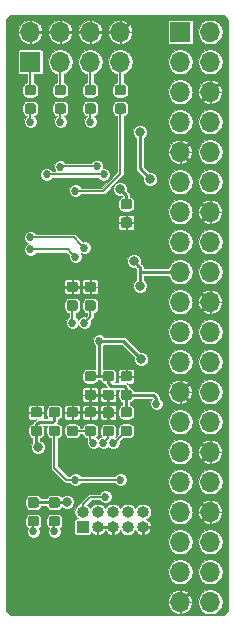
<source format=gbl>
G04 #@! TF.GenerationSoftware,KiCad,Pcbnew,5.0.0-fee4fd1~65~ubuntu18.04.1*
G04 #@! TF.CreationDate,2018-07-31T22:57:32+02:00*
G04 #@! TF.ProjectId,raspi3-4xWS2812,7261737069332D34785753323831322E,rev?*
G04 #@! TF.SameCoordinates,Original*
G04 #@! TF.FileFunction,Copper,L2,Bot,Signal*
G04 #@! TF.FilePolarity,Positive*
%FSLAX46Y46*%
G04 Gerber Fmt 4.6, Leading zero omitted, Abs format (unit mm)*
G04 Created by KiCad (PCBNEW 5.0.0-fee4fd1~65~ubuntu18.04.1) date Tue Jul 31 22:57:32 2018*
%MOMM*%
%LPD*%
G01*
G04 APERTURE LIST*
G04 #@! TA.AperFunction,Conductor*
%ADD10C,0.100000*%
G04 #@! TD*
G04 #@! TA.AperFunction,SMDPad,CuDef*
%ADD11C,0.875000*%
G04 #@! TD*
G04 #@! TA.AperFunction,ComponentPad*
%ADD12R,1.000000X1.000000*%
G04 #@! TD*
G04 #@! TA.AperFunction,ComponentPad*
%ADD13O,1.000000X1.000000*%
G04 #@! TD*
G04 #@! TA.AperFunction,ComponentPad*
%ADD14R,1.700000X1.700000*%
G04 #@! TD*
G04 #@! TA.AperFunction,ComponentPad*
%ADD15O,1.700000X1.700000*%
G04 #@! TD*
G04 #@! TA.AperFunction,ViaPad*
%ADD16C,0.685800*%
G04 #@! TD*
G04 #@! TA.AperFunction,ViaPad*
%ADD17C,0.800000*%
G04 #@! TD*
G04 #@! TA.AperFunction,Conductor*
%ADD18C,0.152400*%
G04 #@! TD*
G04 #@! TA.AperFunction,Conductor*
%ADD19C,0.250000*%
G04 #@! TD*
G04 APERTURE END LIST*
D10*
G04 #@! TO.N,Net-(R8-Pad2)*
G04 #@! TO.C,R8*
G36*
X104417691Y-58136053D02*
X104438926Y-58139203D01*
X104459750Y-58144419D01*
X104479962Y-58151651D01*
X104499368Y-58160830D01*
X104517781Y-58171866D01*
X104535024Y-58184654D01*
X104550930Y-58199070D01*
X104565346Y-58214976D01*
X104578134Y-58232219D01*
X104589170Y-58250632D01*
X104598349Y-58270038D01*
X104605581Y-58290250D01*
X104610797Y-58311074D01*
X104613947Y-58332309D01*
X104615000Y-58353750D01*
X104615000Y-58791250D01*
X104613947Y-58812691D01*
X104610797Y-58833926D01*
X104605581Y-58854750D01*
X104598349Y-58874962D01*
X104589170Y-58894368D01*
X104578134Y-58912781D01*
X104565346Y-58930024D01*
X104550930Y-58945930D01*
X104535024Y-58960346D01*
X104517781Y-58973134D01*
X104499368Y-58984170D01*
X104479962Y-58993349D01*
X104459750Y-59000581D01*
X104438926Y-59005797D01*
X104417691Y-59008947D01*
X104396250Y-59010000D01*
X103883750Y-59010000D01*
X103862309Y-59008947D01*
X103841074Y-59005797D01*
X103820250Y-59000581D01*
X103800038Y-58993349D01*
X103780632Y-58984170D01*
X103762219Y-58973134D01*
X103744976Y-58960346D01*
X103729070Y-58945930D01*
X103714654Y-58930024D01*
X103701866Y-58912781D01*
X103690830Y-58894368D01*
X103681651Y-58874962D01*
X103674419Y-58854750D01*
X103669203Y-58833926D01*
X103666053Y-58812691D01*
X103665000Y-58791250D01*
X103665000Y-58353750D01*
X103666053Y-58332309D01*
X103669203Y-58311074D01*
X103674419Y-58290250D01*
X103681651Y-58270038D01*
X103690830Y-58250632D01*
X103701866Y-58232219D01*
X103714654Y-58214976D01*
X103729070Y-58199070D01*
X103744976Y-58184654D01*
X103762219Y-58171866D01*
X103780632Y-58160830D01*
X103800038Y-58151651D01*
X103820250Y-58144419D01*
X103841074Y-58139203D01*
X103862309Y-58136053D01*
X103883750Y-58135000D01*
X104396250Y-58135000D01*
X104417691Y-58136053D01*
X104417691Y-58136053D01*
G37*
D11*
G04 #@! TD*
G04 #@! TO.P,R8,2*
G04 #@! TO.N,Net-(R8-Pad2)*
X104140000Y-58572500D03*
D10*
G04 #@! TO.N,Net-(J4-Pad7)*
G04 #@! TO.C,R8*
G36*
X104417691Y-56561053D02*
X104438926Y-56564203D01*
X104459750Y-56569419D01*
X104479962Y-56576651D01*
X104499368Y-56585830D01*
X104517781Y-56596866D01*
X104535024Y-56609654D01*
X104550930Y-56624070D01*
X104565346Y-56639976D01*
X104578134Y-56657219D01*
X104589170Y-56675632D01*
X104598349Y-56695038D01*
X104605581Y-56715250D01*
X104610797Y-56736074D01*
X104613947Y-56757309D01*
X104615000Y-56778750D01*
X104615000Y-57216250D01*
X104613947Y-57237691D01*
X104610797Y-57258926D01*
X104605581Y-57279750D01*
X104598349Y-57299962D01*
X104589170Y-57319368D01*
X104578134Y-57337781D01*
X104565346Y-57355024D01*
X104550930Y-57370930D01*
X104535024Y-57385346D01*
X104517781Y-57398134D01*
X104499368Y-57409170D01*
X104479962Y-57418349D01*
X104459750Y-57425581D01*
X104438926Y-57430797D01*
X104417691Y-57433947D01*
X104396250Y-57435000D01*
X103883750Y-57435000D01*
X103862309Y-57433947D01*
X103841074Y-57430797D01*
X103820250Y-57425581D01*
X103800038Y-57418349D01*
X103780632Y-57409170D01*
X103762219Y-57398134D01*
X103744976Y-57385346D01*
X103729070Y-57370930D01*
X103714654Y-57355024D01*
X103701866Y-57337781D01*
X103690830Y-57319368D01*
X103681651Y-57299962D01*
X103674419Y-57279750D01*
X103669203Y-57258926D01*
X103666053Y-57237691D01*
X103665000Y-57216250D01*
X103665000Y-56778750D01*
X103666053Y-56757309D01*
X103669203Y-56736074D01*
X103674419Y-56715250D01*
X103681651Y-56695038D01*
X103690830Y-56675632D01*
X103701866Y-56657219D01*
X103714654Y-56639976D01*
X103729070Y-56624070D01*
X103744976Y-56609654D01*
X103762219Y-56596866D01*
X103780632Y-56585830D01*
X103800038Y-56576651D01*
X103820250Y-56569419D01*
X103841074Y-56564203D01*
X103862309Y-56561053D01*
X103883750Y-56560000D01*
X104396250Y-56560000D01*
X104417691Y-56561053D01*
X104417691Y-56561053D01*
G37*
D11*
G04 #@! TD*
G04 #@! TO.P,R8,1*
G04 #@! TO.N,Net-(J4-Pad7)*
X104140000Y-56997500D03*
D10*
G04 #@! TO.N,Net-(J4-Pad1)*
G04 #@! TO.C,R5*
G36*
X96797691Y-56561053D02*
X96818926Y-56564203D01*
X96839750Y-56569419D01*
X96859962Y-56576651D01*
X96879368Y-56585830D01*
X96897781Y-56596866D01*
X96915024Y-56609654D01*
X96930930Y-56624070D01*
X96945346Y-56639976D01*
X96958134Y-56657219D01*
X96969170Y-56675632D01*
X96978349Y-56695038D01*
X96985581Y-56715250D01*
X96990797Y-56736074D01*
X96993947Y-56757309D01*
X96995000Y-56778750D01*
X96995000Y-57216250D01*
X96993947Y-57237691D01*
X96990797Y-57258926D01*
X96985581Y-57279750D01*
X96978349Y-57299962D01*
X96969170Y-57319368D01*
X96958134Y-57337781D01*
X96945346Y-57355024D01*
X96930930Y-57370930D01*
X96915024Y-57385346D01*
X96897781Y-57398134D01*
X96879368Y-57409170D01*
X96859962Y-57418349D01*
X96839750Y-57425581D01*
X96818926Y-57430797D01*
X96797691Y-57433947D01*
X96776250Y-57435000D01*
X96263750Y-57435000D01*
X96242309Y-57433947D01*
X96221074Y-57430797D01*
X96200250Y-57425581D01*
X96180038Y-57418349D01*
X96160632Y-57409170D01*
X96142219Y-57398134D01*
X96124976Y-57385346D01*
X96109070Y-57370930D01*
X96094654Y-57355024D01*
X96081866Y-57337781D01*
X96070830Y-57319368D01*
X96061651Y-57299962D01*
X96054419Y-57279750D01*
X96049203Y-57258926D01*
X96046053Y-57237691D01*
X96045000Y-57216250D01*
X96045000Y-56778750D01*
X96046053Y-56757309D01*
X96049203Y-56736074D01*
X96054419Y-56715250D01*
X96061651Y-56695038D01*
X96070830Y-56675632D01*
X96081866Y-56657219D01*
X96094654Y-56639976D01*
X96109070Y-56624070D01*
X96124976Y-56609654D01*
X96142219Y-56596866D01*
X96160632Y-56585830D01*
X96180038Y-56576651D01*
X96200250Y-56569419D01*
X96221074Y-56564203D01*
X96242309Y-56561053D01*
X96263750Y-56560000D01*
X96776250Y-56560000D01*
X96797691Y-56561053D01*
X96797691Y-56561053D01*
G37*
D11*
G04 #@! TD*
G04 #@! TO.P,R5,1*
G04 #@! TO.N,Net-(J4-Pad1)*
X96520000Y-56997500D03*
D10*
G04 #@! TO.N,Net-(R5-Pad2)*
G04 #@! TO.C,R5*
G36*
X96797691Y-58136053D02*
X96818926Y-58139203D01*
X96839750Y-58144419D01*
X96859962Y-58151651D01*
X96879368Y-58160830D01*
X96897781Y-58171866D01*
X96915024Y-58184654D01*
X96930930Y-58199070D01*
X96945346Y-58214976D01*
X96958134Y-58232219D01*
X96969170Y-58250632D01*
X96978349Y-58270038D01*
X96985581Y-58290250D01*
X96990797Y-58311074D01*
X96993947Y-58332309D01*
X96995000Y-58353750D01*
X96995000Y-58791250D01*
X96993947Y-58812691D01*
X96990797Y-58833926D01*
X96985581Y-58854750D01*
X96978349Y-58874962D01*
X96969170Y-58894368D01*
X96958134Y-58912781D01*
X96945346Y-58930024D01*
X96930930Y-58945930D01*
X96915024Y-58960346D01*
X96897781Y-58973134D01*
X96879368Y-58984170D01*
X96859962Y-58993349D01*
X96839750Y-59000581D01*
X96818926Y-59005797D01*
X96797691Y-59008947D01*
X96776250Y-59010000D01*
X96263750Y-59010000D01*
X96242309Y-59008947D01*
X96221074Y-59005797D01*
X96200250Y-59000581D01*
X96180038Y-58993349D01*
X96160632Y-58984170D01*
X96142219Y-58973134D01*
X96124976Y-58960346D01*
X96109070Y-58945930D01*
X96094654Y-58930024D01*
X96081866Y-58912781D01*
X96070830Y-58894368D01*
X96061651Y-58874962D01*
X96054419Y-58854750D01*
X96049203Y-58833926D01*
X96046053Y-58812691D01*
X96045000Y-58791250D01*
X96045000Y-58353750D01*
X96046053Y-58332309D01*
X96049203Y-58311074D01*
X96054419Y-58290250D01*
X96061651Y-58270038D01*
X96070830Y-58250632D01*
X96081866Y-58232219D01*
X96094654Y-58214976D01*
X96109070Y-58199070D01*
X96124976Y-58184654D01*
X96142219Y-58171866D01*
X96160632Y-58160830D01*
X96180038Y-58151651D01*
X96200250Y-58144419D01*
X96221074Y-58139203D01*
X96242309Y-58136053D01*
X96263750Y-58135000D01*
X96776250Y-58135000D01*
X96797691Y-58136053D01*
X96797691Y-58136053D01*
G37*
D11*
G04 #@! TD*
G04 #@! TO.P,R5,2*
G04 #@! TO.N,Net-(R5-Pad2)*
X96520000Y-58572500D03*
D10*
G04 #@! TO.N,Net-(R6-Pad2)*
G04 #@! TO.C,R6*
G36*
X99337691Y-58136053D02*
X99358926Y-58139203D01*
X99379750Y-58144419D01*
X99399962Y-58151651D01*
X99419368Y-58160830D01*
X99437781Y-58171866D01*
X99455024Y-58184654D01*
X99470930Y-58199070D01*
X99485346Y-58214976D01*
X99498134Y-58232219D01*
X99509170Y-58250632D01*
X99518349Y-58270038D01*
X99525581Y-58290250D01*
X99530797Y-58311074D01*
X99533947Y-58332309D01*
X99535000Y-58353750D01*
X99535000Y-58791250D01*
X99533947Y-58812691D01*
X99530797Y-58833926D01*
X99525581Y-58854750D01*
X99518349Y-58874962D01*
X99509170Y-58894368D01*
X99498134Y-58912781D01*
X99485346Y-58930024D01*
X99470930Y-58945930D01*
X99455024Y-58960346D01*
X99437781Y-58973134D01*
X99419368Y-58984170D01*
X99399962Y-58993349D01*
X99379750Y-59000581D01*
X99358926Y-59005797D01*
X99337691Y-59008947D01*
X99316250Y-59010000D01*
X98803750Y-59010000D01*
X98782309Y-59008947D01*
X98761074Y-59005797D01*
X98740250Y-59000581D01*
X98720038Y-58993349D01*
X98700632Y-58984170D01*
X98682219Y-58973134D01*
X98664976Y-58960346D01*
X98649070Y-58945930D01*
X98634654Y-58930024D01*
X98621866Y-58912781D01*
X98610830Y-58894368D01*
X98601651Y-58874962D01*
X98594419Y-58854750D01*
X98589203Y-58833926D01*
X98586053Y-58812691D01*
X98585000Y-58791250D01*
X98585000Y-58353750D01*
X98586053Y-58332309D01*
X98589203Y-58311074D01*
X98594419Y-58290250D01*
X98601651Y-58270038D01*
X98610830Y-58250632D01*
X98621866Y-58232219D01*
X98634654Y-58214976D01*
X98649070Y-58199070D01*
X98664976Y-58184654D01*
X98682219Y-58171866D01*
X98700632Y-58160830D01*
X98720038Y-58151651D01*
X98740250Y-58144419D01*
X98761074Y-58139203D01*
X98782309Y-58136053D01*
X98803750Y-58135000D01*
X99316250Y-58135000D01*
X99337691Y-58136053D01*
X99337691Y-58136053D01*
G37*
D11*
G04 #@! TD*
G04 #@! TO.P,R6,2*
G04 #@! TO.N,Net-(R6-Pad2)*
X99060000Y-58572500D03*
D10*
G04 #@! TO.N,Net-(J4-Pad3)*
G04 #@! TO.C,R6*
G36*
X99337691Y-56561053D02*
X99358926Y-56564203D01*
X99379750Y-56569419D01*
X99399962Y-56576651D01*
X99419368Y-56585830D01*
X99437781Y-56596866D01*
X99455024Y-56609654D01*
X99470930Y-56624070D01*
X99485346Y-56639976D01*
X99498134Y-56657219D01*
X99509170Y-56675632D01*
X99518349Y-56695038D01*
X99525581Y-56715250D01*
X99530797Y-56736074D01*
X99533947Y-56757309D01*
X99535000Y-56778750D01*
X99535000Y-57216250D01*
X99533947Y-57237691D01*
X99530797Y-57258926D01*
X99525581Y-57279750D01*
X99518349Y-57299962D01*
X99509170Y-57319368D01*
X99498134Y-57337781D01*
X99485346Y-57355024D01*
X99470930Y-57370930D01*
X99455024Y-57385346D01*
X99437781Y-57398134D01*
X99419368Y-57409170D01*
X99399962Y-57418349D01*
X99379750Y-57425581D01*
X99358926Y-57430797D01*
X99337691Y-57433947D01*
X99316250Y-57435000D01*
X98803750Y-57435000D01*
X98782309Y-57433947D01*
X98761074Y-57430797D01*
X98740250Y-57425581D01*
X98720038Y-57418349D01*
X98700632Y-57409170D01*
X98682219Y-57398134D01*
X98664976Y-57385346D01*
X98649070Y-57370930D01*
X98634654Y-57355024D01*
X98621866Y-57337781D01*
X98610830Y-57319368D01*
X98601651Y-57299962D01*
X98594419Y-57279750D01*
X98589203Y-57258926D01*
X98586053Y-57237691D01*
X98585000Y-57216250D01*
X98585000Y-56778750D01*
X98586053Y-56757309D01*
X98589203Y-56736074D01*
X98594419Y-56715250D01*
X98601651Y-56695038D01*
X98610830Y-56675632D01*
X98621866Y-56657219D01*
X98634654Y-56639976D01*
X98649070Y-56624070D01*
X98664976Y-56609654D01*
X98682219Y-56596866D01*
X98700632Y-56585830D01*
X98720038Y-56576651D01*
X98740250Y-56569419D01*
X98761074Y-56564203D01*
X98782309Y-56561053D01*
X98803750Y-56560000D01*
X99316250Y-56560000D01*
X99337691Y-56561053D01*
X99337691Y-56561053D01*
G37*
D11*
G04 #@! TD*
G04 #@! TO.P,R6,1*
G04 #@! TO.N,Net-(J4-Pad3)*
X99060000Y-56997500D03*
D10*
G04 #@! TO.N,Net-(J4-Pad5)*
G04 #@! TO.C,R7*
G36*
X101877691Y-56561053D02*
X101898926Y-56564203D01*
X101919750Y-56569419D01*
X101939962Y-56576651D01*
X101959368Y-56585830D01*
X101977781Y-56596866D01*
X101995024Y-56609654D01*
X102010930Y-56624070D01*
X102025346Y-56639976D01*
X102038134Y-56657219D01*
X102049170Y-56675632D01*
X102058349Y-56695038D01*
X102065581Y-56715250D01*
X102070797Y-56736074D01*
X102073947Y-56757309D01*
X102075000Y-56778750D01*
X102075000Y-57216250D01*
X102073947Y-57237691D01*
X102070797Y-57258926D01*
X102065581Y-57279750D01*
X102058349Y-57299962D01*
X102049170Y-57319368D01*
X102038134Y-57337781D01*
X102025346Y-57355024D01*
X102010930Y-57370930D01*
X101995024Y-57385346D01*
X101977781Y-57398134D01*
X101959368Y-57409170D01*
X101939962Y-57418349D01*
X101919750Y-57425581D01*
X101898926Y-57430797D01*
X101877691Y-57433947D01*
X101856250Y-57435000D01*
X101343750Y-57435000D01*
X101322309Y-57433947D01*
X101301074Y-57430797D01*
X101280250Y-57425581D01*
X101260038Y-57418349D01*
X101240632Y-57409170D01*
X101222219Y-57398134D01*
X101204976Y-57385346D01*
X101189070Y-57370930D01*
X101174654Y-57355024D01*
X101161866Y-57337781D01*
X101150830Y-57319368D01*
X101141651Y-57299962D01*
X101134419Y-57279750D01*
X101129203Y-57258926D01*
X101126053Y-57237691D01*
X101125000Y-57216250D01*
X101125000Y-56778750D01*
X101126053Y-56757309D01*
X101129203Y-56736074D01*
X101134419Y-56715250D01*
X101141651Y-56695038D01*
X101150830Y-56675632D01*
X101161866Y-56657219D01*
X101174654Y-56639976D01*
X101189070Y-56624070D01*
X101204976Y-56609654D01*
X101222219Y-56596866D01*
X101240632Y-56585830D01*
X101260038Y-56576651D01*
X101280250Y-56569419D01*
X101301074Y-56564203D01*
X101322309Y-56561053D01*
X101343750Y-56560000D01*
X101856250Y-56560000D01*
X101877691Y-56561053D01*
X101877691Y-56561053D01*
G37*
D11*
G04 #@! TD*
G04 #@! TO.P,R7,1*
G04 #@! TO.N,Net-(J4-Pad5)*
X101600000Y-56997500D03*
D10*
G04 #@! TO.N,Net-(R7-Pad2)*
G04 #@! TO.C,R7*
G36*
X101877691Y-58136053D02*
X101898926Y-58139203D01*
X101919750Y-58144419D01*
X101939962Y-58151651D01*
X101959368Y-58160830D01*
X101977781Y-58171866D01*
X101995024Y-58184654D01*
X102010930Y-58199070D01*
X102025346Y-58214976D01*
X102038134Y-58232219D01*
X102049170Y-58250632D01*
X102058349Y-58270038D01*
X102065581Y-58290250D01*
X102070797Y-58311074D01*
X102073947Y-58332309D01*
X102075000Y-58353750D01*
X102075000Y-58791250D01*
X102073947Y-58812691D01*
X102070797Y-58833926D01*
X102065581Y-58854750D01*
X102058349Y-58874962D01*
X102049170Y-58894368D01*
X102038134Y-58912781D01*
X102025346Y-58930024D01*
X102010930Y-58945930D01*
X101995024Y-58960346D01*
X101977781Y-58973134D01*
X101959368Y-58984170D01*
X101939962Y-58993349D01*
X101919750Y-59000581D01*
X101898926Y-59005797D01*
X101877691Y-59008947D01*
X101856250Y-59010000D01*
X101343750Y-59010000D01*
X101322309Y-59008947D01*
X101301074Y-59005797D01*
X101280250Y-59000581D01*
X101260038Y-58993349D01*
X101240632Y-58984170D01*
X101222219Y-58973134D01*
X101204976Y-58960346D01*
X101189070Y-58945930D01*
X101174654Y-58930024D01*
X101161866Y-58912781D01*
X101150830Y-58894368D01*
X101141651Y-58874962D01*
X101134419Y-58854750D01*
X101129203Y-58833926D01*
X101126053Y-58812691D01*
X101125000Y-58791250D01*
X101125000Y-58353750D01*
X101126053Y-58332309D01*
X101129203Y-58311074D01*
X101134419Y-58290250D01*
X101141651Y-58270038D01*
X101150830Y-58250632D01*
X101161866Y-58232219D01*
X101174654Y-58214976D01*
X101189070Y-58199070D01*
X101204976Y-58184654D01*
X101222219Y-58171866D01*
X101240632Y-58160830D01*
X101260038Y-58151651D01*
X101280250Y-58144419D01*
X101301074Y-58139203D01*
X101322309Y-58136053D01*
X101343750Y-58135000D01*
X101856250Y-58135000D01*
X101877691Y-58136053D01*
X101877691Y-58136053D01*
G37*
D11*
G04 #@! TD*
G04 #@! TO.P,R7,2*
G04 #@! TO.N,Net-(R7-Pad2)*
X101600000Y-58572500D03*
D10*
G04 #@! TO.N,+3V3*
G04 #@! TO.C,C10*
G36*
X103401691Y-85441053D02*
X103422926Y-85444203D01*
X103443750Y-85449419D01*
X103463962Y-85456651D01*
X103483368Y-85465830D01*
X103501781Y-85476866D01*
X103519024Y-85489654D01*
X103534930Y-85504070D01*
X103549346Y-85519976D01*
X103562134Y-85537219D01*
X103573170Y-85555632D01*
X103582349Y-85575038D01*
X103589581Y-85595250D01*
X103594797Y-85616074D01*
X103597947Y-85637309D01*
X103599000Y-85658750D01*
X103599000Y-86096250D01*
X103597947Y-86117691D01*
X103594797Y-86138926D01*
X103589581Y-86159750D01*
X103582349Y-86179962D01*
X103573170Y-86199368D01*
X103562134Y-86217781D01*
X103549346Y-86235024D01*
X103534930Y-86250930D01*
X103519024Y-86265346D01*
X103501781Y-86278134D01*
X103483368Y-86289170D01*
X103463962Y-86298349D01*
X103443750Y-86305581D01*
X103422926Y-86310797D01*
X103401691Y-86313947D01*
X103380250Y-86315000D01*
X102867750Y-86315000D01*
X102846309Y-86313947D01*
X102825074Y-86310797D01*
X102804250Y-86305581D01*
X102784038Y-86298349D01*
X102764632Y-86289170D01*
X102746219Y-86278134D01*
X102728976Y-86265346D01*
X102713070Y-86250930D01*
X102698654Y-86235024D01*
X102685866Y-86217781D01*
X102674830Y-86199368D01*
X102665651Y-86179962D01*
X102658419Y-86159750D01*
X102653203Y-86138926D01*
X102650053Y-86117691D01*
X102649000Y-86096250D01*
X102649000Y-85658750D01*
X102650053Y-85637309D01*
X102653203Y-85616074D01*
X102658419Y-85595250D01*
X102665651Y-85575038D01*
X102674830Y-85555632D01*
X102685866Y-85537219D01*
X102698654Y-85519976D01*
X102713070Y-85504070D01*
X102728976Y-85489654D01*
X102746219Y-85476866D01*
X102764632Y-85465830D01*
X102784038Y-85456651D01*
X102804250Y-85449419D01*
X102825074Y-85444203D01*
X102846309Y-85441053D01*
X102867750Y-85440000D01*
X103380250Y-85440000D01*
X103401691Y-85441053D01*
X103401691Y-85441053D01*
G37*
D11*
G04 #@! TD*
G04 #@! TO.P,C10,1*
G04 #@! TO.N,+3V3*
X103124000Y-85877500D03*
D10*
G04 #@! TO.N,GND*
G04 #@! TO.C,C10*
G36*
X103401691Y-83866053D02*
X103422926Y-83869203D01*
X103443750Y-83874419D01*
X103463962Y-83881651D01*
X103483368Y-83890830D01*
X103501781Y-83901866D01*
X103519024Y-83914654D01*
X103534930Y-83929070D01*
X103549346Y-83944976D01*
X103562134Y-83962219D01*
X103573170Y-83980632D01*
X103582349Y-84000038D01*
X103589581Y-84020250D01*
X103594797Y-84041074D01*
X103597947Y-84062309D01*
X103599000Y-84083750D01*
X103599000Y-84521250D01*
X103597947Y-84542691D01*
X103594797Y-84563926D01*
X103589581Y-84584750D01*
X103582349Y-84604962D01*
X103573170Y-84624368D01*
X103562134Y-84642781D01*
X103549346Y-84660024D01*
X103534930Y-84675930D01*
X103519024Y-84690346D01*
X103501781Y-84703134D01*
X103483368Y-84714170D01*
X103463962Y-84723349D01*
X103443750Y-84730581D01*
X103422926Y-84735797D01*
X103401691Y-84738947D01*
X103380250Y-84740000D01*
X102867750Y-84740000D01*
X102846309Y-84738947D01*
X102825074Y-84735797D01*
X102804250Y-84730581D01*
X102784038Y-84723349D01*
X102764632Y-84714170D01*
X102746219Y-84703134D01*
X102728976Y-84690346D01*
X102713070Y-84675930D01*
X102698654Y-84660024D01*
X102685866Y-84642781D01*
X102674830Y-84624368D01*
X102665651Y-84604962D01*
X102658419Y-84584750D01*
X102653203Y-84563926D01*
X102650053Y-84542691D01*
X102649000Y-84521250D01*
X102649000Y-84083750D01*
X102650053Y-84062309D01*
X102653203Y-84041074D01*
X102658419Y-84020250D01*
X102665651Y-84000038D01*
X102674830Y-83980632D01*
X102685866Y-83962219D01*
X102698654Y-83944976D01*
X102713070Y-83929070D01*
X102728976Y-83914654D01*
X102746219Y-83901866D01*
X102764632Y-83890830D01*
X102784038Y-83881651D01*
X102804250Y-83874419D01*
X102825074Y-83869203D01*
X102846309Y-83866053D01*
X102867750Y-83865000D01*
X103380250Y-83865000D01*
X103401691Y-83866053D01*
X103401691Y-83866053D01*
G37*
D11*
G04 #@! TD*
G04 #@! TO.P,C10,2*
G04 #@! TO.N,GND*
X103124000Y-84302500D03*
D10*
G04 #@! TO.N,GND*
G04 #@! TO.C,C1*
G36*
X101877691Y-73223553D02*
X101898926Y-73226703D01*
X101919750Y-73231919D01*
X101939962Y-73239151D01*
X101959368Y-73248330D01*
X101977781Y-73259366D01*
X101995024Y-73272154D01*
X102010930Y-73286570D01*
X102025346Y-73302476D01*
X102038134Y-73319719D01*
X102049170Y-73338132D01*
X102058349Y-73357538D01*
X102065581Y-73377750D01*
X102070797Y-73398574D01*
X102073947Y-73419809D01*
X102075000Y-73441250D01*
X102075000Y-73878750D01*
X102073947Y-73900191D01*
X102070797Y-73921426D01*
X102065581Y-73942250D01*
X102058349Y-73962462D01*
X102049170Y-73981868D01*
X102038134Y-74000281D01*
X102025346Y-74017524D01*
X102010930Y-74033430D01*
X101995024Y-74047846D01*
X101977781Y-74060634D01*
X101959368Y-74071670D01*
X101939962Y-74080849D01*
X101919750Y-74088081D01*
X101898926Y-74093297D01*
X101877691Y-74096447D01*
X101856250Y-74097500D01*
X101343750Y-74097500D01*
X101322309Y-74096447D01*
X101301074Y-74093297D01*
X101280250Y-74088081D01*
X101260038Y-74080849D01*
X101240632Y-74071670D01*
X101222219Y-74060634D01*
X101204976Y-74047846D01*
X101189070Y-74033430D01*
X101174654Y-74017524D01*
X101161866Y-74000281D01*
X101150830Y-73981868D01*
X101141651Y-73962462D01*
X101134419Y-73942250D01*
X101129203Y-73921426D01*
X101126053Y-73900191D01*
X101125000Y-73878750D01*
X101125000Y-73441250D01*
X101126053Y-73419809D01*
X101129203Y-73398574D01*
X101134419Y-73377750D01*
X101141651Y-73357538D01*
X101150830Y-73338132D01*
X101161866Y-73319719D01*
X101174654Y-73302476D01*
X101189070Y-73286570D01*
X101204976Y-73272154D01*
X101222219Y-73259366D01*
X101240632Y-73248330D01*
X101260038Y-73239151D01*
X101280250Y-73231919D01*
X101301074Y-73226703D01*
X101322309Y-73223553D01*
X101343750Y-73222500D01*
X101856250Y-73222500D01*
X101877691Y-73223553D01*
X101877691Y-73223553D01*
G37*
D11*
G04 #@! TD*
G04 #@! TO.P,C1,2*
G04 #@! TO.N,GND*
X101600000Y-73660000D03*
D10*
G04 #@! TO.N,Net-(C1-Pad1)*
G04 #@! TO.C,C1*
G36*
X101877691Y-74798553D02*
X101898926Y-74801703D01*
X101919750Y-74806919D01*
X101939962Y-74814151D01*
X101959368Y-74823330D01*
X101977781Y-74834366D01*
X101995024Y-74847154D01*
X102010930Y-74861570D01*
X102025346Y-74877476D01*
X102038134Y-74894719D01*
X102049170Y-74913132D01*
X102058349Y-74932538D01*
X102065581Y-74952750D01*
X102070797Y-74973574D01*
X102073947Y-74994809D01*
X102075000Y-75016250D01*
X102075000Y-75453750D01*
X102073947Y-75475191D01*
X102070797Y-75496426D01*
X102065581Y-75517250D01*
X102058349Y-75537462D01*
X102049170Y-75556868D01*
X102038134Y-75575281D01*
X102025346Y-75592524D01*
X102010930Y-75608430D01*
X101995024Y-75622846D01*
X101977781Y-75635634D01*
X101959368Y-75646670D01*
X101939962Y-75655849D01*
X101919750Y-75663081D01*
X101898926Y-75668297D01*
X101877691Y-75671447D01*
X101856250Y-75672500D01*
X101343750Y-75672500D01*
X101322309Y-75671447D01*
X101301074Y-75668297D01*
X101280250Y-75663081D01*
X101260038Y-75655849D01*
X101240632Y-75646670D01*
X101222219Y-75635634D01*
X101204976Y-75622846D01*
X101189070Y-75608430D01*
X101174654Y-75592524D01*
X101161866Y-75575281D01*
X101150830Y-75556868D01*
X101141651Y-75537462D01*
X101134419Y-75517250D01*
X101129203Y-75496426D01*
X101126053Y-75475191D01*
X101125000Y-75453750D01*
X101125000Y-75016250D01*
X101126053Y-74994809D01*
X101129203Y-74973574D01*
X101134419Y-74952750D01*
X101141651Y-74932538D01*
X101150830Y-74913132D01*
X101161866Y-74894719D01*
X101174654Y-74877476D01*
X101189070Y-74861570D01*
X101204976Y-74847154D01*
X101222219Y-74834366D01*
X101240632Y-74823330D01*
X101260038Y-74814151D01*
X101280250Y-74806919D01*
X101301074Y-74801703D01*
X101322309Y-74798553D01*
X101343750Y-74797500D01*
X101856250Y-74797500D01*
X101877691Y-74798553D01*
X101877691Y-74798553D01*
G37*
D11*
G04 #@! TD*
G04 #@! TO.P,C1,1*
G04 #@! TO.N,Net-(C1-Pad1)*
X101600000Y-75235000D03*
D10*
G04 #@! TO.N,Net-(C2-Pad1)*
G04 #@! TO.C,C2*
G36*
X100353691Y-74798553D02*
X100374926Y-74801703D01*
X100395750Y-74806919D01*
X100415962Y-74814151D01*
X100435368Y-74823330D01*
X100453781Y-74834366D01*
X100471024Y-74847154D01*
X100486930Y-74861570D01*
X100501346Y-74877476D01*
X100514134Y-74894719D01*
X100525170Y-74913132D01*
X100534349Y-74932538D01*
X100541581Y-74952750D01*
X100546797Y-74973574D01*
X100549947Y-74994809D01*
X100551000Y-75016250D01*
X100551000Y-75453750D01*
X100549947Y-75475191D01*
X100546797Y-75496426D01*
X100541581Y-75517250D01*
X100534349Y-75537462D01*
X100525170Y-75556868D01*
X100514134Y-75575281D01*
X100501346Y-75592524D01*
X100486930Y-75608430D01*
X100471024Y-75622846D01*
X100453781Y-75635634D01*
X100435368Y-75646670D01*
X100415962Y-75655849D01*
X100395750Y-75663081D01*
X100374926Y-75668297D01*
X100353691Y-75671447D01*
X100332250Y-75672500D01*
X99819750Y-75672500D01*
X99798309Y-75671447D01*
X99777074Y-75668297D01*
X99756250Y-75663081D01*
X99736038Y-75655849D01*
X99716632Y-75646670D01*
X99698219Y-75635634D01*
X99680976Y-75622846D01*
X99665070Y-75608430D01*
X99650654Y-75592524D01*
X99637866Y-75575281D01*
X99626830Y-75556868D01*
X99617651Y-75537462D01*
X99610419Y-75517250D01*
X99605203Y-75496426D01*
X99602053Y-75475191D01*
X99601000Y-75453750D01*
X99601000Y-75016250D01*
X99602053Y-74994809D01*
X99605203Y-74973574D01*
X99610419Y-74952750D01*
X99617651Y-74932538D01*
X99626830Y-74913132D01*
X99637866Y-74894719D01*
X99650654Y-74877476D01*
X99665070Y-74861570D01*
X99680976Y-74847154D01*
X99698219Y-74834366D01*
X99716632Y-74823330D01*
X99736038Y-74814151D01*
X99756250Y-74806919D01*
X99777074Y-74801703D01*
X99798309Y-74798553D01*
X99819750Y-74797500D01*
X100332250Y-74797500D01*
X100353691Y-74798553D01*
X100353691Y-74798553D01*
G37*
D11*
G04 #@! TD*
G04 #@! TO.P,C2,1*
G04 #@! TO.N,Net-(C2-Pad1)*
X100076000Y-75235000D03*
D10*
G04 #@! TO.N,GND*
G04 #@! TO.C,C2*
G36*
X100353691Y-73223553D02*
X100374926Y-73226703D01*
X100395750Y-73231919D01*
X100415962Y-73239151D01*
X100435368Y-73248330D01*
X100453781Y-73259366D01*
X100471024Y-73272154D01*
X100486930Y-73286570D01*
X100501346Y-73302476D01*
X100514134Y-73319719D01*
X100525170Y-73338132D01*
X100534349Y-73357538D01*
X100541581Y-73377750D01*
X100546797Y-73398574D01*
X100549947Y-73419809D01*
X100551000Y-73441250D01*
X100551000Y-73878750D01*
X100549947Y-73900191D01*
X100546797Y-73921426D01*
X100541581Y-73942250D01*
X100534349Y-73962462D01*
X100525170Y-73981868D01*
X100514134Y-74000281D01*
X100501346Y-74017524D01*
X100486930Y-74033430D01*
X100471024Y-74047846D01*
X100453781Y-74060634D01*
X100435368Y-74071670D01*
X100415962Y-74080849D01*
X100395750Y-74088081D01*
X100374926Y-74093297D01*
X100353691Y-74096447D01*
X100332250Y-74097500D01*
X99819750Y-74097500D01*
X99798309Y-74096447D01*
X99777074Y-74093297D01*
X99756250Y-74088081D01*
X99736038Y-74080849D01*
X99716632Y-74071670D01*
X99698219Y-74060634D01*
X99680976Y-74047846D01*
X99665070Y-74033430D01*
X99650654Y-74017524D01*
X99637866Y-74000281D01*
X99626830Y-73981868D01*
X99617651Y-73962462D01*
X99610419Y-73942250D01*
X99605203Y-73921426D01*
X99602053Y-73900191D01*
X99601000Y-73878750D01*
X99601000Y-73441250D01*
X99602053Y-73419809D01*
X99605203Y-73398574D01*
X99610419Y-73377750D01*
X99617651Y-73357538D01*
X99626830Y-73338132D01*
X99637866Y-73319719D01*
X99650654Y-73302476D01*
X99665070Y-73286570D01*
X99680976Y-73272154D01*
X99698219Y-73259366D01*
X99716632Y-73248330D01*
X99736038Y-73239151D01*
X99756250Y-73231919D01*
X99777074Y-73226703D01*
X99798309Y-73223553D01*
X99819750Y-73222500D01*
X100332250Y-73222500D01*
X100353691Y-73223553D01*
X100353691Y-73223553D01*
G37*
D11*
G04 #@! TD*
G04 #@! TO.P,C2,2*
G04 #@! TO.N,GND*
X100076000Y-73660000D03*
D10*
G04 #@! TO.N,GND*
G04 #@! TO.C,C3*
G36*
X104925691Y-67788053D02*
X104946926Y-67791203D01*
X104967750Y-67796419D01*
X104987962Y-67803651D01*
X105007368Y-67812830D01*
X105025781Y-67823866D01*
X105043024Y-67836654D01*
X105058930Y-67851070D01*
X105073346Y-67866976D01*
X105086134Y-67884219D01*
X105097170Y-67902632D01*
X105106349Y-67922038D01*
X105113581Y-67942250D01*
X105118797Y-67963074D01*
X105121947Y-67984309D01*
X105123000Y-68005750D01*
X105123000Y-68443250D01*
X105121947Y-68464691D01*
X105118797Y-68485926D01*
X105113581Y-68506750D01*
X105106349Y-68526962D01*
X105097170Y-68546368D01*
X105086134Y-68564781D01*
X105073346Y-68582024D01*
X105058930Y-68597930D01*
X105043024Y-68612346D01*
X105025781Y-68625134D01*
X105007368Y-68636170D01*
X104987962Y-68645349D01*
X104967750Y-68652581D01*
X104946926Y-68657797D01*
X104925691Y-68660947D01*
X104904250Y-68662000D01*
X104391750Y-68662000D01*
X104370309Y-68660947D01*
X104349074Y-68657797D01*
X104328250Y-68652581D01*
X104308038Y-68645349D01*
X104288632Y-68636170D01*
X104270219Y-68625134D01*
X104252976Y-68612346D01*
X104237070Y-68597930D01*
X104222654Y-68582024D01*
X104209866Y-68564781D01*
X104198830Y-68546368D01*
X104189651Y-68526962D01*
X104182419Y-68506750D01*
X104177203Y-68485926D01*
X104174053Y-68464691D01*
X104173000Y-68443250D01*
X104173000Y-68005750D01*
X104174053Y-67984309D01*
X104177203Y-67963074D01*
X104182419Y-67942250D01*
X104189651Y-67922038D01*
X104198830Y-67902632D01*
X104209866Y-67884219D01*
X104222654Y-67866976D01*
X104237070Y-67851070D01*
X104252976Y-67836654D01*
X104270219Y-67823866D01*
X104288632Y-67812830D01*
X104308038Y-67803651D01*
X104328250Y-67796419D01*
X104349074Y-67791203D01*
X104370309Y-67788053D01*
X104391750Y-67787000D01*
X104904250Y-67787000D01*
X104925691Y-67788053D01*
X104925691Y-67788053D01*
G37*
D11*
G04 #@! TD*
G04 #@! TO.P,C3,2*
G04 #@! TO.N,GND*
X104648000Y-68224500D03*
D10*
G04 #@! TO.N,+5V*
G04 #@! TO.C,C3*
G36*
X104925691Y-66213053D02*
X104946926Y-66216203D01*
X104967750Y-66221419D01*
X104987962Y-66228651D01*
X105007368Y-66237830D01*
X105025781Y-66248866D01*
X105043024Y-66261654D01*
X105058930Y-66276070D01*
X105073346Y-66291976D01*
X105086134Y-66309219D01*
X105097170Y-66327632D01*
X105106349Y-66347038D01*
X105113581Y-66367250D01*
X105118797Y-66388074D01*
X105121947Y-66409309D01*
X105123000Y-66430750D01*
X105123000Y-66868250D01*
X105121947Y-66889691D01*
X105118797Y-66910926D01*
X105113581Y-66931750D01*
X105106349Y-66951962D01*
X105097170Y-66971368D01*
X105086134Y-66989781D01*
X105073346Y-67007024D01*
X105058930Y-67022930D01*
X105043024Y-67037346D01*
X105025781Y-67050134D01*
X105007368Y-67061170D01*
X104987962Y-67070349D01*
X104967750Y-67077581D01*
X104946926Y-67082797D01*
X104925691Y-67085947D01*
X104904250Y-67087000D01*
X104391750Y-67087000D01*
X104370309Y-67085947D01*
X104349074Y-67082797D01*
X104328250Y-67077581D01*
X104308038Y-67070349D01*
X104288632Y-67061170D01*
X104270219Y-67050134D01*
X104252976Y-67037346D01*
X104237070Y-67022930D01*
X104222654Y-67007024D01*
X104209866Y-66989781D01*
X104198830Y-66971368D01*
X104189651Y-66951962D01*
X104182419Y-66931750D01*
X104177203Y-66910926D01*
X104174053Y-66889691D01*
X104173000Y-66868250D01*
X104173000Y-66430750D01*
X104174053Y-66409309D01*
X104177203Y-66388074D01*
X104182419Y-66367250D01*
X104189651Y-66347038D01*
X104198830Y-66327632D01*
X104209866Y-66309219D01*
X104222654Y-66291976D01*
X104237070Y-66276070D01*
X104252976Y-66261654D01*
X104270219Y-66248866D01*
X104288632Y-66237830D01*
X104308038Y-66228651D01*
X104328250Y-66221419D01*
X104349074Y-66216203D01*
X104370309Y-66213053D01*
X104391750Y-66212000D01*
X104904250Y-66212000D01*
X104925691Y-66213053D01*
X104925691Y-66213053D01*
G37*
D11*
G04 #@! TD*
G04 #@! TO.P,C3,1*
G04 #@! TO.N,+5V*
X104648000Y-66649500D03*
D10*
G04 #@! TO.N,Net-(C4-Pad1)*
G04 #@! TO.C,C4*
G36*
X101877691Y-85415553D02*
X101898926Y-85418703D01*
X101919750Y-85423919D01*
X101939962Y-85431151D01*
X101959368Y-85440330D01*
X101977781Y-85451366D01*
X101995024Y-85464154D01*
X102010930Y-85478570D01*
X102025346Y-85494476D01*
X102038134Y-85511719D01*
X102049170Y-85530132D01*
X102058349Y-85549538D01*
X102065581Y-85569750D01*
X102070797Y-85590574D01*
X102073947Y-85611809D01*
X102075000Y-85633250D01*
X102075000Y-86070750D01*
X102073947Y-86092191D01*
X102070797Y-86113426D01*
X102065581Y-86134250D01*
X102058349Y-86154462D01*
X102049170Y-86173868D01*
X102038134Y-86192281D01*
X102025346Y-86209524D01*
X102010930Y-86225430D01*
X101995024Y-86239846D01*
X101977781Y-86252634D01*
X101959368Y-86263670D01*
X101939962Y-86272849D01*
X101919750Y-86280081D01*
X101898926Y-86285297D01*
X101877691Y-86288447D01*
X101856250Y-86289500D01*
X101343750Y-86289500D01*
X101322309Y-86288447D01*
X101301074Y-86285297D01*
X101280250Y-86280081D01*
X101260038Y-86272849D01*
X101240632Y-86263670D01*
X101222219Y-86252634D01*
X101204976Y-86239846D01*
X101189070Y-86225430D01*
X101174654Y-86209524D01*
X101161866Y-86192281D01*
X101150830Y-86173868D01*
X101141651Y-86154462D01*
X101134419Y-86134250D01*
X101129203Y-86113426D01*
X101126053Y-86092191D01*
X101125000Y-86070750D01*
X101125000Y-85633250D01*
X101126053Y-85611809D01*
X101129203Y-85590574D01*
X101134419Y-85569750D01*
X101141651Y-85549538D01*
X101150830Y-85530132D01*
X101161866Y-85511719D01*
X101174654Y-85494476D01*
X101189070Y-85478570D01*
X101204976Y-85464154D01*
X101222219Y-85451366D01*
X101240632Y-85440330D01*
X101260038Y-85431151D01*
X101280250Y-85423919D01*
X101301074Y-85418703D01*
X101322309Y-85415553D01*
X101343750Y-85414500D01*
X101856250Y-85414500D01*
X101877691Y-85415553D01*
X101877691Y-85415553D01*
G37*
D11*
G04 #@! TD*
G04 #@! TO.P,C4,1*
G04 #@! TO.N,Net-(C4-Pad1)*
X101600000Y-85852000D03*
D10*
G04 #@! TO.N,GND*
G04 #@! TO.C,C4*
G36*
X101877691Y-83840553D02*
X101898926Y-83843703D01*
X101919750Y-83848919D01*
X101939962Y-83856151D01*
X101959368Y-83865330D01*
X101977781Y-83876366D01*
X101995024Y-83889154D01*
X102010930Y-83903570D01*
X102025346Y-83919476D01*
X102038134Y-83936719D01*
X102049170Y-83955132D01*
X102058349Y-83974538D01*
X102065581Y-83994750D01*
X102070797Y-84015574D01*
X102073947Y-84036809D01*
X102075000Y-84058250D01*
X102075000Y-84495750D01*
X102073947Y-84517191D01*
X102070797Y-84538426D01*
X102065581Y-84559250D01*
X102058349Y-84579462D01*
X102049170Y-84598868D01*
X102038134Y-84617281D01*
X102025346Y-84634524D01*
X102010930Y-84650430D01*
X101995024Y-84664846D01*
X101977781Y-84677634D01*
X101959368Y-84688670D01*
X101939962Y-84697849D01*
X101919750Y-84705081D01*
X101898926Y-84710297D01*
X101877691Y-84713447D01*
X101856250Y-84714500D01*
X101343750Y-84714500D01*
X101322309Y-84713447D01*
X101301074Y-84710297D01*
X101280250Y-84705081D01*
X101260038Y-84697849D01*
X101240632Y-84688670D01*
X101222219Y-84677634D01*
X101204976Y-84664846D01*
X101189070Y-84650430D01*
X101174654Y-84634524D01*
X101161866Y-84617281D01*
X101150830Y-84598868D01*
X101141651Y-84579462D01*
X101134419Y-84559250D01*
X101129203Y-84538426D01*
X101126053Y-84517191D01*
X101125000Y-84495750D01*
X101125000Y-84058250D01*
X101126053Y-84036809D01*
X101129203Y-84015574D01*
X101134419Y-83994750D01*
X101141651Y-83974538D01*
X101150830Y-83955132D01*
X101161866Y-83936719D01*
X101174654Y-83919476D01*
X101189070Y-83903570D01*
X101204976Y-83889154D01*
X101222219Y-83876366D01*
X101240632Y-83865330D01*
X101260038Y-83856151D01*
X101280250Y-83848919D01*
X101301074Y-83843703D01*
X101322309Y-83840553D01*
X101343750Y-83839500D01*
X101856250Y-83839500D01*
X101877691Y-83840553D01*
X101877691Y-83840553D01*
G37*
D11*
G04 #@! TD*
G04 #@! TO.P,C4,2*
G04 #@! TO.N,GND*
X101600000Y-84277000D03*
D10*
G04 #@! TO.N,GND*
G04 #@! TO.C,C5*
G36*
X103401691Y-82367553D02*
X103422926Y-82370703D01*
X103443750Y-82375919D01*
X103463962Y-82383151D01*
X103483368Y-82392330D01*
X103501781Y-82403366D01*
X103519024Y-82416154D01*
X103534930Y-82430570D01*
X103549346Y-82446476D01*
X103562134Y-82463719D01*
X103573170Y-82482132D01*
X103582349Y-82501538D01*
X103589581Y-82521750D01*
X103594797Y-82542574D01*
X103597947Y-82563809D01*
X103599000Y-82585250D01*
X103599000Y-83022750D01*
X103597947Y-83044191D01*
X103594797Y-83065426D01*
X103589581Y-83086250D01*
X103582349Y-83106462D01*
X103573170Y-83125868D01*
X103562134Y-83144281D01*
X103549346Y-83161524D01*
X103534930Y-83177430D01*
X103519024Y-83191846D01*
X103501781Y-83204634D01*
X103483368Y-83215670D01*
X103463962Y-83224849D01*
X103443750Y-83232081D01*
X103422926Y-83237297D01*
X103401691Y-83240447D01*
X103380250Y-83241500D01*
X102867750Y-83241500D01*
X102846309Y-83240447D01*
X102825074Y-83237297D01*
X102804250Y-83232081D01*
X102784038Y-83224849D01*
X102764632Y-83215670D01*
X102746219Y-83204634D01*
X102728976Y-83191846D01*
X102713070Y-83177430D01*
X102698654Y-83161524D01*
X102685866Y-83144281D01*
X102674830Y-83125868D01*
X102665651Y-83106462D01*
X102658419Y-83086250D01*
X102653203Y-83065426D01*
X102650053Y-83044191D01*
X102649000Y-83022750D01*
X102649000Y-82585250D01*
X102650053Y-82563809D01*
X102653203Y-82542574D01*
X102658419Y-82521750D01*
X102665651Y-82501538D01*
X102674830Y-82482132D01*
X102685866Y-82463719D01*
X102698654Y-82446476D01*
X102713070Y-82430570D01*
X102728976Y-82416154D01*
X102746219Y-82403366D01*
X102764632Y-82392330D01*
X102784038Y-82383151D01*
X102804250Y-82375919D01*
X102825074Y-82370703D01*
X102846309Y-82367553D01*
X102867750Y-82366500D01*
X103380250Y-82366500D01*
X103401691Y-82367553D01*
X103401691Y-82367553D01*
G37*
D11*
G04 #@! TD*
G04 #@! TO.P,C5,2*
G04 #@! TO.N,GND*
X103124000Y-82804000D03*
D10*
G04 #@! TO.N,+3V3*
G04 #@! TO.C,C5*
G36*
X103401691Y-80792553D02*
X103422926Y-80795703D01*
X103443750Y-80800919D01*
X103463962Y-80808151D01*
X103483368Y-80817330D01*
X103501781Y-80828366D01*
X103519024Y-80841154D01*
X103534930Y-80855570D01*
X103549346Y-80871476D01*
X103562134Y-80888719D01*
X103573170Y-80907132D01*
X103582349Y-80926538D01*
X103589581Y-80946750D01*
X103594797Y-80967574D01*
X103597947Y-80988809D01*
X103599000Y-81010250D01*
X103599000Y-81447750D01*
X103597947Y-81469191D01*
X103594797Y-81490426D01*
X103589581Y-81511250D01*
X103582349Y-81531462D01*
X103573170Y-81550868D01*
X103562134Y-81569281D01*
X103549346Y-81586524D01*
X103534930Y-81602430D01*
X103519024Y-81616846D01*
X103501781Y-81629634D01*
X103483368Y-81640670D01*
X103463962Y-81649849D01*
X103443750Y-81657081D01*
X103422926Y-81662297D01*
X103401691Y-81665447D01*
X103380250Y-81666500D01*
X102867750Y-81666500D01*
X102846309Y-81665447D01*
X102825074Y-81662297D01*
X102804250Y-81657081D01*
X102784038Y-81649849D01*
X102764632Y-81640670D01*
X102746219Y-81629634D01*
X102728976Y-81616846D01*
X102713070Y-81602430D01*
X102698654Y-81586524D01*
X102685866Y-81569281D01*
X102674830Y-81550868D01*
X102665651Y-81531462D01*
X102658419Y-81511250D01*
X102653203Y-81490426D01*
X102650053Y-81469191D01*
X102649000Y-81447750D01*
X102649000Y-81010250D01*
X102650053Y-80988809D01*
X102653203Y-80967574D01*
X102658419Y-80946750D01*
X102665651Y-80926538D01*
X102674830Y-80907132D01*
X102685866Y-80888719D01*
X102698654Y-80871476D01*
X102713070Y-80855570D01*
X102728976Y-80841154D01*
X102746219Y-80828366D01*
X102764632Y-80817330D01*
X102784038Y-80808151D01*
X102804250Y-80800919D01*
X102825074Y-80795703D01*
X102846309Y-80792553D01*
X102867750Y-80791500D01*
X103380250Y-80791500D01*
X103401691Y-80792553D01*
X103401691Y-80792553D01*
G37*
D11*
G04 #@! TD*
G04 #@! TO.P,C5,1*
G04 #@! TO.N,+3V3*
X103124000Y-81229000D03*
D10*
G04 #@! TO.N,Net-(C4-Pad1)*
G04 #@! TO.C,C6*
G36*
X100353691Y-85415553D02*
X100374926Y-85418703D01*
X100395750Y-85423919D01*
X100415962Y-85431151D01*
X100435368Y-85440330D01*
X100453781Y-85451366D01*
X100471024Y-85464154D01*
X100486930Y-85478570D01*
X100501346Y-85494476D01*
X100514134Y-85511719D01*
X100525170Y-85530132D01*
X100534349Y-85549538D01*
X100541581Y-85569750D01*
X100546797Y-85590574D01*
X100549947Y-85611809D01*
X100551000Y-85633250D01*
X100551000Y-86070750D01*
X100549947Y-86092191D01*
X100546797Y-86113426D01*
X100541581Y-86134250D01*
X100534349Y-86154462D01*
X100525170Y-86173868D01*
X100514134Y-86192281D01*
X100501346Y-86209524D01*
X100486930Y-86225430D01*
X100471024Y-86239846D01*
X100453781Y-86252634D01*
X100435368Y-86263670D01*
X100415962Y-86272849D01*
X100395750Y-86280081D01*
X100374926Y-86285297D01*
X100353691Y-86288447D01*
X100332250Y-86289500D01*
X99819750Y-86289500D01*
X99798309Y-86288447D01*
X99777074Y-86285297D01*
X99756250Y-86280081D01*
X99736038Y-86272849D01*
X99716632Y-86263670D01*
X99698219Y-86252634D01*
X99680976Y-86239846D01*
X99665070Y-86225430D01*
X99650654Y-86209524D01*
X99637866Y-86192281D01*
X99626830Y-86173868D01*
X99617651Y-86154462D01*
X99610419Y-86134250D01*
X99605203Y-86113426D01*
X99602053Y-86092191D01*
X99601000Y-86070750D01*
X99601000Y-85633250D01*
X99602053Y-85611809D01*
X99605203Y-85590574D01*
X99610419Y-85569750D01*
X99617651Y-85549538D01*
X99626830Y-85530132D01*
X99637866Y-85511719D01*
X99650654Y-85494476D01*
X99665070Y-85478570D01*
X99680976Y-85464154D01*
X99698219Y-85451366D01*
X99716632Y-85440330D01*
X99736038Y-85431151D01*
X99756250Y-85423919D01*
X99777074Y-85418703D01*
X99798309Y-85415553D01*
X99819750Y-85414500D01*
X100332250Y-85414500D01*
X100353691Y-85415553D01*
X100353691Y-85415553D01*
G37*
D11*
G04 #@! TD*
G04 #@! TO.P,C6,1*
G04 #@! TO.N,Net-(C4-Pad1)*
X100076000Y-85852000D03*
D10*
G04 #@! TO.N,GND*
G04 #@! TO.C,C6*
G36*
X100353691Y-83840553D02*
X100374926Y-83843703D01*
X100395750Y-83848919D01*
X100415962Y-83856151D01*
X100435368Y-83865330D01*
X100453781Y-83876366D01*
X100471024Y-83889154D01*
X100486930Y-83903570D01*
X100501346Y-83919476D01*
X100514134Y-83936719D01*
X100525170Y-83955132D01*
X100534349Y-83974538D01*
X100541581Y-83994750D01*
X100546797Y-84015574D01*
X100549947Y-84036809D01*
X100551000Y-84058250D01*
X100551000Y-84495750D01*
X100549947Y-84517191D01*
X100546797Y-84538426D01*
X100541581Y-84559250D01*
X100534349Y-84579462D01*
X100525170Y-84598868D01*
X100514134Y-84617281D01*
X100501346Y-84634524D01*
X100486930Y-84650430D01*
X100471024Y-84664846D01*
X100453781Y-84677634D01*
X100435368Y-84688670D01*
X100415962Y-84697849D01*
X100395750Y-84705081D01*
X100374926Y-84710297D01*
X100353691Y-84713447D01*
X100332250Y-84714500D01*
X99819750Y-84714500D01*
X99798309Y-84713447D01*
X99777074Y-84710297D01*
X99756250Y-84705081D01*
X99736038Y-84697849D01*
X99716632Y-84688670D01*
X99698219Y-84677634D01*
X99680976Y-84664846D01*
X99665070Y-84650430D01*
X99650654Y-84634524D01*
X99637866Y-84617281D01*
X99626830Y-84598868D01*
X99617651Y-84579462D01*
X99610419Y-84559250D01*
X99605203Y-84538426D01*
X99602053Y-84517191D01*
X99601000Y-84495750D01*
X99601000Y-84058250D01*
X99602053Y-84036809D01*
X99605203Y-84015574D01*
X99610419Y-83994750D01*
X99617651Y-83974538D01*
X99626830Y-83955132D01*
X99637866Y-83936719D01*
X99650654Y-83919476D01*
X99665070Y-83903570D01*
X99680976Y-83889154D01*
X99698219Y-83876366D01*
X99716632Y-83865330D01*
X99736038Y-83856151D01*
X99756250Y-83848919D01*
X99777074Y-83843703D01*
X99798309Y-83840553D01*
X99819750Y-83839500D01*
X100332250Y-83839500D01*
X100353691Y-83840553D01*
X100353691Y-83840553D01*
G37*
D11*
G04 #@! TD*
G04 #@! TO.P,C6,2*
G04 #@! TO.N,GND*
X100076000Y-84277000D03*
D10*
G04 #@! TO.N,GND*
G04 #@! TO.C,C7*
G36*
X97305691Y-83840553D02*
X97326926Y-83843703D01*
X97347750Y-83848919D01*
X97367962Y-83856151D01*
X97387368Y-83865330D01*
X97405781Y-83876366D01*
X97423024Y-83889154D01*
X97438930Y-83903570D01*
X97453346Y-83919476D01*
X97466134Y-83936719D01*
X97477170Y-83955132D01*
X97486349Y-83974538D01*
X97493581Y-83994750D01*
X97498797Y-84015574D01*
X97501947Y-84036809D01*
X97503000Y-84058250D01*
X97503000Y-84495750D01*
X97501947Y-84517191D01*
X97498797Y-84538426D01*
X97493581Y-84559250D01*
X97486349Y-84579462D01*
X97477170Y-84598868D01*
X97466134Y-84617281D01*
X97453346Y-84634524D01*
X97438930Y-84650430D01*
X97423024Y-84664846D01*
X97405781Y-84677634D01*
X97387368Y-84688670D01*
X97367962Y-84697849D01*
X97347750Y-84705081D01*
X97326926Y-84710297D01*
X97305691Y-84713447D01*
X97284250Y-84714500D01*
X96771750Y-84714500D01*
X96750309Y-84713447D01*
X96729074Y-84710297D01*
X96708250Y-84705081D01*
X96688038Y-84697849D01*
X96668632Y-84688670D01*
X96650219Y-84677634D01*
X96632976Y-84664846D01*
X96617070Y-84650430D01*
X96602654Y-84634524D01*
X96589866Y-84617281D01*
X96578830Y-84598868D01*
X96569651Y-84579462D01*
X96562419Y-84559250D01*
X96557203Y-84538426D01*
X96554053Y-84517191D01*
X96553000Y-84495750D01*
X96553000Y-84058250D01*
X96554053Y-84036809D01*
X96557203Y-84015574D01*
X96562419Y-83994750D01*
X96569651Y-83974538D01*
X96578830Y-83955132D01*
X96589866Y-83936719D01*
X96602654Y-83919476D01*
X96617070Y-83903570D01*
X96632976Y-83889154D01*
X96650219Y-83876366D01*
X96668632Y-83865330D01*
X96688038Y-83856151D01*
X96708250Y-83848919D01*
X96729074Y-83843703D01*
X96750309Y-83840553D01*
X96771750Y-83839500D01*
X97284250Y-83839500D01*
X97305691Y-83840553D01*
X97305691Y-83840553D01*
G37*
D11*
G04 #@! TD*
G04 #@! TO.P,C7,2*
G04 #@! TO.N,GND*
X97028000Y-84277000D03*
D10*
G04 #@! TO.N,+3V3*
G04 #@! TO.C,C7*
G36*
X97305691Y-85415553D02*
X97326926Y-85418703D01*
X97347750Y-85423919D01*
X97367962Y-85431151D01*
X97387368Y-85440330D01*
X97405781Y-85451366D01*
X97423024Y-85464154D01*
X97438930Y-85478570D01*
X97453346Y-85494476D01*
X97466134Y-85511719D01*
X97477170Y-85530132D01*
X97486349Y-85549538D01*
X97493581Y-85569750D01*
X97498797Y-85590574D01*
X97501947Y-85611809D01*
X97503000Y-85633250D01*
X97503000Y-86070750D01*
X97501947Y-86092191D01*
X97498797Y-86113426D01*
X97493581Y-86134250D01*
X97486349Y-86154462D01*
X97477170Y-86173868D01*
X97466134Y-86192281D01*
X97453346Y-86209524D01*
X97438930Y-86225430D01*
X97423024Y-86239846D01*
X97405781Y-86252634D01*
X97387368Y-86263670D01*
X97367962Y-86272849D01*
X97347750Y-86280081D01*
X97326926Y-86285297D01*
X97305691Y-86288447D01*
X97284250Y-86289500D01*
X96771750Y-86289500D01*
X96750309Y-86288447D01*
X96729074Y-86285297D01*
X96708250Y-86280081D01*
X96688038Y-86272849D01*
X96668632Y-86263670D01*
X96650219Y-86252634D01*
X96632976Y-86239846D01*
X96617070Y-86225430D01*
X96602654Y-86209524D01*
X96589866Y-86192281D01*
X96578830Y-86173868D01*
X96569651Y-86154462D01*
X96562419Y-86134250D01*
X96557203Y-86113426D01*
X96554053Y-86092191D01*
X96553000Y-86070750D01*
X96553000Y-85633250D01*
X96554053Y-85611809D01*
X96557203Y-85590574D01*
X96562419Y-85569750D01*
X96569651Y-85549538D01*
X96578830Y-85530132D01*
X96589866Y-85511719D01*
X96602654Y-85494476D01*
X96617070Y-85478570D01*
X96632976Y-85464154D01*
X96650219Y-85451366D01*
X96668632Y-85440330D01*
X96688038Y-85431151D01*
X96708250Y-85423919D01*
X96729074Y-85418703D01*
X96750309Y-85415553D01*
X96771750Y-85414500D01*
X97284250Y-85414500D01*
X97305691Y-85415553D01*
X97305691Y-85415553D01*
G37*
D11*
G04 #@! TD*
G04 #@! TO.P,C7,1*
G04 #@! TO.N,+3V3*
X97028000Y-85852000D03*
D10*
G04 #@! TO.N,+3V3*
G04 #@! TO.C,C8*
G36*
X101877691Y-80792553D02*
X101898926Y-80795703D01*
X101919750Y-80800919D01*
X101939962Y-80808151D01*
X101959368Y-80817330D01*
X101977781Y-80828366D01*
X101995024Y-80841154D01*
X102010930Y-80855570D01*
X102025346Y-80871476D01*
X102038134Y-80888719D01*
X102049170Y-80907132D01*
X102058349Y-80926538D01*
X102065581Y-80946750D01*
X102070797Y-80967574D01*
X102073947Y-80988809D01*
X102075000Y-81010250D01*
X102075000Y-81447750D01*
X102073947Y-81469191D01*
X102070797Y-81490426D01*
X102065581Y-81511250D01*
X102058349Y-81531462D01*
X102049170Y-81550868D01*
X102038134Y-81569281D01*
X102025346Y-81586524D01*
X102010930Y-81602430D01*
X101995024Y-81616846D01*
X101977781Y-81629634D01*
X101959368Y-81640670D01*
X101939962Y-81649849D01*
X101919750Y-81657081D01*
X101898926Y-81662297D01*
X101877691Y-81665447D01*
X101856250Y-81666500D01*
X101343750Y-81666500D01*
X101322309Y-81665447D01*
X101301074Y-81662297D01*
X101280250Y-81657081D01*
X101260038Y-81649849D01*
X101240632Y-81640670D01*
X101222219Y-81629634D01*
X101204976Y-81616846D01*
X101189070Y-81602430D01*
X101174654Y-81586524D01*
X101161866Y-81569281D01*
X101150830Y-81550868D01*
X101141651Y-81531462D01*
X101134419Y-81511250D01*
X101129203Y-81490426D01*
X101126053Y-81469191D01*
X101125000Y-81447750D01*
X101125000Y-81010250D01*
X101126053Y-80988809D01*
X101129203Y-80967574D01*
X101134419Y-80946750D01*
X101141651Y-80926538D01*
X101150830Y-80907132D01*
X101161866Y-80888719D01*
X101174654Y-80871476D01*
X101189070Y-80855570D01*
X101204976Y-80841154D01*
X101222219Y-80828366D01*
X101240632Y-80817330D01*
X101260038Y-80808151D01*
X101280250Y-80800919D01*
X101301074Y-80795703D01*
X101322309Y-80792553D01*
X101343750Y-80791500D01*
X101856250Y-80791500D01*
X101877691Y-80792553D01*
X101877691Y-80792553D01*
G37*
D11*
G04 #@! TD*
G04 #@! TO.P,C8,1*
G04 #@! TO.N,+3V3*
X101600000Y-81229000D03*
D10*
G04 #@! TO.N,GND*
G04 #@! TO.C,C8*
G36*
X101877691Y-82367553D02*
X101898926Y-82370703D01*
X101919750Y-82375919D01*
X101939962Y-82383151D01*
X101959368Y-82392330D01*
X101977781Y-82403366D01*
X101995024Y-82416154D01*
X102010930Y-82430570D01*
X102025346Y-82446476D01*
X102038134Y-82463719D01*
X102049170Y-82482132D01*
X102058349Y-82501538D01*
X102065581Y-82521750D01*
X102070797Y-82542574D01*
X102073947Y-82563809D01*
X102075000Y-82585250D01*
X102075000Y-83022750D01*
X102073947Y-83044191D01*
X102070797Y-83065426D01*
X102065581Y-83086250D01*
X102058349Y-83106462D01*
X102049170Y-83125868D01*
X102038134Y-83144281D01*
X102025346Y-83161524D01*
X102010930Y-83177430D01*
X101995024Y-83191846D01*
X101977781Y-83204634D01*
X101959368Y-83215670D01*
X101939962Y-83224849D01*
X101919750Y-83232081D01*
X101898926Y-83237297D01*
X101877691Y-83240447D01*
X101856250Y-83241500D01*
X101343750Y-83241500D01*
X101322309Y-83240447D01*
X101301074Y-83237297D01*
X101280250Y-83232081D01*
X101260038Y-83224849D01*
X101240632Y-83215670D01*
X101222219Y-83204634D01*
X101204976Y-83191846D01*
X101189070Y-83177430D01*
X101174654Y-83161524D01*
X101161866Y-83144281D01*
X101150830Y-83125868D01*
X101141651Y-83106462D01*
X101134419Y-83086250D01*
X101129203Y-83065426D01*
X101126053Y-83044191D01*
X101125000Y-83022750D01*
X101125000Y-82585250D01*
X101126053Y-82563809D01*
X101129203Y-82542574D01*
X101134419Y-82521750D01*
X101141651Y-82501538D01*
X101150830Y-82482132D01*
X101161866Y-82463719D01*
X101174654Y-82446476D01*
X101189070Y-82430570D01*
X101204976Y-82416154D01*
X101222219Y-82403366D01*
X101240632Y-82392330D01*
X101260038Y-82383151D01*
X101280250Y-82375919D01*
X101301074Y-82370703D01*
X101322309Y-82367553D01*
X101343750Y-82366500D01*
X101856250Y-82366500D01*
X101877691Y-82367553D01*
X101877691Y-82367553D01*
G37*
D11*
G04 #@! TD*
G04 #@! TO.P,C8,2*
G04 #@! TO.N,GND*
X101600000Y-82804000D03*
D10*
G04 #@! TO.N,GND*
G04 #@! TO.C,C9*
G36*
X104925691Y-80792553D02*
X104946926Y-80795703D01*
X104967750Y-80800919D01*
X104987962Y-80808151D01*
X105007368Y-80817330D01*
X105025781Y-80828366D01*
X105043024Y-80841154D01*
X105058930Y-80855570D01*
X105073346Y-80871476D01*
X105086134Y-80888719D01*
X105097170Y-80907132D01*
X105106349Y-80926538D01*
X105113581Y-80946750D01*
X105118797Y-80967574D01*
X105121947Y-80988809D01*
X105123000Y-81010250D01*
X105123000Y-81447750D01*
X105121947Y-81469191D01*
X105118797Y-81490426D01*
X105113581Y-81511250D01*
X105106349Y-81531462D01*
X105097170Y-81550868D01*
X105086134Y-81569281D01*
X105073346Y-81586524D01*
X105058930Y-81602430D01*
X105043024Y-81616846D01*
X105025781Y-81629634D01*
X105007368Y-81640670D01*
X104987962Y-81649849D01*
X104967750Y-81657081D01*
X104946926Y-81662297D01*
X104925691Y-81665447D01*
X104904250Y-81666500D01*
X104391750Y-81666500D01*
X104370309Y-81665447D01*
X104349074Y-81662297D01*
X104328250Y-81657081D01*
X104308038Y-81649849D01*
X104288632Y-81640670D01*
X104270219Y-81629634D01*
X104252976Y-81616846D01*
X104237070Y-81602430D01*
X104222654Y-81586524D01*
X104209866Y-81569281D01*
X104198830Y-81550868D01*
X104189651Y-81531462D01*
X104182419Y-81511250D01*
X104177203Y-81490426D01*
X104174053Y-81469191D01*
X104173000Y-81447750D01*
X104173000Y-81010250D01*
X104174053Y-80988809D01*
X104177203Y-80967574D01*
X104182419Y-80946750D01*
X104189651Y-80926538D01*
X104198830Y-80907132D01*
X104209866Y-80888719D01*
X104222654Y-80871476D01*
X104237070Y-80855570D01*
X104252976Y-80841154D01*
X104270219Y-80828366D01*
X104288632Y-80817330D01*
X104308038Y-80808151D01*
X104328250Y-80800919D01*
X104349074Y-80795703D01*
X104370309Y-80792553D01*
X104391750Y-80791500D01*
X104904250Y-80791500D01*
X104925691Y-80792553D01*
X104925691Y-80792553D01*
G37*
D11*
G04 #@! TD*
G04 #@! TO.P,C9,2*
G04 #@! TO.N,GND*
X104648000Y-81229000D03*
D10*
G04 #@! TO.N,+3V3*
G04 #@! TO.C,C9*
G36*
X104925691Y-82367553D02*
X104946926Y-82370703D01*
X104967750Y-82375919D01*
X104987962Y-82383151D01*
X105007368Y-82392330D01*
X105025781Y-82403366D01*
X105043024Y-82416154D01*
X105058930Y-82430570D01*
X105073346Y-82446476D01*
X105086134Y-82463719D01*
X105097170Y-82482132D01*
X105106349Y-82501538D01*
X105113581Y-82521750D01*
X105118797Y-82542574D01*
X105121947Y-82563809D01*
X105123000Y-82585250D01*
X105123000Y-83022750D01*
X105121947Y-83044191D01*
X105118797Y-83065426D01*
X105113581Y-83086250D01*
X105106349Y-83106462D01*
X105097170Y-83125868D01*
X105086134Y-83144281D01*
X105073346Y-83161524D01*
X105058930Y-83177430D01*
X105043024Y-83191846D01*
X105025781Y-83204634D01*
X105007368Y-83215670D01*
X104987962Y-83224849D01*
X104967750Y-83232081D01*
X104946926Y-83237297D01*
X104925691Y-83240447D01*
X104904250Y-83241500D01*
X104391750Y-83241500D01*
X104370309Y-83240447D01*
X104349074Y-83237297D01*
X104328250Y-83232081D01*
X104308038Y-83224849D01*
X104288632Y-83215670D01*
X104270219Y-83204634D01*
X104252976Y-83191846D01*
X104237070Y-83177430D01*
X104222654Y-83161524D01*
X104209866Y-83144281D01*
X104198830Y-83125868D01*
X104189651Y-83106462D01*
X104182419Y-83086250D01*
X104177203Y-83065426D01*
X104174053Y-83044191D01*
X104173000Y-83022750D01*
X104173000Y-82585250D01*
X104174053Y-82563809D01*
X104177203Y-82542574D01*
X104182419Y-82521750D01*
X104189651Y-82501538D01*
X104198830Y-82482132D01*
X104209866Y-82463719D01*
X104222654Y-82446476D01*
X104237070Y-82430570D01*
X104252976Y-82416154D01*
X104270219Y-82403366D01*
X104288632Y-82392330D01*
X104308038Y-82383151D01*
X104328250Y-82375919D01*
X104349074Y-82370703D01*
X104370309Y-82367553D01*
X104391750Y-82366500D01*
X104904250Y-82366500D01*
X104925691Y-82367553D01*
X104925691Y-82367553D01*
G37*
D11*
G04 #@! TD*
G04 #@! TO.P,C9,1*
G04 #@! TO.N,+3V3*
X104648000Y-82804000D03*
D12*
G04 #@! TO.P,J1,1*
G04 #@! TO.N,+3V3*
X100965000Y-93980000D03*
D13*
G04 #@! TO.P,J1,2*
G04 #@! TO.N,SWDIO*
X100965000Y-92710000D03*
G04 #@! TO.P,J1,3*
G04 #@! TO.N,GND*
X102235000Y-93980000D03*
G04 #@! TO.P,J1,4*
G04 #@! TO.N,SWCLK*
X102235000Y-92710000D03*
G04 #@! TO.P,J1,5*
G04 #@! TO.N,GND*
X103505000Y-93980000D03*
G04 #@! TO.P,J1,6*
G04 #@! TO.N,Net-(J1-Pad6)*
X103505000Y-92710000D03*
G04 #@! TO.P,J1,7*
G04 #@! TO.N,Net-(J1-Pad7)*
X104775000Y-93980000D03*
G04 #@! TO.P,J1,8*
G04 #@! TO.N,Net-(J1-Pad8)*
X104775000Y-92710000D03*
G04 #@! TO.P,J1,9*
G04 #@! TO.N,GND*
X106045000Y-93980000D03*
G04 #@! TO.P,J1,10*
G04 #@! TO.N,NRST*
X106045000Y-92710000D03*
G04 #@! TD*
D14*
G04 #@! TO.P,J4,1*
G04 #@! TO.N,Net-(J4-Pad1)*
X96520000Y-54610000D03*
D15*
G04 #@! TO.P,J4,2*
G04 #@! TO.N,GND*
X96520000Y-52070000D03*
G04 #@! TO.P,J4,3*
G04 #@! TO.N,Net-(J4-Pad3)*
X99060000Y-54610000D03*
G04 #@! TO.P,J4,4*
G04 #@! TO.N,GND*
X99060000Y-52070000D03*
G04 #@! TO.P,J4,5*
G04 #@! TO.N,Net-(J4-Pad5)*
X101600000Y-54610000D03*
G04 #@! TO.P,J4,6*
G04 #@! TO.N,GND*
X101600000Y-52070000D03*
G04 #@! TO.P,J4,7*
G04 #@! TO.N,Net-(J4-Pad7)*
X104140000Y-54610000D03*
G04 #@! TO.P,J4,8*
G04 #@! TO.N,GND*
X104140000Y-52070000D03*
G04 #@! TD*
D14*
G04 #@! TO.P,J2,1*
G04 #@! TO.N,+3V3*
X109220000Y-52070000D03*
D15*
G04 #@! TO.P,J2,2*
G04 #@! TO.N,+5V*
X111760000Y-52070000D03*
G04 #@! TO.P,J2,3*
G04 #@! TO.N,Net-(J2-Pad3)*
X109220000Y-54610000D03*
G04 #@! TO.P,J2,4*
G04 #@! TO.N,+5V*
X111760000Y-54610000D03*
G04 #@! TO.P,J2,5*
G04 #@! TO.N,Net-(J2-Pad5)*
X109220000Y-57150000D03*
G04 #@! TO.P,J2,6*
G04 #@! TO.N,GND*
X111760000Y-57150000D03*
G04 #@! TO.P,J2,7*
G04 #@! TO.N,Net-(J2-Pad7)*
X109220000Y-59690000D03*
G04 #@! TO.P,J2,8*
G04 #@! TO.N,UART5_RX*
X111760000Y-59690000D03*
G04 #@! TO.P,J2,9*
G04 #@! TO.N,GND*
X109220000Y-62230000D03*
G04 #@! TO.P,J2,10*
G04 #@! TO.N,UART5_TX*
X111760000Y-62230000D03*
G04 #@! TO.P,J2,11*
G04 #@! TO.N,Net-(J2-Pad11)*
X109220000Y-64770000D03*
G04 #@! TO.P,J2,12*
G04 #@! TO.N,Net-(J2-Pad12)*
X111760000Y-64770000D03*
G04 #@! TO.P,J2,13*
G04 #@! TO.N,Net-(J2-Pad13)*
X109220000Y-67310000D03*
G04 #@! TO.P,J2,14*
G04 #@! TO.N,GND*
X111760000Y-67310000D03*
G04 #@! TO.P,J2,15*
G04 #@! TO.N,GPIO_A01*
X109220000Y-69850000D03*
G04 #@! TO.P,J2,16*
G04 #@! TO.N,GPIO_A02*
X111760000Y-69850000D03*
G04 #@! TO.P,J2,17*
G04 #@! TO.N,+3V3*
X109220000Y-72390000D03*
G04 #@! TO.P,J2,18*
G04 #@! TO.N,GPIO_A03*
X111760000Y-72390000D03*
G04 #@! TO.P,J2,19*
G04 #@! TO.N,SPI0_MOSI*
X109220000Y-74930000D03*
G04 #@! TO.P,J2,20*
G04 #@! TO.N,GND*
X111760000Y-74930000D03*
G04 #@! TO.P,J2,21*
G04 #@! TO.N,SPI0_MISO*
X109220000Y-77470000D03*
G04 #@! TO.P,J2,22*
G04 #@! TO.N,Net-(J2-Pad22)*
X111760000Y-77470000D03*
G04 #@! TO.P,J2,23*
G04 #@! TO.N,SPI0_SCK*
X109220000Y-80010000D03*
G04 #@! TO.P,J2,24*
G04 #@! TO.N,SPI0_CS*
X111760000Y-80010000D03*
G04 #@! TO.P,J2,25*
G04 #@! TO.N,GND*
X109220000Y-82550000D03*
G04 #@! TO.P,J2,26*
G04 #@! TO.N,Net-(J2-Pad26)*
X111760000Y-82550000D03*
G04 #@! TO.P,J2,27*
G04 #@! TO.N,Net-(J2-Pad27)*
X109220000Y-85090000D03*
G04 #@! TO.P,J2,28*
G04 #@! TO.N,Net-(J2-Pad28)*
X111760000Y-85090000D03*
G04 #@! TO.P,J2,29*
G04 #@! TO.N,Net-(J2-Pad29)*
X109220000Y-87630000D03*
G04 #@! TO.P,J2,30*
G04 #@! TO.N,GND*
X111760000Y-87630000D03*
G04 #@! TO.P,J2,31*
G04 #@! TO.N,SWDIO*
X109220000Y-90170000D03*
G04 #@! TO.P,J2,32*
G04 #@! TO.N,SWCLK*
X111760000Y-90170000D03*
G04 #@! TO.P,J2,33*
G04 #@! TO.N,NRST*
X109220000Y-92710000D03*
G04 #@! TO.P,J2,34*
G04 #@! TO.N,GND*
X111760000Y-92710000D03*
G04 #@! TO.P,J2,35*
G04 #@! TO.N,Net-(J2-Pad35)*
X109220000Y-95250000D03*
G04 #@! TO.P,J2,36*
G04 #@! TO.N,Net-(J2-Pad36)*
X111760000Y-95250000D03*
G04 #@! TO.P,J2,37*
G04 #@! TO.N,Net-(J2-Pad37)*
X109220000Y-97790000D03*
G04 #@! TO.P,J2,38*
G04 #@! TO.N,Net-(J2-Pad38)*
X111760000Y-97790000D03*
G04 #@! TO.P,J2,39*
G04 #@! TO.N,GND*
X109220000Y-100330000D03*
G04 #@! TO.P,J2,40*
G04 #@! TO.N,Net-(J2-Pad40)*
X111760000Y-100330000D03*
G04 #@! TD*
D10*
G04 #@! TO.N,Net-(D1-Pad2)*
G04 #@! TO.C,R3*
G36*
X97051691Y-93061053D02*
X97072926Y-93064203D01*
X97093750Y-93069419D01*
X97113962Y-93076651D01*
X97133368Y-93085830D01*
X97151781Y-93096866D01*
X97169024Y-93109654D01*
X97184930Y-93124070D01*
X97199346Y-93139976D01*
X97212134Y-93157219D01*
X97223170Y-93175632D01*
X97232349Y-93195038D01*
X97239581Y-93215250D01*
X97244797Y-93236074D01*
X97247947Y-93257309D01*
X97249000Y-93278750D01*
X97249000Y-93716250D01*
X97247947Y-93737691D01*
X97244797Y-93758926D01*
X97239581Y-93779750D01*
X97232349Y-93799962D01*
X97223170Y-93819368D01*
X97212134Y-93837781D01*
X97199346Y-93855024D01*
X97184930Y-93870930D01*
X97169024Y-93885346D01*
X97151781Y-93898134D01*
X97133368Y-93909170D01*
X97113962Y-93918349D01*
X97093750Y-93925581D01*
X97072926Y-93930797D01*
X97051691Y-93933947D01*
X97030250Y-93935000D01*
X96517750Y-93935000D01*
X96496309Y-93933947D01*
X96475074Y-93930797D01*
X96454250Y-93925581D01*
X96434038Y-93918349D01*
X96414632Y-93909170D01*
X96396219Y-93898134D01*
X96378976Y-93885346D01*
X96363070Y-93870930D01*
X96348654Y-93855024D01*
X96335866Y-93837781D01*
X96324830Y-93819368D01*
X96315651Y-93799962D01*
X96308419Y-93779750D01*
X96303203Y-93758926D01*
X96300053Y-93737691D01*
X96299000Y-93716250D01*
X96299000Y-93278750D01*
X96300053Y-93257309D01*
X96303203Y-93236074D01*
X96308419Y-93215250D01*
X96315651Y-93195038D01*
X96324830Y-93175632D01*
X96335866Y-93157219D01*
X96348654Y-93139976D01*
X96363070Y-93124070D01*
X96378976Y-93109654D01*
X96396219Y-93096866D01*
X96414632Y-93085830D01*
X96434038Y-93076651D01*
X96454250Y-93069419D01*
X96475074Y-93064203D01*
X96496309Y-93061053D01*
X96517750Y-93060000D01*
X97030250Y-93060000D01*
X97051691Y-93061053D01*
X97051691Y-93061053D01*
G37*
D11*
G04 #@! TD*
G04 #@! TO.P,R3,2*
G04 #@! TO.N,Net-(D1-Pad2)*
X96774000Y-93497500D03*
D10*
G04 #@! TO.N,+3V3*
G04 #@! TO.C,R3*
G36*
X97051691Y-91486053D02*
X97072926Y-91489203D01*
X97093750Y-91494419D01*
X97113962Y-91501651D01*
X97133368Y-91510830D01*
X97151781Y-91521866D01*
X97169024Y-91534654D01*
X97184930Y-91549070D01*
X97199346Y-91564976D01*
X97212134Y-91582219D01*
X97223170Y-91600632D01*
X97232349Y-91620038D01*
X97239581Y-91640250D01*
X97244797Y-91661074D01*
X97247947Y-91682309D01*
X97249000Y-91703750D01*
X97249000Y-92141250D01*
X97247947Y-92162691D01*
X97244797Y-92183926D01*
X97239581Y-92204750D01*
X97232349Y-92224962D01*
X97223170Y-92244368D01*
X97212134Y-92262781D01*
X97199346Y-92280024D01*
X97184930Y-92295930D01*
X97169024Y-92310346D01*
X97151781Y-92323134D01*
X97133368Y-92334170D01*
X97113962Y-92343349D01*
X97093750Y-92350581D01*
X97072926Y-92355797D01*
X97051691Y-92358947D01*
X97030250Y-92360000D01*
X96517750Y-92360000D01*
X96496309Y-92358947D01*
X96475074Y-92355797D01*
X96454250Y-92350581D01*
X96434038Y-92343349D01*
X96414632Y-92334170D01*
X96396219Y-92323134D01*
X96378976Y-92310346D01*
X96363070Y-92295930D01*
X96348654Y-92280024D01*
X96335866Y-92262781D01*
X96324830Y-92244368D01*
X96315651Y-92224962D01*
X96308419Y-92204750D01*
X96303203Y-92183926D01*
X96300053Y-92162691D01*
X96299000Y-92141250D01*
X96299000Y-91703750D01*
X96300053Y-91682309D01*
X96303203Y-91661074D01*
X96308419Y-91640250D01*
X96315651Y-91620038D01*
X96324830Y-91600632D01*
X96335866Y-91582219D01*
X96348654Y-91564976D01*
X96363070Y-91549070D01*
X96378976Y-91534654D01*
X96396219Y-91521866D01*
X96414632Y-91510830D01*
X96434038Y-91501651D01*
X96454250Y-91494419D01*
X96475074Y-91489203D01*
X96496309Y-91486053D01*
X96517750Y-91485000D01*
X97030250Y-91485000D01*
X97051691Y-91486053D01*
X97051691Y-91486053D01*
G37*
D11*
G04 #@! TD*
G04 #@! TO.P,R3,1*
G04 #@! TO.N,+3V3*
X96774000Y-91922500D03*
D10*
G04 #@! TO.N,+3V3*
G04 #@! TO.C,R4*
G36*
X98829691Y-91486053D02*
X98850926Y-91489203D01*
X98871750Y-91494419D01*
X98891962Y-91501651D01*
X98911368Y-91510830D01*
X98929781Y-91521866D01*
X98947024Y-91534654D01*
X98962930Y-91549070D01*
X98977346Y-91564976D01*
X98990134Y-91582219D01*
X99001170Y-91600632D01*
X99010349Y-91620038D01*
X99017581Y-91640250D01*
X99022797Y-91661074D01*
X99025947Y-91682309D01*
X99027000Y-91703750D01*
X99027000Y-92141250D01*
X99025947Y-92162691D01*
X99022797Y-92183926D01*
X99017581Y-92204750D01*
X99010349Y-92224962D01*
X99001170Y-92244368D01*
X98990134Y-92262781D01*
X98977346Y-92280024D01*
X98962930Y-92295930D01*
X98947024Y-92310346D01*
X98929781Y-92323134D01*
X98911368Y-92334170D01*
X98891962Y-92343349D01*
X98871750Y-92350581D01*
X98850926Y-92355797D01*
X98829691Y-92358947D01*
X98808250Y-92360000D01*
X98295750Y-92360000D01*
X98274309Y-92358947D01*
X98253074Y-92355797D01*
X98232250Y-92350581D01*
X98212038Y-92343349D01*
X98192632Y-92334170D01*
X98174219Y-92323134D01*
X98156976Y-92310346D01*
X98141070Y-92295930D01*
X98126654Y-92280024D01*
X98113866Y-92262781D01*
X98102830Y-92244368D01*
X98093651Y-92224962D01*
X98086419Y-92204750D01*
X98081203Y-92183926D01*
X98078053Y-92162691D01*
X98077000Y-92141250D01*
X98077000Y-91703750D01*
X98078053Y-91682309D01*
X98081203Y-91661074D01*
X98086419Y-91640250D01*
X98093651Y-91620038D01*
X98102830Y-91600632D01*
X98113866Y-91582219D01*
X98126654Y-91564976D01*
X98141070Y-91549070D01*
X98156976Y-91534654D01*
X98174219Y-91521866D01*
X98192632Y-91510830D01*
X98212038Y-91501651D01*
X98232250Y-91494419D01*
X98253074Y-91489203D01*
X98274309Y-91486053D01*
X98295750Y-91485000D01*
X98808250Y-91485000D01*
X98829691Y-91486053D01*
X98829691Y-91486053D01*
G37*
D11*
G04 #@! TD*
G04 #@! TO.P,R4,1*
G04 #@! TO.N,+3V3*
X98552000Y-91922500D03*
D10*
G04 #@! TO.N,Net-(D2-Pad2)*
G04 #@! TO.C,R4*
G36*
X98829691Y-93061053D02*
X98850926Y-93064203D01*
X98871750Y-93069419D01*
X98891962Y-93076651D01*
X98911368Y-93085830D01*
X98929781Y-93096866D01*
X98947024Y-93109654D01*
X98962930Y-93124070D01*
X98977346Y-93139976D01*
X98990134Y-93157219D01*
X99001170Y-93175632D01*
X99010349Y-93195038D01*
X99017581Y-93215250D01*
X99022797Y-93236074D01*
X99025947Y-93257309D01*
X99027000Y-93278750D01*
X99027000Y-93716250D01*
X99025947Y-93737691D01*
X99022797Y-93758926D01*
X99017581Y-93779750D01*
X99010349Y-93799962D01*
X99001170Y-93819368D01*
X98990134Y-93837781D01*
X98977346Y-93855024D01*
X98962930Y-93870930D01*
X98947024Y-93885346D01*
X98929781Y-93898134D01*
X98911368Y-93909170D01*
X98891962Y-93918349D01*
X98871750Y-93925581D01*
X98850926Y-93930797D01*
X98829691Y-93933947D01*
X98808250Y-93935000D01*
X98295750Y-93935000D01*
X98274309Y-93933947D01*
X98253074Y-93930797D01*
X98232250Y-93925581D01*
X98212038Y-93918349D01*
X98192632Y-93909170D01*
X98174219Y-93898134D01*
X98156976Y-93885346D01*
X98141070Y-93870930D01*
X98126654Y-93855024D01*
X98113866Y-93837781D01*
X98102830Y-93819368D01*
X98093651Y-93799962D01*
X98086419Y-93779750D01*
X98081203Y-93758926D01*
X98078053Y-93737691D01*
X98077000Y-93716250D01*
X98077000Y-93278750D01*
X98078053Y-93257309D01*
X98081203Y-93236074D01*
X98086419Y-93215250D01*
X98093651Y-93195038D01*
X98102830Y-93175632D01*
X98113866Y-93157219D01*
X98126654Y-93139976D01*
X98141070Y-93124070D01*
X98156976Y-93109654D01*
X98174219Y-93096866D01*
X98192632Y-93085830D01*
X98212038Y-93076651D01*
X98232250Y-93069419D01*
X98253074Y-93064203D01*
X98274309Y-93061053D01*
X98295750Y-93060000D01*
X98808250Y-93060000D01*
X98829691Y-93061053D01*
X98829691Y-93061053D01*
G37*
D11*
G04 #@! TD*
G04 #@! TO.P,R4,2*
G04 #@! TO.N,Net-(D2-Pad2)*
X98552000Y-93497500D03*
D10*
G04 #@! TO.N,SWCLK*
G04 #@! TO.C,R1*
G36*
X104925691Y-85415553D02*
X104946926Y-85418703D01*
X104967750Y-85423919D01*
X104987962Y-85431151D01*
X105007368Y-85440330D01*
X105025781Y-85451366D01*
X105043024Y-85464154D01*
X105058930Y-85478570D01*
X105073346Y-85494476D01*
X105086134Y-85511719D01*
X105097170Y-85530132D01*
X105106349Y-85549538D01*
X105113581Y-85569750D01*
X105118797Y-85590574D01*
X105121947Y-85611809D01*
X105123000Y-85633250D01*
X105123000Y-86070750D01*
X105121947Y-86092191D01*
X105118797Y-86113426D01*
X105113581Y-86134250D01*
X105106349Y-86154462D01*
X105097170Y-86173868D01*
X105086134Y-86192281D01*
X105073346Y-86209524D01*
X105058930Y-86225430D01*
X105043024Y-86239846D01*
X105025781Y-86252634D01*
X105007368Y-86263670D01*
X104987962Y-86272849D01*
X104967750Y-86280081D01*
X104946926Y-86285297D01*
X104925691Y-86288447D01*
X104904250Y-86289500D01*
X104391750Y-86289500D01*
X104370309Y-86288447D01*
X104349074Y-86285297D01*
X104328250Y-86280081D01*
X104308038Y-86272849D01*
X104288632Y-86263670D01*
X104270219Y-86252634D01*
X104252976Y-86239846D01*
X104237070Y-86225430D01*
X104222654Y-86209524D01*
X104209866Y-86192281D01*
X104198830Y-86173868D01*
X104189651Y-86154462D01*
X104182419Y-86134250D01*
X104177203Y-86113426D01*
X104174053Y-86092191D01*
X104173000Y-86070750D01*
X104173000Y-85633250D01*
X104174053Y-85611809D01*
X104177203Y-85590574D01*
X104182419Y-85569750D01*
X104189651Y-85549538D01*
X104198830Y-85530132D01*
X104209866Y-85511719D01*
X104222654Y-85494476D01*
X104237070Y-85478570D01*
X104252976Y-85464154D01*
X104270219Y-85451366D01*
X104288632Y-85440330D01*
X104308038Y-85431151D01*
X104328250Y-85423919D01*
X104349074Y-85418703D01*
X104370309Y-85415553D01*
X104391750Y-85414500D01*
X104904250Y-85414500D01*
X104925691Y-85415553D01*
X104925691Y-85415553D01*
G37*
D11*
G04 #@! TD*
G04 #@! TO.P,R1,2*
G04 #@! TO.N,SWCLK*
X104648000Y-85852000D03*
D10*
G04 #@! TO.N,+3V3*
G04 #@! TO.C,R1*
G36*
X104925691Y-83840553D02*
X104946926Y-83843703D01*
X104967750Y-83848919D01*
X104987962Y-83856151D01*
X105007368Y-83865330D01*
X105025781Y-83876366D01*
X105043024Y-83889154D01*
X105058930Y-83903570D01*
X105073346Y-83919476D01*
X105086134Y-83936719D01*
X105097170Y-83955132D01*
X105106349Y-83974538D01*
X105113581Y-83994750D01*
X105118797Y-84015574D01*
X105121947Y-84036809D01*
X105123000Y-84058250D01*
X105123000Y-84495750D01*
X105121947Y-84517191D01*
X105118797Y-84538426D01*
X105113581Y-84559250D01*
X105106349Y-84579462D01*
X105097170Y-84598868D01*
X105086134Y-84617281D01*
X105073346Y-84634524D01*
X105058930Y-84650430D01*
X105043024Y-84664846D01*
X105025781Y-84677634D01*
X105007368Y-84688670D01*
X104987962Y-84697849D01*
X104967750Y-84705081D01*
X104946926Y-84710297D01*
X104925691Y-84713447D01*
X104904250Y-84714500D01*
X104391750Y-84714500D01*
X104370309Y-84713447D01*
X104349074Y-84710297D01*
X104328250Y-84705081D01*
X104308038Y-84697849D01*
X104288632Y-84688670D01*
X104270219Y-84677634D01*
X104252976Y-84664846D01*
X104237070Y-84650430D01*
X104222654Y-84634524D01*
X104209866Y-84617281D01*
X104198830Y-84598868D01*
X104189651Y-84579462D01*
X104182419Y-84559250D01*
X104177203Y-84538426D01*
X104174053Y-84517191D01*
X104173000Y-84495750D01*
X104173000Y-84058250D01*
X104174053Y-84036809D01*
X104177203Y-84015574D01*
X104182419Y-83994750D01*
X104189651Y-83974538D01*
X104198830Y-83955132D01*
X104209866Y-83936719D01*
X104222654Y-83919476D01*
X104237070Y-83903570D01*
X104252976Y-83889154D01*
X104270219Y-83876366D01*
X104288632Y-83865330D01*
X104308038Y-83856151D01*
X104328250Y-83848919D01*
X104349074Y-83843703D01*
X104370309Y-83840553D01*
X104391750Y-83839500D01*
X104904250Y-83839500D01*
X104925691Y-83840553D01*
X104925691Y-83840553D01*
G37*
D11*
G04 #@! TD*
G04 #@! TO.P,R1,1*
G04 #@! TO.N,+3V3*
X104648000Y-84277000D03*
D10*
G04 #@! TO.N,+3V3*
G04 #@! TO.C,R2*
G36*
X98829691Y-83840553D02*
X98850926Y-83843703D01*
X98871750Y-83848919D01*
X98891962Y-83856151D01*
X98911368Y-83865330D01*
X98929781Y-83876366D01*
X98947024Y-83889154D01*
X98962930Y-83903570D01*
X98977346Y-83919476D01*
X98990134Y-83936719D01*
X99001170Y-83955132D01*
X99010349Y-83974538D01*
X99017581Y-83994750D01*
X99022797Y-84015574D01*
X99025947Y-84036809D01*
X99027000Y-84058250D01*
X99027000Y-84495750D01*
X99025947Y-84517191D01*
X99022797Y-84538426D01*
X99017581Y-84559250D01*
X99010349Y-84579462D01*
X99001170Y-84598868D01*
X98990134Y-84617281D01*
X98977346Y-84634524D01*
X98962930Y-84650430D01*
X98947024Y-84664846D01*
X98929781Y-84677634D01*
X98911368Y-84688670D01*
X98891962Y-84697849D01*
X98871750Y-84705081D01*
X98850926Y-84710297D01*
X98829691Y-84713447D01*
X98808250Y-84714500D01*
X98295750Y-84714500D01*
X98274309Y-84713447D01*
X98253074Y-84710297D01*
X98232250Y-84705081D01*
X98212038Y-84697849D01*
X98192632Y-84688670D01*
X98174219Y-84677634D01*
X98156976Y-84664846D01*
X98141070Y-84650430D01*
X98126654Y-84634524D01*
X98113866Y-84617281D01*
X98102830Y-84598868D01*
X98093651Y-84579462D01*
X98086419Y-84559250D01*
X98081203Y-84538426D01*
X98078053Y-84517191D01*
X98077000Y-84495750D01*
X98077000Y-84058250D01*
X98078053Y-84036809D01*
X98081203Y-84015574D01*
X98086419Y-83994750D01*
X98093651Y-83974538D01*
X98102830Y-83955132D01*
X98113866Y-83936719D01*
X98126654Y-83919476D01*
X98141070Y-83903570D01*
X98156976Y-83889154D01*
X98174219Y-83876366D01*
X98192632Y-83865330D01*
X98212038Y-83856151D01*
X98232250Y-83848919D01*
X98253074Y-83843703D01*
X98274309Y-83840553D01*
X98295750Y-83839500D01*
X98808250Y-83839500D01*
X98829691Y-83840553D01*
X98829691Y-83840553D01*
G37*
D11*
G04 #@! TD*
G04 #@! TO.P,R2,1*
G04 #@! TO.N,+3V3*
X98552000Y-84277000D03*
D10*
G04 #@! TO.N,NRST*
G04 #@! TO.C,R2*
G36*
X98829691Y-85415553D02*
X98850926Y-85418703D01*
X98871750Y-85423919D01*
X98891962Y-85431151D01*
X98911368Y-85440330D01*
X98929781Y-85451366D01*
X98947024Y-85464154D01*
X98962930Y-85478570D01*
X98977346Y-85494476D01*
X98990134Y-85511719D01*
X99001170Y-85530132D01*
X99010349Y-85549538D01*
X99017581Y-85569750D01*
X99022797Y-85590574D01*
X99025947Y-85611809D01*
X99027000Y-85633250D01*
X99027000Y-86070750D01*
X99025947Y-86092191D01*
X99022797Y-86113426D01*
X99017581Y-86134250D01*
X99010349Y-86154462D01*
X99001170Y-86173868D01*
X98990134Y-86192281D01*
X98977346Y-86209524D01*
X98962930Y-86225430D01*
X98947024Y-86239846D01*
X98929781Y-86252634D01*
X98911368Y-86263670D01*
X98891962Y-86272849D01*
X98871750Y-86280081D01*
X98850926Y-86285297D01*
X98829691Y-86288447D01*
X98808250Y-86289500D01*
X98295750Y-86289500D01*
X98274309Y-86288447D01*
X98253074Y-86285297D01*
X98232250Y-86280081D01*
X98212038Y-86272849D01*
X98192632Y-86263670D01*
X98174219Y-86252634D01*
X98156976Y-86239846D01*
X98141070Y-86225430D01*
X98126654Y-86209524D01*
X98113866Y-86192281D01*
X98102830Y-86173868D01*
X98093651Y-86154462D01*
X98086419Y-86134250D01*
X98081203Y-86113426D01*
X98078053Y-86092191D01*
X98077000Y-86070750D01*
X98077000Y-85633250D01*
X98078053Y-85611809D01*
X98081203Y-85590574D01*
X98086419Y-85569750D01*
X98093651Y-85549538D01*
X98102830Y-85530132D01*
X98113866Y-85511719D01*
X98126654Y-85494476D01*
X98141070Y-85478570D01*
X98156976Y-85464154D01*
X98174219Y-85451366D01*
X98192632Y-85440330D01*
X98212038Y-85431151D01*
X98232250Y-85423919D01*
X98253074Y-85418703D01*
X98274309Y-85415553D01*
X98295750Y-85414500D01*
X98808250Y-85414500D01*
X98829691Y-85415553D01*
X98829691Y-85415553D01*
G37*
D11*
G04 #@! TD*
G04 #@! TO.P,R2,2*
G04 #@! TO.N,NRST*
X98552000Y-85852000D03*
D16*
G04 #@! TO.N,Net-(C1-Pad1)*
X101092000Y-76708000D03*
G04 #@! TO.N,GND*
X101369112Y-78255112D03*
X107188000Y-84582000D03*
D17*
X100965000Y-86868000D03*
D16*
X96012000Y-86106000D03*
D17*
X96520000Y-62865000D03*
D16*
G04 #@! TO.N,Net-(C2-Pad1)*
X100076000Y-76708000D03*
G04 #@! TO.N,+3V3*
X102363559Y-78231239D03*
X107188000Y-83566000D03*
D17*
X105791000Y-73596500D03*
X105283000Y-71501000D03*
X99631500Y-91884500D03*
X106680004Y-64516000D03*
D16*
X102698526Y-86868000D03*
D17*
X97155000Y-87249000D03*
X105918000Y-79756000D03*
X105791000Y-60579000D03*
G04 #@! TO.N,+5V*
X104140000Y-65404990D03*
D16*
G04 #@! TO.N,Net-(D1-Pad2)*
X96774000Y-94361000D03*
G04 #@! TO.N,Net-(D2-Pad2)*
X98552000Y-94361000D03*
G04 #@! TO.N,SWDIO*
X102870000Y-91440000D03*
G04 #@! TO.N,SWCLK*
X103536739Y-86868000D03*
G04 #@! TO.N,NRST*
X104140000Y-89979500D03*
X100330000Y-89979500D03*
G04 #@! TO.N,UART5_RX*
X96520000Y-69469000D03*
X101092000Y-70358000D03*
G04 #@! TO.N,UART5_TX*
X96520000Y-70485000D03*
X100330000Y-71120000D03*
G04 #@! TO.N,SPI3_MOSI*
X102743000Y-64135000D03*
X97917000Y-64135000D03*
G04 #@! TO.N,INVERT*
X102171499Y-63436501D03*
X99060000Y-63500000D03*
G04 #@! TO.N,Net-(C4-Pad1)*
X101860313Y-86868000D03*
G04 #@! TO.N,Net-(R7-Pad2)*
X101600000Y-59690012D03*
G04 #@! TO.N,Net-(R6-Pad2)*
X99060000Y-59690006D03*
G04 #@! TO.N,Net-(R5-Pad2)*
X96520000Y-59690000D03*
G04 #@! TO.N,Net-(R8-Pad2)*
X100330000Y-65532000D03*
G04 #@! TD*
D18*
G04 #@! TO.N,Net-(C1-Pad1)*
X101600000Y-76200000D02*
X101600000Y-75235000D01*
X101092000Y-76708000D02*
X101600000Y-76200000D01*
D19*
G04 #@! TO.N,GND*
X102235000Y-93980000D02*
X103505000Y-93980000D01*
X103505000Y-94687106D02*
X103505000Y-93980000D01*
X103813894Y-94996000D02*
X103505000Y-94687106D01*
X105736106Y-94996000D02*
X103813894Y-94996000D01*
X106045000Y-94687106D02*
X105736106Y-94996000D01*
X106045000Y-93980000D02*
X106045000Y-94687106D01*
X110910001Y-93559999D02*
X111760000Y-92710000D01*
X110490000Y-93980000D02*
X110910001Y-93559999D01*
X109220000Y-100330000D02*
X110490000Y-99060000D01*
X110490000Y-99060000D02*
X110490000Y-93980000D01*
X106045000Y-93980000D02*
X110490000Y-93980000D01*
X110910001Y-88479999D02*
X111760000Y-87630000D01*
X110490000Y-88900000D02*
X110910001Y-88479999D01*
X111760000Y-92710000D02*
X110490000Y-91440000D01*
X110490000Y-91440000D02*
X110490000Y-88900000D01*
X110910001Y-75779999D02*
X111760000Y-74930000D01*
X110490000Y-76200000D02*
X110910001Y-75779999D01*
X109220000Y-82550000D02*
X110490000Y-81280000D01*
X110490000Y-81280000D02*
X110490000Y-76200000D01*
X110910001Y-68159999D02*
X111760000Y-67310000D01*
X110490000Y-68580000D02*
X110910001Y-68159999D01*
X111760000Y-74930000D02*
X110490000Y-73660000D01*
X110069999Y-63079999D02*
X109220000Y-62230000D01*
X110490000Y-63500000D02*
X110069999Y-63079999D01*
X111760000Y-67310000D02*
X110490000Y-66040000D01*
X110490000Y-66040000D02*
X110490000Y-63500000D01*
X110490000Y-58420000D02*
X110910001Y-57999999D01*
X109220000Y-62230000D02*
X110490000Y-60960000D01*
X110910001Y-57999999D02*
X111760000Y-57150000D01*
X110490000Y-60960000D02*
X110490000Y-58420000D01*
X104989999Y-51220001D02*
X104140000Y-52070000D01*
X112301153Y-50942599D02*
X105267401Y-50942599D01*
X112887401Y-51528847D02*
X112301153Y-50942599D01*
X112887401Y-56022599D02*
X112887401Y-51528847D01*
X105267401Y-50942599D02*
X104989999Y-51220001D01*
X111760000Y-57150000D02*
X112887401Y-56022599D01*
X104140000Y-52070000D02*
X101600000Y-52070000D01*
X101600000Y-52070000D02*
X99060000Y-52070000D01*
X99060000Y-52070000D02*
X96520000Y-52070000D01*
X101600000Y-82804000D02*
X103124000Y-82804000D01*
X103124000Y-82804000D02*
X103124000Y-84277000D01*
X103124000Y-84277000D02*
X101600000Y-84277000D01*
X101600000Y-84277000D02*
X101600000Y-82804000D01*
X101600000Y-84277000D02*
X100076000Y-84277000D01*
X100076000Y-73660000D02*
X101600000Y-73660000D01*
X100076000Y-73660000D02*
X99060000Y-73660000D01*
X99060000Y-73660000D02*
X98552000Y-74168000D01*
X98575112Y-78255112D02*
X98552000Y-78232000D01*
X101369112Y-78255112D02*
X98575112Y-78255112D01*
X98552000Y-74168000D02*
X98552000Y-78232000D01*
X110439000Y-68631000D02*
X110490000Y-68580000D01*
X110490000Y-73660000D02*
X110490000Y-71120000D01*
X110490000Y-71120000D02*
X110490000Y-68580000D01*
X106680000Y-85090000D02*
X103378000Y-85090000D01*
X103124000Y-84836000D02*
X103124000Y-84277000D01*
X103378000Y-85090000D02*
X103124000Y-84836000D01*
X107188000Y-84582000D02*
X106680000Y-85090000D01*
D18*
X106680000Y-85090000D02*
X106845101Y-84924899D01*
X106845101Y-84924899D02*
X107188000Y-84582000D01*
D19*
X110069999Y-83399999D02*
X109220000Y-82550000D01*
X110490000Y-83820000D02*
X110069999Y-83399999D01*
X110490000Y-86360000D02*
X110490000Y-83820000D01*
X111760000Y-87630000D02*
X110490000Y-86360000D01*
X96012000Y-85621067D02*
X96012000Y-86106000D01*
X98552000Y-78232000D02*
X96012000Y-80772000D01*
X96012000Y-80772000D02*
X96012000Y-85621067D01*
D18*
G04 #@! TO.N,Net-(C2-Pad1)*
X100076000Y-76708000D02*
X100076000Y-75235000D01*
G04 #@! TO.N,+3V3*
X103378000Y-82042000D02*
X104423500Y-82042000D01*
D19*
X104648000Y-82266500D02*
X104423500Y-82042000D01*
X104648000Y-82804000D02*
X104648000Y-82266500D01*
X104423500Y-82042000D02*
X103937000Y-82042000D01*
X103937000Y-82042000D02*
X103378000Y-82042000D01*
X103124000Y-81788000D02*
X103124000Y-81229000D01*
X103378000Y-82042000D02*
X103124000Y-81788000D01*
X104648000Y-84277000D02*
X104648000Y-82804000D01*
X105223000Y-82804000D02*
X104648000Y-82804000D01*
X106910933Y-82804000D02*
X105223000Y-82804000D01*
X107188000Y-83081067D02*
X106910933Y-82804000D01*
X107188000Y-83566000D02*
X107188000Y-83081067D01*
X102363559Y-81227441D02*
X102362000Y-81229000D01*
X102363559Y-78231239D02*
X102363559Y-81227441D01*
X101600000Y-81229000D02*
X102362000Y-81229000D01*
X102362000Y-81229000D02*
X103124000Y-81229000D01*
X109220000Y-72390000D02*
X106997500Y-72390000D01*
X105791000Y-72009000D02*
X105682999Y-71900999D01*
X105682999Y-71900999D02*
X105283000Y-71501000D01*
X96520000Y-91922500D02*
X96558000Y-91884500D01*
X99065815Y-91884500D02*
X99631500Y-91884500D01*
X96558000Y-91884500D02*
X99065815Y-91884500D01*
X105791000Y-73596500D02*
X105791000Y-72390000D01*
X106997500Y-72390000D02*
X105791000Y-72390000D01*
X105791000Y-72390000D02*
X105791000Y-72009000D01*
D18*
X103124000Y-85852000D02*
X103124000Y-86442526D01*
X103041425Y-86525101D02*
X102698526Y-86868000D01*
X103124000Y-86442526D02*
X103041425Y-86525101D01*
D19*
X97028000Y-85314500D02*
X97125500Y-85217000D01*
X97028000Y-85852000D02*
X97028000Y-85314500D01*
X97155000Y-85217000D02*
X97282000Y-85090000D01*
X97125500Y-85217000D02*
X97155000Y-85217000D01*
X97282000Y-85090000D02*
X98425000Y-85090000D01*
X98552000Y-84963000D02*
X98552000Y-84277000D01*
X98425000Y-85090000D02*
X98552000Y-84963000D01*
X97028000Y-85852000D02*
X97028000Y-87122000D01*
X97028000Y-87122000D02*
X97155000Y-87249000D01*
X104393239Y-78231239D02*
X102363559Y-78231239D01*
X105918000Y-79756000D02*
X104393239Y-78231239D01*
X106680004Y-64516000D02*
X105791000Y-63626996D01*
X105791000Y-63626996D02*
X105791000Y-61144685D01*
X105791000Y-61144685D02*
X105791000Y-60579000D01*
G04 #@! TO.N,+5V*
X104648000Y-65912990D02*
X104140000Y-65404990D01*
X104648000Y-66649500D02*
X104648000Y-65912990D01*
D18*
G04 #@! TO.N,Net-(D1-Pad2)*
X96520000Y-93497500D02*
X96774000Y-93751500D01*
X96774000Y-93751500D02*
X96774000Y-93876067D01*
X96774000Y-93876067D02*
X96774000Y-94361000D01*
G04 #@! TO.N,Net-(D2-Pad2)*
X98298000Y-93497500D02*
X98552000Y-93751500D01*
X98552000Y-93751500D02*
X98552000Y-93876067D01*
X98552000Y-93876067D02*
X98552000Y-94361000D01*
G04 #@! TO.N,SWDIO*
X102385067Y-91440000D02*
X102870000Y-91440000D01*
X101600000Y-91440000D02*
X102385067Y-91440000D01*
X100965000Y-92710000D02*
X100965000Y-92075000D01*
X100965000Y-92075000D02*
X101600000Y-91440000D01*
G04 #@! TO.N,SWCLK*
X103632000Y-86868000D02*
X103536739Y-86868000D01*
X104648000Y-85852000D02*
X103632000Y-86868000D01*
G04 #@! TO.N,NRST*
X100330000Y-89979500D02*
X99568000Y-89979500D01*
X98552000Y-88963500D02*
X98552000Y-85852000D01*
X99568000Y-89979500D02*
X98552000Y-88963500D01*
X104140000Y-89979500D02*
X100330000Y-89979500D01*
G04 #@! TO.N,UART5_RX*
X100203000Y-69469000D02*
X100749101Y-70015101D01*
X100749101Y-70015101D02*
X101092000Y-70358000D01*
X96520000Y-69469000D02*
X100203000Y-69469000D01*
G04 #@! TO.N,UART5_TX*
X96520000Y-70485000D02*
X99695000Y-70485000D01*
X99987101Y-70777101D02*
X100330000Y-71120000D01*
X99695000Y-70485000D02*
X99987101Y-70777101D01*
G04 #@! TO.N,Net-(J4-Pad1)*
X96520000Y-56997500D02*
X96520000Y-54610000D01*
G04 #@! TO.N,Net-(J4-Pad3)*
X99060000Y-56997500D02*
X99060000Y-54610000D01*
G04 #@! TO.N,Net-(J4-Pad5)*
X101600000Y-56997500D02*
X101600000Y-54610000D01*
G04 #@! TO.N,Net-(J4-Pad7)*
X104140000Y-56997500D02*
X104140000Y-54610000D01*
G04 #@! TO.N,SPI3_MOSI*
X102258067Y-64135000D02*
X97917000Y-64135000D01*
X102743000Y-64135000D02*
X102258067Y-64135000D01*
G04 #@! TO.N,INVERT*
X102171499Y-63436501D02*
X99123499Y-63436501D01*
X99123499Y-63436501D02*
X99060000Y-63500000D01*
G04 #@! TO.N,Net-(C4-Pad1)*
X100076000Y-85852000D02*
X101600000Y-85852000D01*
X101600000Y-85852000D02*
X101600000Y-86607687D01*
X101600000Y-86607687D02*
X101860313Y-86868000D01*
G04 #@! TO.N,Net-(R7-Pad2)*
X101600000Y-58572500D02*
X101600000Y-59690012D01*
G04 #@! TO.N,Net-(R6-Pad2)*
X99060000Y-58572500D02*
X99060000Y-59690006D01*
G04 #@! TO.N,Net-(R5-Pad2)*
X96520000Y-58572500D02*
X96520000Y-59690000D01*
G04 #@! TO.N,Net-(R8-Pad2)*
X104140000Y-59110000D02*
X104140000Y-58572500D01*
X102699824Y-65532000D02*
X104140000Y-64091824D01*
X100330000Y-65532000D02*
X102699824Y-65532000D01*
X104140000Y-64091824D02*
X104140000Y-59110000D01*
G04 #@! TD*
D10*
G04 #@! TO.N,GND*
G36*
X113288000Y-51030554D02*
X113288001Y-101115445D01*
X112934402Y-101469046D01*
X94845509Y-101476955D01*
X94484000Y-101115448D01*
X94484000Y-100518902D01*
X108187132Y-100518902D01*
X108193462Y-100550741D01*
X108356076Y-100926777D01*
X108650215Y-101211959D01*
X109031098Y-101362871D01*
X109195000Y-101329705D01*
X109195000Y-100355000D01*
X109245000Y-100355000D01*
X109245000Y-101329705D01*
X109408902Y-101362871D01*
X109789785Y-101211959D01*
X110083924Y-100926777D01*
X110246538Y-100550741D01*
X110252868Y-100518902D01*
X110219687Y-100355000D01*
X109245000Y-100355000D01*
X109195000Y-100355000D01*
X108220313Y-100355000D01*
X108187132Y-100518902D01*
X94484000Y-100518902D01*
X94484000Y-100330000D01*
X110686983Y-100330000D01*
X110768662Y-100740626D01*
X111001262Y-101088738D01*
X111349374Y-101321338D01*
X111656352Y-101382400D01*
X111863648Y-101382400D01*
X112170626Y-101321338D01*
X112518738Y-101088738D01*
X112751338Y-100740626D01*
X112833017Y-100330000D01*
X112751338Y-99919374D01*
X112518738Y-99571262D01*
X112170626Y-99338662D01*
X111863648Y-99277600D01*
X111656352Y-99277600D01*
X111349374Y-99338662D01*
X111001262Y-99571262D01*
X110768662Y-99919374D01*
X110686983Y-100330000D01*
X94484000Y-100330000D01*
X94484000Y-100141098D01*
X108187132Y-100141098D01*
X108220313Y-100305000D01*
X109195000Y-100305000D01*
X109195000Y-99330295D01*
X109245000Y-99330295D01*
X109245000Y-100305000D01*
X110219687Y-100305000D01*
X110252868Y-100141098D01*
X110246538Y-100109259D01*
X110083924Y-99733223D01*
X109789785Y-99448041D01*
X109408902Y-99297129D01*
X109245000Y-99330295D01*
X109195000Y-99330295D01*
X109031098Y-99297129D01*
X108650215Y-99448041D01*
X108356076Y-99733223D01*
X108193462Y-100109259D01*
X108187132Y-100141098D01*
X94484000Y-100141098D01*
X94484000Y-97790000D01*
X108146983Y-97790000D01*
X108228662Y-98200626D01*
X108461262Y-98548738D01*
X108809374Y-98781338D01*
X109116352Y-98842400D01*
X109323648Y-98842400D01*
X109630626Y-98781338D01*
X109978738Y-98548738D01*
X110211338Y-98200626D01*
X110293017Y-97790000D01*
X110686983Y-97790000D01*
X110768662Y-98200626D01*
X111001262Y-98548738D01*
X111349374Y-98781338D01*
X111656352Y-98842400D01*
X111863648Y-98842400D01*
X112170626Y-98781338D01*
X112518738Y-98548738D01*
X112751338Y-98200626D01*
X112833017Y-97790000D01*
X112751338Y-97379374D01*
X112518738Y-97031262D01*
X112170626Y-96798662D01*
X111863648Y-96737600D01*
X111656352Y-96737600D01*
X111349374Y-96798662D01*
X111001262Y-97031262D01*
X110768662Y-97379374D01*
X110686983Y-97790000D01*
X110293017Y-97790000D01*
X110211338Y-97379374D01*
X109978738Y-97031262D01*
X109630626Y-96798662D01*
X109323648Y-96737600D01*
X109116352Y-96737600D01*
X108809374Y-96798662D01*
X108461262Y-97031262D01*
X108228662Y-97379374D01*
X108146983Y-97790000D01*
X94484000Y-97790000D01*
X94484000Y-95250000D01*
X108146983Y-95250000D01*
X108228662Y-95660626D01*
X108461262Y-96008738D01*
X108809374Y-96241338D01*
X109116352Y-96302400D01*
X109323648Y-96302400D01*
X109630626Y-96241338D01*
X109978738Y-96008738D01*
X110211338Y-95660626D01*
X110293017Y-95250000D01*
X110686983Y-95250000D01*
X110768662Y-95660626D01*
X111001262Y-96008738D01*
X111349374Y-96241338D01*
X111656352Y-96302400D01*
X111863648Y-96302400D01*
X112170626Y-96241338D01*
X112518738Y-96008738D01*
X112751338Y-95660626D01*
X112833017Y-95250000D01*
X112751338Y-94839374D01*
X112518738Y-94491262D01*
X112170626Y-94258662D01*
X111863648Y-94197600D01*
X111656352Y-94197600D01*
X111349374Y-94258662D01*
X111001262Y-94491262D01*
X110768662Y-94839374D01*
X110686983Y-95250000D01*
X110293017Y-95250000D01*
X110211338Y-94839374D01*
X109978738Y-94491262D01*
X109630626Y-94258662D01*
X109323648Y-94197600D01*
X109116352Y-94197600D01*
X108809374Y-94258662D01*
X108461262Y-94491262D01*
X108228662Y-94839374D01*
X108146983Y-95250000D01*
X94484000Y-95250000D01*
X94484000Y-93278750D01*
X96092635Y-93278750D01*
X96092635Y-93716250D01*
X96124995Y-93878934D01*
X96217148Y-94016852D01*
X96302656Y-94073986D01*
X96228700Y-94252533D01*
X96228700Y-94469467D01*
X96311717Y-94669888D01*
X96465112Y-94823283D01*
X96665533Y-94906300D01*
X96882467Y-94906300D01*
X97082888Y-94823283D01*
X97236283Y-94669888D01*
X97319300Y-94469467D01*
X97319300Y-94252533D01*
X97245344Y-94073986D01*
X97330852Y-94016852D01*
X97423005Y-93878934D01*
X97455365Y-93716250D01*
X97455365Y-93278750D01*
X97870635Y-93278750D01*
X97870635Y-93716250D01*
X97902995Y-93878934D01*
X97995148Y-94016852D01*
X98080656Y-94073986D01*
X98006700Y-94252533D01*
X98006700Y-94469467D01*
X98089717Y-94669888D01*
X98243112Y-94823283D01*
X98443533Y-94906300D01*
X98660467Y-94906300D01*
X98860888Y-94823283D01*
X99014283Y-94669888D01*
X99097300Y-94469467D01*
X99097300Y-94252533D01*
X99023344Y-94073986D01*
X99108852Y-94016852D01*
X99201005Y-93878934D01*
X99233365Y-93716250D01*
X99233365Y-93278750D01*
X99201005Y-93116066D01*
X99108852Y-92978148D01*
X98970934Y-92885995D01*
X98808250Y-92853635D01*
X98295750Y-92853635D01*
X98133066Y-92885995D01*
X97995148Y-92978148D01*
X97902995Y-93116066D01*
X97870635Y-93278750D01*
X97455365Y-93278750D01*
X97423005Y-93116066D01*
X97330852Y-92978148D01*
X97192934Y-92885995D01*
X97030250Y-92853635D01*
X96517750Y-92853635D01*
X96355066Y-92885995D01*
X96217148Y-92978148D01*
X96124995Y-93116066D01*
X96092635Y-93278750D01*
X94484000Y-93278750D01*
X94484000Y-92710000D01*
X100248840Y-92710000D01*
X100303354Y-92984063D01*
X100458598Y-93216402D01*
X100544253Y-93273635D01*
X100465000Y-93273635D01*
X100386028Y-93289344D01*
X100319078Y-93334078D01*
X100274344Y-93401028D01*
X100258635Y-93480000D01*
X100258635Y-94480000D01*
X100274344Y-94558972D01*
X100319078Y-94625922D01*
X100386028Y-94670656D01*
X100465000Y-94686365D01*
X101465000Y-94686365D01*
X101543972Y-94670656D01*
X101610922Y-94625922D01*
X101655656Y-94558972D01*
X101671365Y-94480000D01*
X101671365Y-94386747D01*
X101844036Y-94560648D01*
X102096001Y-94666064D01*
X102100874Y-94667029D01*
X102210000Y-94629519D01*
X102210000Y-94005000D01*
X102260000Y-94005000D01*
X102260000Y-94629519D01*
X102369126Y-94667029D01*
X102373999Y-94666064D01*
X102625964Y-94560648D01*
X102818408Y-94366833D01*
X102870000Y-94241018D01*
X102921592Y-94366833D01*
X103114036Y-94560648D01*
X103366001Y-94666064D01*
X103370874Y-94667029D01*
X103480000Y-94629519D01*
X103480000Y-94005000D01*
X102260000Y-94005000D01*
X102210000Y-94005000D01*
X102190000Y-94005000D01*
X102190000Y-93955000D01*
X102210000Y-93955000D01*
X102210000Y-93935000D01*
X102260000Y-93935000D01*
X102260000Y-93955000D01*
X103480000Y-93955000D01*
X103480000Y-93935000D01*
X103530000Y-93935000D01*
X103530000Y-93955000D01*
X103550000Y-93955000D01*
X103550000Y-94005000D01*
X103530000Y-94005000D01*
X103530000Y-94629519D01*
X103639126Y-94667029D01*
X103643999Y-94666064D01*
X103895964Y-94560648D01*
X104088408Y-94366833D01*
X104126551Y-94273814D01*
X104268598Y-94486402D01*
X104500937Y-94641646D01*
X104705823Y-94682400D01*
X104844177Y-94682400D01*
X105049063Y-94641646D01*
X105281402Y-94486402D01*
X105423449Y-94273814D01*
X105461592Y-94366833D01*
X105654036Y-94560648D01*
X105906001Y-94666064D01*
X105910874Y-94667029D01*
X106020000Y-94629519D01*
X106020000Y-94005000D01*
X106070000Y-94005000D01*
X106070000Y-94629519D01*
X106179126Y-94667029D01*
X106183999Y-94666064D01*
X106435964Y-94560648D01*
X106628408Y-94366833D01*
X106732033Y-94114127D01*
X106694557Y-94005000D01*
X106070000Y-94005000D01*
X106020000Y-94005000D01*
X106000000Y-94005000D01*
X106000000Y-93955000D01*
X106020000Y-93955000D01*
X106020000Y-93935000D01*
X106070000Y-93935000D01*
X106070000Y-93955000D01*
X106694557Y-93955000D01*
X106732033Y-93845873D01*
X106628408Y-93593167D01*
X106435964Y-93399352D01*
X106338577Y-93358607D01*
X106551402Y-93216402D01*
X106706646Y-92984063D01*
X106761160Y-92710000D01*
X108146983Y-92710000D01*
X108228662Y-93120626D01*
X108461262Y-93468738D01*
X108809374Y-93701338D01*
X109116352Y-93762400D01*
X109323648Y-93762400D01*
X109630626Y-93701338D01*
X109978738Y-93468738D01*
X110211338Y-93120626D01*
X110255441Y-92898902D01*
X110727132Y-92898902D01*
X110733462Y-92930741D01*
X110896076Y-93306777D01*
X111190215Y-93591959D01*
X111571098Y-93742871D01*
X111735000Y-93709705D01*
X111735000Y-92735000D01*
X111785000Y-92735000D01*
X111785000Y-93709705D01*
X111948902Y-93742871D01*
X112329785Y-93591959D01*
X112623924Y-93306777D01*
X112786538Y-92930741D01*
X112792868Y-92898902D01*
X112759687Y-92735000D01*
X111785000Y-92735000D01*
X111735000Y-92735000D01*
X110760313Y-92735000D01*
X110727132Y-92898902D01*
X110255441Y-92898902D01*
X110293017Y-92710000D01*
X110255442Y-92521098D01*
X110727132Y-92521098D01*
X110760313Y-92685000D01*
X111735000Y-92685000D01*
X111735000Y-91710295D01*
X111785000Y-91710295D01*
X111785000Y-92685000D01*
X112759687Y-92685000D01*
X112792868Y-92521098D01*
X112786538Y-92489259D01*
X112623924Y-92113223D01*
X112329785Y-91828041D01*
X111948902Y-91677129D01*
X111785000Y-91710295D01*
X111735000Y-91710295D01*
X111571098Y-91677129D01*
X111190215Y-91828041D01*
X110896076Y-92113223D01*
X110733462Y-92489259D01*
X110727132Y-92521098D01*
X110255442Y-92521098D01*
X110211338Y-92299374D01*
X109978738Y-91951262D01*
X109630626Y-91718662D01*
X109323648Y-91657600D01*
X109116352Y-91657600D01*
X108809374Y-91718662D01*
X108461262Y-91951262D01*
X108228662Y-92299374D01*
X108146983Y-92710000D01*
X106761160Y-92710000D01*
X106706646Y-92435937D01*
X106551402Y-92203598D01*
X106319063Y-92048354D01*
X106114177Y-92007600D01*
X105975823Y-92007600D01*
X105770937Y-92048354D01*
X105538598Y-92203598D01*
X105410000Y-92396058D01*
X105281402Y-92203598D01*
X105049063Y-92048354D01*
X104844177Y-92007600D01*
X104705823Y-92007600D01*
X104500937Y-92048354D01*
X104268598Y-92203598D01*
X104140000Y-92396058D01*
X104011402Y-92203598D01*
X103779063Y-92048354D01*
X103574177Y-92007600D01*
X103435823Y-92007600D01*
X103230937Y-92048354D01*
X102998598Y-92203598D01*
X102870000Y-92396058D01*
X102741402Y-92203598D01*
X102509063Y-92048354D01*
X102304177Y-92007600D01*
X102165823Y-92007600D01*
X101960937Y-92048354D01*
X101728598Y-92203598D01*
X101600000Y-92396058D01*
X101471402Y-92203598D01*
X101326933Y-92107067D01*
X101715400Y-91718600D01*
X102395171Y-91718600D01*
X102407717Y-91748888D01*
X102561112Y-91902283D01*
X102761533Y-91985300D01*
X102978467Y-91985300D01*
X103178888Y-91902283D01*
X103332283Y-91748888D01*
X103415300Y-91548467D01*
X103415300Y-91331533D01*
X103332283Y-91131112D01*
X103178888Y-90977717D01*
X102978467Y-90894700D01*
X102761533Y-90894700D01*
X102561112Y-90977717D01*
X102407717Y-91131112D01*
X102395171Y-91161400D01*
X101627435Y-91161400D01*
X101600000Y-91155943D01*
X101572565Y-91161400D01*
X101572561Y-91161400D01*
X101491296Y-91177565D01*
X101422402Y-91223598D01*
X101422401Y-91223599D01*
X101399141Y-91239141D01*
X101383599Y-91262401D01*
X100787401Y-91858600D01*
X100764142Y-91874141D01*
X100748600Y-91897401D01*
X100748598Y-91897403D01*
X100702566Y-91966296D01*
X100685524Y-92051971D01*
X100458598Y-92203598D01*
X100303354Y-92435937D01*
X100248840Y-92710000D01*
X94484000Y-92710000D01*
X94484000Y-91703750D01*
X96092635Y-91703750D01*
X96092635Y-92141250D01*
X96124995Y-92303934D01*
X96217148Y-92441852D01*
X96355066Y-92534005D01*
X96517750Y-92566365D01*
X97030250Y-92566365D01*
X97192934Y-92534005D01*
X97330852Y-92441852D01*
X97423005Y-92303934D01*
X97441312Y-92211900D01*
X97884688Y-92211900D01*
X97902995Y-92303934D01*
X97995148Y-92441852D01*
X98133066Y-92534005D01*
X98295750Y-92566365D01*
X98808250Y-92566365D01*
X98970934Y-92534005D01*
X99108852Y-92441852D01*
X99200207Y-92305129D01*
X99290268Y-92395190D01*
X99511675Y-92486900D01*
X99751325Y-92486900D01*
X99972732Y-92395190D01*
X100142190Y-92225732D01*
X100233900Y-92004325D01*
X100233900Y-91764675D01*
X100142190Y-91543268D01*
X99972732Y-91373810D01*
X99751325Y-91282100D01*
X99511675Y-91282100D01*
X99290268Y-91373810D01*
X99169766Y-91494312D01*
X99108852Y-91403148D01*
X98970934Y-91310995D01*
X98808250Y-91278635D01*
X98295750Y-91278635D01*
X98133066Y-91310995D01*
X97995148Y-91403148D01*
X97902995Y-91541066D01*
X97899806Y-91557100D01*
X97426194Y-91557100D01*
X97423005Y-91541066D01*
X97330852Y-91403148D01*
X97192934Y-91310995D01*
X97030250Y-91278635D01*
X96517750Y-91278635D01*
X96355066Y-91310995D01*
X96217148Y-91403148D01*
X96124995Y-91541066D01*
X96092635Y-91703750D01*
X94484000Y-91703750D01*
X94484000Y-85633250D01*
X96346635Y-85633250D01*
X96346635Y-86070750D01*
X96378995Y-86233434D01*
X96471148Y-86371352D01*
X96609066Y-86463505D01*
X96700600Y-86481712D01*
X96700601Y-86851477D01*
X96644310Y-86907768D01*
X96552600Y-87129175D01*
X96552600Y-87368825D01*
X96644310Y-87590232D01*
X96813768Y-87759690D01*
X97035175Y-87851400D01*
X97274825Y-87851400D01*
X97496232Y-87759690D01*
X97665690Y-87590232D01*
X97757400Y-87368825D01*
X97757400Y-87129175D01*
X97665690Y-86907768D01*
X97496232Y-86738310D01*
X97355400Y-86679975D01*
X97355400Y-86481712D01*
X97446934Y-86463505D01*
X97584852Y-86371352D01*
X97677005Y-86233434D01*
X97709365Y-86070750D01*
X97709365Y-85633250D01*
X97677005Y-85470566D01*
X97641481Y-85417400D01*
X97938519Y-85417400D01*
X97902995Y-85470566D01*
X97870635Y-85633250D01*
X97870635Y-86070750D01*
X97902995Y-86233434D01*
X97995148Y-86371352D01*
X98133066Y-86463505D01*
X98273401Y-86491419D01*
X98273400Y-88936066D01*
X98267943Y-88963500D01*
X98273400Y-88990934D01*
X98273400Y-88990938D01*
X98289565Y-89072203D01*
X98351141Y-89164359D01*
X98374403Y-89179902D01*
X99351599Y-90157099D01*
X99367141Y-90180359D01*
X99390401Y-90195901D01*
X99390402Y-90195902D01*
X99431724Y-90223512D01*
X99459296Y-90241935D01*
X99540561Y-90258100D01*
X99540566Y-90258100D01*
X99568000Y-90263557D01*
X99595434Y-90258100D01*
X99855171Y-90258100D01*
X99867717Y-90288388D01*
X100021112Y-90441783D01*
X100221533Y-90524800D01*
X100438467Y-90524800D01*
X100638888Y-90441783D01*
X100792283Y-90288388D01*
X100804829Y-90258100D01*
X103665171Y-90258100D01*
X103677717Y-90288388D01*
X103831112Y-90441783D01*
X104031533Y-90524800D01*
X104248467Y-90524800D01*
X104448888Y-90441783D01*
X104602283Y-90288388D01*
X104651320Y-90170000D01*
X108146983Y-90170000D01*
X108228662Y-90580626D01*
X108461262Y-90928738D01*
X108809374Y-91161338D01*
X109116352Y-91222400D01*
X109323648Y-91222400D01*
X109630626Y-91161338D01*
X109978738Y-90928738D01*
X110211338Y-90580626D01*
X110293017Y-90170000D01*
X110686983Y-90170000D01*
X110768662Y-90580626D01*
X111001262Y-90928738D01*
X111349374Y-91161338D01*
X111656352Y-91222400D01*
X111863648Y-91222400D01*
X112170626Y-91161338D01*
X112518738Y-90928738D01*
X112751338Y-90580626D01*
X112833017Y-90170000D01*
X112751338Y-89759374D01*
X112518738Y-89411262D01*
X112170626Y-89178662D01*
X111863648Y-89117600D01*
X111656352Y-89117600D01*
X111349374Y-89178662D01*
X111001262Y-89411262D01*
X110768662Y-89759374D01*
X110686983Y-90170000D01*
X110293017Y-90170000D01*
X110211338Y-89759374D01*
X109978738Y-89411262D01*
X109630626Y-89178662D01*
X109323648Y-89117600D01*
X109116352Y-89117600D01*
X108809374Y-89178662D01*
X108461262Y-89411262D01*
X108228662Y-89759374D01*
X108146983Y-90170000D01*
X104651320Y-90170000D01*
X104685300Y-90087967D01*
X104685300Y-89871033D01*
X104602283Y-89670612D01*
X104448888Y-89517217D01*
X104248467Y-89434200D01*
X104031533Y-89434200D01*
X103831112Y-89517217D01*
X103677717Y-89670612D01*
X103665171Y-89700900D01*
X100804829Y-89700900D01*
X100792283Y-89670612D01*
X100638888Y-89517217D01*
X100438467Y-89434200D01*
X100221533Y-89434200D01*
X100021112Y-89517217D01*
X99867717Y-89670612D01*
X99855171Y-89700900D01*
X99683400Y-89700900D01*
X98830600Y-88848101D01*
X98830600Y-87630000D01*
X108146983Y-87630000D01*
X108228662Y-88040626D01*
X108461262Y-88388738D01*
X108809374Y-88621338D01*
X109116352Y-88682400D01*
X109323648Y-88682400D01*
X109630626Y-88621338D01*
X109978738Y-88388738D01*
X110211338Y-88040626D01*
X110255441Y-87818902D01*
X110727132Y-87818902D01*
X110733462Y-87850741D01*
X110896076Y-88226777D01*
X111190215Y-88511959D01*
X111571098Y-88662871D01*
X111735000Y-88629705D01*
X111735000Y-87655000D01*
X111785000Y-87655000D01*
X111785000Y-88629705D01*
X111948902Y-88662871D01*
X112329785Y-88511959D01*
X112623924Y-88226777D01*
X112786538Y-87850741D01*
X112792868Y-87818902D01*
X112759687Y-87655000D01*
X111785000Y-87655000D01*
X111735000Y-87655000D01*
X110760313Y-87655000D01*
X110727132Y-87818902D01*
X110255441Y-87818902D01*
X110293017Y-87630000D01*
X110255442Y-87441098D01*
X110727132Y-87441098D01*
X110760313Y-87605000D01*
X111735000Y-87605000D01*
X111735000Y-86630295D01*
X111785000Y-86630295D01*
X111785000Y-87605000D01*
X112759687Y-87605000D01*
X112792868Y-87441098D01*
X112786538Y-87409259D01*
X112623924Y-87033223D01*
X112329785Y-86748041D01*
X111948902Y-86597129D01*
X111785000Y-86630295D01*
X111735000Y-86630295D01*
X111571098Y-86597129D01*
X111190215Y-86748041D01*
X110896076Y-87033223D01*
X110733462Y-87409259D01*
X110727132Y-87441098D01*
X110255442Y-87441098D01*
X110211338Y-87219374D01*
X109978738Y-86871262D01*
X109630626Y-86638662D01*
X109323648Y-86577600D01*
X109116352Y-86577600D01*
X108809374Y-86638662D01*
X108461262Y-86871262D01*
X108228662Y-87219374D01*
X108146983Y-87630000D01*
X98830600Y-87630000D01*
X98830600Y-86491419D01*
X98970934Y-86463505D01*
X99108852Y-86371352D01*
X99201005Y-86233434D01*
X99233365Y-86070750D01*
X99233365Y-85633250D01*
X99394635Y-85633250D01*
X99394635Y-86070750D01*
X99426995Y-86233434D01*
X99519148Y-86371352D01*
X99657066Y-86463505D01*
X99819750Y-86495865D01*
X100332250Y-86495865D01*
X100494934Y-86463505D01*
X100632852Y-86371352D01*
X100725005Y-86233434D01*
X100745460Y-86130600D01*
X100930540Y-86130600D01*
X100950995Y-86233434D01*
X101043148Y-86371352D01*
X101181066Y-86463505D01*
X101321401Y-86491419D01*
X101321401Y-86580249D01*
X101315943Y-86607687D01*
X101336047Y-86708753D01*
X101315013Y-86759533D01*
X101315013Y-86976467D01*
X101398030Y-87176888D01*
X101551425Y-87330283D01*
X101751846Y-87413300D01*
X101968780Y-87413300D01*
X102169201Y-87330283D01*
X102279420Y-87220065D01*
X102389638Y-87330283D01*
X102590059Y-87413300D01*
X102806993Y-87413300D01*
X103007414Y-87330283D01*
X103117633Y-87220065D01*
X103227851Y-87330283D01*
X103428272Y-87413300D01*
X103645206Y-87413300D01*
X103845627Y-87330283D01*
X103999022Y-87176888D01*
X104082039Y-86976467D01*
X104082039Y-86811960D01*
X104398135Y-86495865D01*
X104904250Y-86495865D01*
X105066934Y-86463505D01*
X105204852Y-86371352D01*
X105297005Y-86233434D01*
X105329365Y-86070750D01*
X105329365Y-85633250D01*
X105297005Y-85470566D01*
X105204852Y-85332648D01*
X105066934Y-85240495D01*
X104904250Y-85208135D01*
X104391750Y-85208135D01*
X104229066Y-85240495D01*
X104091148Y-85332648D01*
X103998995Y-85470566D01*
X103966635Y-85633250D01*
X103966635Y-86070750D01*
X103978019Y-86127981D01*
X103742854Y-86363147D01*
X103711931Y-86350338D01*
X103773005Y-86258934D01*
X103805365Y-86096250D01*
X103805365Y-85658750D01*
X103773005Y-85496066D01*
X103680852Y-85358148D01*
X103542934Y-85265995D01*
X103380250Y-85233635D01*
X102867750Y-85233635D01*
X102705066Y-85265995D01*
X102567148Y-85358148D01*
X102474995Y-85496066D01*
X102442635Y-85658750D01*
X102442635Y-86096250D01*
X102474995Y-86258934D01*
X102533308Y-86346207D01*
X102389638Y-86405717D01*
X102279420Y-86515936D01*
X102169201Y-86405717D01*
X102129828Y-86389408D01*
X102156852Y-86371352D01*
X102249005Y-86233434D01*
X102281365Y-86070750D01*
X102281365Y-85633250D01*
X102249005Y-85470566D01*
X102156852Y-85332648D01*
X102018934Y-85240495D01*
X101856250Y-85208135D01*
X101343750Y-85208135D01*
X101181066Y-85240495D01*
X101043148Y-85332648D01*
X100950995Y-85470566D01*
X100930540Y-85573400D01*
X100745460Y-85573400D01*
X100725005Y-85470566D01*
X100632852Y-85332648D01*
X100494934Y-85240495D01*
X100332250Y-85208135D01*
X99819750Y-85208135D01*
X99657066Y-85240495D01*
X99519148Y-85332648D01*
X99426995Y-85470566D01*
X99394635Y-85633250D01*
X99233365Y-85633250D01*
X99201005Y-85470566D01*
X99108852Y-85332648D01*
X98970934Y-85240495D01*
X98808250Y-85208135D01*
X98774433Y-85208135D01*
X98788042Y-85199042D01*
X98860404Y-85090745D01*
X98860552Y-85090000D01*
X108146983Y-85090000D01*
X108228662Y-85500626D01*
X108461262Y-85848738D01*
X108809374Y-86081338D01*
X109116352Y-86142400D01*
X109323648Y-86142400D01*
X109630626Y-86081338D01*
X109978738Y-85848738D01*
X110211338Y-85500626D01*
X110293017Y-85090000D01*
X110686983Y-85090000D01*
X110768662Y-85500626D01*
X111001262Y-85848738D01*
X111349374Y-86081338D01*
X111656352Y-86142400D01*
X111863648Y-86142400D01*
X112170626Y-86081338D01*
X112518738Y-85848738D01*
X112751338Y-85500626D01*
X112833017Y-85090000D01*
X112751338Y-84679374D01*
X112518738Y-84331262D01*
X112170626Y-84098662D01*
X111863648Y-84037600D01*
X111656352Y-84037600D01*
X111349374Y-84098662D01*
X111001262Y-84331262D01*
X110768662Y-84679374D01*
X110686983Y-85090000D01*
X110293017Y-85090000D01*
X110211338Y-84679374D01*
X109978738Y-84331262D01*
X109630626Y-84098662D01*
X109323648Y-84037600D01*
X109116352Y-84037600D01*
X108809374Y-84098662D01*
X108461262Y-84331262D01*
X108228662Y-84679374D01*
X108146983Y-85090000D01*
X98860552Y-85090000D01*
X98879400Y-84995245D01*
X98879400Y-84995241D01*
X98885813Y-84963001D01*
X98879400Y-84930760D01*
X98879400Y-84906712D01*
X98970934Y-84888505D01*
X99108852Y-84796352D01*
X99201005Y-84658434D01*
X99233365Y-84495750D01*
X99233365Y-84352000D01*
X99401000Y-84352000D01*
X99401000Y-84754282D01*
X99431448Y-84827790D01*
X99487709Y-84884051D01*
X99561217Y-84914500D01*
X100001000Y-84914500D01*
X100051000Y-84864500D01*
X100051000Y-84302000D01*
X100101000Y-84302000D01*
X100101000Y-84864500D01*
X100151000Y-84914500D01*
X100590783Y-84914500D01*
X100664291Y-84884051D01*
X100720552Y-84827790D01*
X100751000Y-84754282D01*
X100751000Y-84352000D01*
X100925000Y-84352000D01*
X100925000Y-84754282D01*
X100955448Y-84827790D01*
X101011709Y-84884051D01*
X101085217Y-84914500D01*
X101525000Y-84914500D01*
X101575000Y-84864500D01*
X101575000Y-84302000D01*
X101625000Y-84302000D01*
X101625000Y-84864500D01*
X101675000Y-84914500D01*
X102114783Y-84914500D01*
X102188291Y-84884051D01*
X102244552Y-84827790D01*
X102275000Y-84754282D01*
X102275000Y-84377500D01*
X102449000Y-84377500D01*
X102449000Y-84779782D01*
X102479448Y-84853290D01*
X102535709Y-84909551D01*
X102609217Y-84940000D01*
X103049000Y-84940000D01*
X103099000Y-84890000D01*
X103099000Y-84327500D01*
X103149000Y-84327500D01*
X103149000Y-84890000D01*
X103199000Y-84940000D01*
X103638783Y-84940000D01*
X103712291Y-84909551D01*
X103768552Y-84853290D01*
X103799000Y-84779782D01*
X103799000Y-84377500D01*
X103749000Y-84327500D01*
X103149000Y-84327500D01*
X103099000Y-84327500D01*
X102499000Y-84327500D01*
X102449000Y-84377500D01*
X102275000Y-84377500D01*
X102275000Y-84352000D01*
X102225000Y-84302000D01*
X101625000Y-84302000D01*
X101575000Y-84302000D01*
X100975000Y-84302000D01*
X100925000Y-84352000D01*
X100751000Y-84352000D01*
X100701000Y-84302000D01*
X100101000Y-84302000D01*
X100051000Y-84302000D01*
X99451000Y-84302000D01*
X99401000Y-84352000D01*
X99233365Y-84352000D01*
X99233365Y-84058250D01*
X99201005Y-83895566D01*
X99136963Y-83799718D01*
X99401000Y-83799718D01*
X99401000Y-84202000D01*
X99451000Y-84252000D01*
X100051000Y-84252000D01*
X100051000Y-83689500D01*
X100101000Y-83689500D01*
X100101000Y-84252000D01*
X100701000Y-84252000D01*
X100751000Y-84202000D01*
X100751000Y-83799718D01*
X100925000Y-83799718D01*
X100925000Y-84202000D01*
X100975000Y-84252000D01*
X101575000Y-84252000D01*
X101575000Y-83689500D01*
X101625000Y-83689500D01*
X101625000Y-84252000D01*
X102225000Y-84252000D01*
X102275000Y-84202000D01*
X102275000Y-83825218D01*
X102449000Y-83825218D01*
X102449000Y-84227500D01*
X102499000Y-84277500D01*
X103099000Y-84277500D01*
X103099000Y-83715000D01*
X103149000Y-83715000D01*
X103149000Y-84277500D01*
X103749000Y-84277500D01*
X103799000Y-84227500D01*
X103799000Y-83825218D01*
X103768552Y-83751710D01*
X103712291Y-83695449D01*
X103638783Y-83665000D01*
X103199000Y-83665000D01*
X103149000Y-83715000D01*
X103099000Y-83715000D01*
X103049000Y-83665000D01*
X102609217Y-83665000D01*
X102535709Y-83695449D01*
X102479448Y-83751710D01*
X102449000Y-83825218D01*
X102275000Y-83825218D01*
X102275000Y-83799718D01*
X102244552Y-83726210D01*
X102188291Y-83669949D01*
X102114783Y-83639500D01*
X101675000Y-83639500D01*
X101625000Y-83689500D01*
X101575000Y-83689500D01*
X101525000Y-83639500D01*
X101085217Y-83639500D01*
X101011709Y-83669949D01*
X100955448Y-83726210D01*
X100925000Y-83799718D01*
X100751000Y-83799718D01*
X100720552Y-83726210D01*
X100664291Y-83669949D01*
X100590783Y-83639500D01*
X100151000Y-83639500D01*
X100101000Y-83689500D01*
X100051000Y-83689500D01*
X100001000Y-83639500D01*
X99561217Y-83639500D01*
X99487709Y-83669949D01*
X99431448Y-83726210D01*
X99401000Y-83799718D01*
X99136963Y-83799718D01*
X99108852Y-83757648D01*
X98970934Y-83665495D01*
X98808250Y-83633135D01*
X98295750Y-83633135D01*
X98133066Y-83665495D01*
X97995148Y-83757648D01*
X97902995Y-83895566D01*
X97870635Y-84058250D01*
X97870635Y-84495750D01*
X97902995Y-84658434D01*
X97972596Y-84762600D01*
X97699555Y-84762600D01*
X97703000Y-84754282D01*
X97703000Y-84352000D01*
X97653000Y-84302000D01*
X97053000Y-84302000D01*
X97053000Y-84322000D01*
X97003000Y-84322000D01*
X97003000Y-84302000D01*
X96403000Y-84302000D01*
X96353000Y-84352000D01*
X96353000Y-84754282D01*
X96383448Y-84827790D01*
X96439709Y-84884051D01*
X96513217Y-84914500D01*
X96953000Y-84914500D01*
X97002998Y-84864502D01*
X97002998Y-84905989D01*
X97001046Y-84907941D01*
X96997755Y-84908596D01*
X96889458Y-84980958D01*
X96871190Y-85008297D01*
X96819294Y-85060193D01*
X96791959Y-85078458D01*
X96773695Y-85105792D01*
X96773693Y-85105794D01*
X96719597Y-85186755D01*
X96713021Y-85219817D01*
X96609066Y-85240495D01*
X96471148Y-85332648D01*
X96378995Y-85470566D01*
X96346635Y-85633250D01*
X94484000Y-85633250D01*
X94484000Y-83799718D01*
X96353000Y-83799718D01*
X96353000Y-84202000D01*
X96403000Y-84252000D01*
X97003000Y-84252000D01*
X97003000Y-83689500D01*
X97053000Y-83689500D01*
X97053000Y-84252000D01*
X97653000Y-84252000D01*
X97703000Y-84202000D01*
X97703000Y-83799718D01*
X97672552Y-83726210D01*
X97616291Y-83669949D01*
X97542783Y-83639500D01*
X97103000Y-83639500D01*
X97053000Y-83689500D01*
X97003000Y-83689500D01*
X96953000Y-83639500D01*
X96513217Y-83639500D01*
X96439709Y-83669949D01*
X96383448Y-83726210D01*
X96353000Y-83799718D01*
X94484000Y-83799718D01*
X94484000Y-82879000D01*
X100925000Y-82879000D01*
X100925000Y-83281282D01*
X100955448Y-83354790D01*
X101011709Y-83411051D01*
X101085217Y-83441500D01*
X101525000Y-83441500D01*
X101575000Y-83391500D01*
X101575000Y-82829000D01*
X101625000Y-82829000D01*
X101625000Y-83391500D01*
X101675000Y-83441500D01*
X102114783Y-83441500D01*
X102188291Y-83411051D01*
X102244552Y-83354790D01*
X102275000Y-83281282D01*
X102275000Y-82879000D01*
X102449000Y-82879000D01*
X102449000Y-83281282D01*
X102479448Y-83354790D01*
X102535709Y-83411051D01*
X102609217Y-83441500D01*
X103049000Y-83441500D01*
X103099000Y-83391500D01*
X103099000Y-82829000D01*
X103149000Y-82829000D01*
X103149000Y-83391500D01*
X103199000Y-83441500D01*
X103638783Y-83441500D01*
X103712291Y-83411051D01*
X103768552Y-83354790D01*
X103799000Y-83281282D01*
X103799000Y-82879000D01*
X103749000Y-82829000D01*
X103149000Y-82829000D01*
X103099000Y-82829000D01*
X102499000Y-82829000D01*
X102449000Y-82879000D01*
X102275000Y-82879000D01*
X102225000Y-82829000D01*
X101625000Y-82829000D01*
X101575000Y-82829000D01*
X100975000Y-82829000D01*
X100925000Y-82879000D01*
X94484000Y-82879000D01*
X94484000Y-82326718D01*
X100925000Y-82326718D01*
X100925000Y-82729000D01*
X100975000Y-82779000D01*
X101575000Y-82779000D01*
X101575000Y-82216500D01*
X101625000Y-82216500D01*
X101625000Y-82779000D01*
X102225000Y-82779000D01*
X102275000Y-82729000D01*
X102275000Y-82326718D01*
X102244552Y-82253210D01*
X102188291Y-82196949D01*
X102114783Y-82166500D01*
X101675000Y-82166500D01*
X101625000Y-82216500D01*
X101575000Y-82216500D01*
X101525000Y-82166500D01*
X101085217Y-82166500D01*
X101011709Y-82196949D01*
X100955448Y-82253210D01*
X100925000Y-82326718D01*
X94484000Y-82326718D01*
X94484000Y-81010250D01*
X100918635Y-81010250D01*
X100918635Y-81447750D01*
X100950995Y-81610434D01*
X101043148Y-81748352D01*
X101181066Y-81840505D01*
X101343750Y-81872865D01*
X101856250Y-81872865D01*
X102018934Y-81840505D01*
X102156852Y-81748352D01*
X102249005Y-81610434D01*
X102259753Y-81556400D01*
X102329760Y-81556400D01*
X102362000Y-81562813D01*
X102394240Y-81556400D01*
X102464247Y-81556400D01*
X102474995Y-81610434D01*
X102567148Y-81748352D01*
X102705066Y-81840505D01*
X102804567Y-81860297D01*
X102815596Y-81915744D01*
X102887958Y-82024042D01*
X102915295Y-82042308D01*
X103039486Y-82166500D01*
X102609217Y-82166500D01*
X102535709Y-82196949D01*
X102479448Y-82253210D01*
X102449000Y-82326718D01*
X102449000Y-82729000D01*
X102499000Y-82779000D01*
X103099000Y-82779000D01*
X103099000Y-82759000D01*
X103149000Y-82759000D01*
X103149000Y-82779000D01*
X103749000Y-82779000D01*
X103799000Y-82729000D01*
X103799000Y-82369400D01*
X104034519Y-82369400D01*
X103998995Y-82422566D01*
X103966635Y-82585250D01*
X103966635Y-83022750D01*
X103998995Y-83185434D01*
X104091148Y-83323352D01*
X104229066Y-83415505D01*
X104320601Y-83433712D01*
X104320600Y-83647288D01*
X104229066Y-83665495D01*
X104091148Y-83757648D01*
X103998995Y-83895566D01*
X103966635Y-84058250D01*
X103966635Y-84495750D01*
X103998995Y-84658434D01*
X104091148Y-84796352D01*
X104229066Y-84888505D01*
X104391750Y-84920865D01*
X104904250Y-84920865D01*
X105066934Y-84888505D01*
X105204852Y-84796352D01*
X105297005Y-84658434D01*
X105329365Y-84495750D01*
X105329365Y-84058250D01*
X105297005Y-83895566D01*
X105204852Y-83757648D01*
X105066934Y-83665495D01*
X104975400Y-83647288D01*
X104975400Y-83433712D01*
X105066934Y-83415505D01*
X105204852Y-83323352D01*
X105297005Y-83185434D01*
X105307753Y-83131400D01*
X106775320Y-83131400D01*
X106813374Y-83169455D01*
X106725717Y-83257112D01*
X106642700Y-83457533D01*
X106642700Y-83674467D01*
X106725717Y-83874888D01*
X106879112Y-84028283D01*
X107079533Y-84111300D01*
X107296467Y-84111300D01*
X107496888Y-84028283D01*
X107650283Y-83874888D01*
X107733300Y-83674467D01*
X107733300Y-83457533D01*
X107650283Y-83257112D01*
X107515400Y-83122229D01*
X107515400Y-83113307D01*
X107521813Y-83081067D01*
X107515400Y-83048826D01*
X107515400Y-83048822D01*
X107496404Y-82953322D01*
X107466666Y-82908815D01*
X107442307Y-82872360D01*
X107442306Y-82872359D01*
X107424042Y-82845025D01*
X107396707Y-82826761D01*
X107308848Y-82738902D01*
X108187132Y-82738902D01*
X108193462Y-82770741D01*
X108356076Y-83146777D01*
X108650215Y-83431959D01*
X109031098Y-83582871D01*
X109195000Y-83549705D01*
X109195000Y-82575000D01*
X109245000Y-82575000D01*
X109245000Y-83549705D01*
X109408902Y-83582871D01*
X109789785Y-83431959D01*
X110083924Y-83146777D01*
X110246538Y-82770741D01*
X110252868Y-82738902D01*
X110219687Y-82575000D01*
X109245000Y-82575000D01*
X109195000Y-82575000D01*
X108220313Y-82575000D01*
X108187132Y-82738902D01*
X107308848Y-82738902D01*
X107165241Y-82595295D01*
X107146975Y-82567958D01*
X107120100Y-82550000D01*
X110686983Y-82550000D01*
X110768662Y-82960626D01*
X111001262Y-83308738D01*
X111349374Y-83541338D01*
X111656352Y-83602400D01*
X111863648Y-83602400D01*
X112170626Y-83541338D01*
X112518738Y-83308738D01*
X112751338Y-82960626D01*
X112833017Y-82550000D01*
X112751338Y-82139374D01*
X112518738Y-81791262D01*
X112170626Y-81558662D01*
X111863648Y-81497600D01*
X111656352Y-81497600D01*
X111349374Y-81558662D01*
X111001262Y-81791262D01*
X110768662Y-82139374D01*
X110686983Y-82550000D01*
X107120100Y-82550000D01*
X107038678Y-82495596D01*
X106943178Y-82476600D01*
X106943173Y-82476600D01*
X106910933Y-82470187D01*
X106878693Y-82476600D01*
X105307753Y-82476600D01*
X105297005Y-82422566D01*
X105255934Y-82361098D01*
X108187132Y-82361098D01*
X108220313Y-82525000D01*
X109195000Y-82525000D01*
X109195000Y-81550295D01*
X109245000Y-81550295D01*
X109245000Y-82525000D01*
X110219687Y-82525000D01*
X110252868Y-82361098D01*
X110246538Y-82329259D01*
X110083924Y-81953223D01*
X109789785Y-81668041D01*
X109408902Y-81517129D01*
X109245000Y-81550295D01*
X109195000Y-81550295D01*
X109031098Y-81517129D01*
X108650215Y-81668041D01*
X108356076Y-81953223D01*
X108193462Y-82329259D01*
X108187132Y-82361098D01*
X105255934Y-82361098D01*
X105204852Y-82284648D01*
X105066934Y-82192495D01*
X104962980Y-82171817D01*
X104956404Y-82138755D01*
X104884042Y-82030458D01*
X104856707Y-82012193D01*
X104677808Y-81833295D01*
X104673002Y-81826102D01*
X104673002Y-81816502D01*
X104723000Y-81866500D01*
X105162783Y-81866500D01*
X105236291Y-81836051D01*
X105292552Y-81779790D01*
X105323000Y-81706282D01*
X105323000Y-81304000D01*
X105273000Y-81254000D01*
X104673000Y-81254000D01*
X104673000Y-81274000D01*
X104623000Y-81274000D01*
X104623000Y-81254000D01*
X104023000Y-81254000D01*
X103973000Y-81304000D01*
X103973000Y-81706282D01*
X103976445Y-81714600D01*
X103703404Y-81714600D01*
X103773005Y-81610434D01*
X103805365Y-81447750D01*
X103805365Y-81010250D01*
X103773005Y-80847566D01*
X103708963Y-80751718D01*
X103973000Y-80751718D01*
X103973000Y-81154000D01*
X104023000Y-81204000D01*
X104623000Y-81204000D01*
X104623000Y-80641500D01*
X104673000Y-80641500D01*
X104673000Y-81204000D01*
X105273000Y-81204000D01*
X105323000Y-81154000D01*
X105323000Y-80751718D01*
X105292552Y-80678210D01*
X105236291Y-80621949D01*
X105162783Y-80591500D01*
X104723000Y-80591500D01*
X104673000Y-80641500D01*
X104623000Y-80641500D01*
X104573000Y-80591500D01*
X104133217Y-80591500D01*
X104059709Y-80621949D01*
X104003448Y-80678210D01*
X103973000Y-80751718D01*
X103708963Y-80751718D01*
X103680852Y-80709648D01*
X103542934Y-80617495D01*
X103380250Y-80585135D01*
X102867750Y-80585135D01*
X102705066Y-80617495D01*
X102690959Y-80626921D01*
X102690959Y-78675010D01*
X102807330Y-78558639D01*
X104257626Y-78558639D01*
X105321330Y-79622343D01*
X105315600Y-79636175D01*
X105315600Y-79875825D01*
X105407310Y-80097232D01*
X105576768Y-80266690D01*
X105798175Y-80358400D01*
X106037825Y-80358400D01*
X106259232Y-80266690D01*
X106428690Y-80097232D01*
X106464822Y-80010000D01*
X108146983Y-80010000D01*
X108228662Y-80420626D01*
X108461262Y-80768738D01*
X108809374Y-81001338D01*
X109116352Y-81062400D01*
X109323648Y-81062400D01*
X109630626Y-81001338D01*
X109978738Y-80768738D01*
X110211338Y-80420626D01*
X110293017Y-80010000D01*
X110686983Y-80010000D01*
X110768662Y-80420626D01*
X111001262Y-80768738D01*
X111349374Y-81001338D01*
X111656352Y-81062400D01*
X111863648Y-81062400D01*
X112170626Y-81001338D01*
X112518738Y-80768738D01*
X112751338Y-80420626D01*
X112833017Y-80010000D01*
X112751338Y-79599374D01*
X112518738Y-79251262D01*
X112170626Y-79018662D01*
X111863648Y-78957600D01*
X111656352Y-78957600D01*
X111349374Y-79018662D01*
X111001262Y-79251262D01*
X110768662Y-79599374D01*
X110686983Y-80010000D01*
X110293017Y-80010000D01*
X110211338Y-79599374D01*
X109978738Y-79251262D01*
X109630626Y-79018662D01*
X109323648Y-78957600D01*
X109116352Y-78957600D01*
X108809374Y-79018662D01*
X108461262Y-79251262D01*
X108228662Y-79599374D01*
X108146983Y-80010000D01*
X106464822Y-80010000D01*
X106520400Y-79875825D01*
X106520400Y-79636175D01*
X106428690Y-79414768D01*
X106259232Y-79245310D01*
X106037825Y-79153600D01*
X105798175Y-79153600D01*
X105784343Y-79159330D01*
X104647547Y-78022534D01*
X104629281Y-77995197D01*
X104520984Y-77922835D01*
X104425484Y-77903839D01*
X104425479Y-77903839D01*
X104393239Y-77897426D01*
X104360999Y-77903839D01*
X102807330Y-77903839D01*
X102672447Y-77768956D01*
X102472026Y-77685939D01*
X102255092Y-77685939D01*
X102054671Y-77768956D01*
X101901276Y-77922351D01*
X101818259Y-78122772D01*
X101818259Y-78339706D01*
X101901276Y-78540127D01*
X102036159Y-78675010D01*
X102036160Y-80629005D01*
X102018934Y-80617495D01*
X101856250Y-80585135D01*
X101343750Y-80585135D01*
X101181066Y-80617495D01*
X101043148Y-80709648D01*
X100950995Y-80847566D01*
X100918635Y-81010250D01*
X94484000Y-81010250D01*
X94484000Y-77470000D01*
X108146983Y-77470000D01*
X108228662Y-77880626D01*
X108461262Y-78228738D01*
X108809374Y-78461338D01*
X109116352Y-78522400D01*
X109323648Y-78522400D01*
X109630626Y-78461338D01*
X109978738Y-78228738D01*
X110211338Y-77880626D01*
X110293017Y-77470000D01*
X110686983Y-77470000D01*
X110768662Y-77880626D01*
X111001262Y-78228738D01*
X111349374Y-78461338D01*
X111656352Y-78522400D01*
X111863648Y-78522400D01*
X112170626Y-78461338D01*
X112518738Y-78228738D01*
X112751338Y-77880626D01*
X112833017Y-77470000D01*
X112751338Y-77059374D01*
X112518738Y-76711262D01*
X112170626Y-76478662D01*
X111863648Y-76417600D01*
X111656352Y-76417600D01*
X111349374Y-76478662D01*
X111001262Y-76711262D01*
X110768662Y-77059374D01*
X110686983Y-77470000D01*
X110293017Y-77470000D01*
X110211338Y-77059374D01*
X109978738Y-76711262D01*
X109630626Y-76478662D01*
X109323648Y-76417600D01*
X109116352Y-76417600D01*
X108809374Y-76478662D01*
X108461262Y-76711262D01*
X108228662Y-77059374D01*
X108146983Y-77470000D01*
X94484000Y-77470000D01*
X94484000Y-75016250D01*
X99394635Y-75016250D01*
X99394635Y-75453750D01*
X99426995Y-75616434D01*
X99519148Y-75754352D01*
X99657066Y-75846505D01*
X99797401Y-75874419D01*
X99797400Y-76233171D01*
X99767112Y-76245717D01*
X99613717Y-76399112D01*
X99530700Y-76599533D01*
X99530700Y-76816467D01*
X99613717Y-77016888D01*
X99767112Y-77170283D01*
X99967533Y-77253300D01*
X100184467Y-77253300D01*
X100384888Y-77170283D01*
X100538283Y-77016888D01*
X100584000Y-76906517D01*
X100629717Y-77016888D01*
X100783112Y-77170283D01*
X100983533Y-77253300D01*
X101200467Y-77253300D01*
X101400888Y-77170283D01*
X101554283Y-77016888D01*
X101637300Y-76816467D01*
X101637300Y-76599533D01*
X101624754Y-76569245D01*
X101777597Y-76416402D01*
X101800859Y-76400859D01*
X101862435Y-76308704D01*
X101878600Y-76227439D01*
X101878600Y-76227435D01*
X101884057Y-76200001D01*
X101878600Y-76172567D01*
X101878600Y-75874419D01*
X102018934Y-75846505D01*
X102156852Y-75754352D01*
X102249005Y-75616434D01*
X102281365Y-75453750D01*
X102281365Y-75016250D01*
X102264209Y-74930000D01*
X108146983Y-74930000D01*
X108228662Y-75340626D01*
X108461262Y-75688738D01*
X108809374Y-75921338D01*
X109116352Y-75982400D01*
X109323648Y-75982400D01*
X109630626Y-75921338D01*
X109978738Y-75688738D01*
X110211338Y-75340626D01*
X110255441Y-75118902D01*
X110727132Y-75118902D01*
X110733462Y-75150741D01*
X110896076Y-75526777D01*
X111190215Y-75811959D01*
X111571098Y-75962871D01*
X111735000Y-75929705D01*
X111735000Y-74955000D01*
X111785000Y-74955000D01*
X111785000Y-75929705D01*
X111948902Y-75962871D01*
X112329785Y-75811959D01*
X112623924Y-75526777D01*
X112786538Y-75150741D01*
X112792868Y-75118902D01*
X112759687Y-74955000D01*
X111785000Y-74955000D01*
X111735000Y-74955000D01*
X110760313Y-74955000D01*
X110727132Y-75118902D01*
X110255441Y-75118902D01*
X110293017Y-74930000D01*
X110255442Y-74741098D01*
X110727132Y-74741098D01*
X110760313Y-74905000D01*
X111735000Y-74905000D01*
X111735000Y-73930295D01*
X111785000Y-73930295D01*
X111785000Y-74905000D01*
X112759687Y-74905000D01*
X112792868Y-74741098D01*
X112786538Y-74709259D01*
X112623924Y-74333223D01*
X112329785Y-74048041D01*
X111948902Y-73897129D01*
X111785000Y-73930295D01*
X111735000Y-73930295D01*
X111571098Y-73897129D01*
X111190215Y-74048041D01*
X110896076Y-74333223D01*
X110733462Y-74709259D01*
X110727132Y-74741098D01*
X110255442Y-74741098D01*
X110211338Y-74519374D01*
X109978738Y-74171262D01*
X109630626Y-73938662D01*
X109323648Y-73877600D01*
X109116352Y-73877600D01*
X108809374Y-73938662D01*
X108461262Y-74171262D01*
X108228662Y-74519374D01*
X108146983Y-74930000D01*
X102264209Y-74930000D01*
X102249005Y-74853566D01*
X102156852Y-74715648D01*
X102018934Y-74623495D01*
X101856250Y-74591135D01*
X101343750Y-74591135D01*
X101181066Y-74623495D01*
X101043148Y-74715648D01*
X100950995Y-74853566D01*
X100918635Y-75016250D01*
X100918635Y-75453750D01*
X100950995Y-75616434D01*
X101043148Y-75754352D01*
X101181066Y-75846505D01*
X101321400Y-75874419D01*
X101321400Y-76084601D01*
X101230755Y-76175246D01*
X101200467Y-76162700D01*
X100983533Y-76162700D01*
X100783112Y-76245717D01*
X100629717Y-76399112D01*
X100584000Y-76509483D01*
X100538283Y-76399112D01*
X100384888Y-76245717D01*
X100354600Y-76233171D01*
X100354600Y-75874419D01*
X100494934Y-75846505D01*
X100632852Y-75754352D01*
X100725005Y-75616434D01*
X100757365Y-75453750D01*
X100757365Y-75016250D01*
X100725005Y-74853566D01*
X100632852Y-74715648D01*
X100494934Y-74623495D01*
X100332250Y-74591135D01*
X99819750Y-74591135D01*
X99657066Y-74623495D01*
X99519148Y-74715648D01*
X99426995Y-74853566D01*
X99394635Y-75016250D01*
X94484000Y-75016250D01*
X94484000Y-73735000D01*
X99401000Y-73735000D01*
X99401000Y-74137282D01*
X99431448Y-74210790D01*
X99487709Y-74267051D01*
X99561217Y-74297500D01*
X100001000Y-74297500D01*
X100051000Y-74247500D01*
X100051000Y-73685000D01*
X100101000Y-73685000D01*
X100101000Y-74247500D01*
X100151000Y-74297500D01*
X100590783Y-74297500D01*
X100664291Y-74267051D01*
X100720552Y-74210790D01*
X100751000Y-74137282D01*
X100751000Y-73735000D01*
X100925000Y-73735000D01*
X100925000Y-74137282D01*
X100955448Y-74210790D01*
X101011709Y-74267051D01*
X101085217Y-74297500D01*
X101525000Y-74297500D01*
X101575000Y-74247500D01*
X101575000Y-73685000D01*
X101625000Y-73685000D01*
X101625000Y-74247500D01*
X101675000Y-74297500D01*
X102114783Y-74297500D01*
X102188291Y-74267051D01*
X102244552Y-74210790D01*
X102275000Y-74137282D01*
X102275000Y-73735000D01*
X102225000Y-73685000D01*
X101625000Y-73685000D01*
X101575000Y-73685000D01*
X100975000Y-73685000D01*
X100925000Y-73735000D01*
X100751000Y-73735000D01*
X100701000Y-73685000D01*
X100101000Y-73685000D01*
X100051000Y-73685000D01*
X99451000Y-73685000D01*
X99401000Y-73735000D01*
X94484000Y-73735000D01*
X94484000Y-73182718D01*
X99401000Y-73182718D01*
X99401000Y-73585000D01*
X99451000Y-73635000D01*
X100051000Y-73635000D01*
X100051000Y-73072500D01*
X100101000Y-73072500D01*
X100101000Y-73635000D01*
X100701000Y-73635000D01*
X100751000Y-73585000D01*
X100751000Y-73182718D01*
X100925000Y-73182718D01*
X100925000Y-73585000D01*
X100975000Y-73635000D01*
X101575000Y-73635000D01*
X101575000Y-73072500D01*
X101625000Y-73072500D01*
X101625000Y-73635000D01*
X102225000Y-73635000D01*
X102275000Y-73585000D01*
X102275000Y-73182718D01*
X102244552Y-73109210D01*
X102188291Y-73052949D01*
X102114783Y-73022500D01*
X101675000Y-73022500D01*
X101625000Y-73072500D01*
X101575000Y-73072500D01*
X101525000Y-73022500D01*
X101085217Y-73022500D01*
X101011709Y-73052949D01*
X100955448Y-73109210D01*
X100925000Y-73182718D01*
X100751000Y-73182718D01*
X100720552Y-73109210D01*
X100664291Y-73052949D01*
X100590783Y-73022500D01*
X100151000Y-73022500D01*
X100101000Y-73072500D01*
X100051000Y-73072500D01*
X100001000Y-73022500D01*
X99561217Y-73022500D01*
X99487709Y-73052949D01*
X99431448Y-73109210D01*
X99401000Y-73182718D01*
X94484000Y-73182718D01*
X94484000Y-69360533D01*
X95974700Y-69360533D01*
X95974700Y-69577467D01*
X96057717Y-69777888D01*
X96211112Y-69931283D01*
X96321483Y-69977000D01*
X96211112Y-70022717D01*
X96057717Y-70176112D01*
X95974700Y-70376533D01*
X95974700Y-70593467D01*
X96057717Y-70793888D01*
X96211112Y-70947283D01*
X96411533Y-71030300D01*
X96628467Y-71030300D01*
X96828888Y-70947283D01*
X96982283Y-70793888D01*
X96994829Y-70763600D01*
X99579601Y-70763600D01*
X99797245Y-70981245D01*
X99784700Y-71011533D01*
X99784700Y-71228467D01*
X99867717Y-71428888D01*
X100021112Y-71582283D01*
X100221533Y-71665300D01*
X100438467Y-71665300D01*
X100638888Y-71582283D01*
X100792283Y-71428888D01*
X100812046Y-71381175D01*
X104680600Y-71381175D01*
X104680600Y-71620825D01*
X104772310Y-71842232D01*
X104941768Y-72011690D01*
X105163175Y-72103400D01*
X105402825Y-72103400D01*
X105416657Y-72097671D01*
X105463600Y-72144614D01*
X105463600Y-72357755D01*
X105457186Y-72390000D01*
X105463601Y-72422250D01*
X105463600Y-73080080D01*
X105449768Y-73085810D01*
X105280310Y-73255268D01*
X105188600Y-73476675D01*
X105188600Y-73716325D01*
X105280310Y-73937732D01*
X105449768Y-74107190D01*
X105671175Y-74198900D01*
X105910825Y-74198900D01*
X106132232Y-74107190D01*
X106301690Y-73937732D01*
X106393400Y-73716325D01*
X106393400Y-73476675D01*
X106301690Y-73255268D01*
X106132232Y-73085810D01*
X106118400Y-73080081D01*
X106118400Y-72717400D01*
X108212107Y-72717400D01*
X108228662Y-72800626D01*
X108461262Y-73148738D01*
X108809374Y-73381338D01*
X109116352Y-73442400D01*
X109323648Y-73442400D01*
X109630626Y-73381338D01*
X109978738Y-73148738D01*
X110211338Y-72800626D01*
X110293017Y-72390000D01*
X110686983Y-72390000D01*
X110768662Y-72800626D01*
X111001262Y-73148738D01*
X111349374Y-73381338D01*
X111656352Y-73442400D01*
X111863648Y-73442400D01*
X112170626Y-73381338D01*
X112518738Y-73148738D01*
X112751338Y-72800626D01*
X112833017Y-72390000D01*
X112751338Y-71979374D01*
X112518738Y-71631262D01*
X112170626Y-71398662D01*
X111863648Y-71337600D01*
X111656352Y-71337600D01*
X111349374Y-71398662D01*
X111001262Y-71631262D01*
X110768662Y-71979374D01*
X110686983Y-72390000D01*
X110293017Y-72390000D01*
X110211338Y-71979374D01*
X109978738Y-71631262D01*
X109630626Y-71398662D01*
X109323648Y-71337600D01*
X109116352Y-71337600D01*
X108809374Y-71398662D01*
X108461262Y-71631262D01*
X108228662Y-71979374D01*
X108212107Y-72062600D01*
X106118400Y-72062600D01*
X106118400Y-72041239D01*
X106124813Y-72008999D01*
X106118400Y-71976759D01*
X106118400Y-71976755D01*
X106099404Y-71881255D01*
X106027042Y-71772958D01*
X105999705Y-71754692D01*
X105937308Y-71692295D01*
X105937306Y-71692292D01*
X105879671Y-71634657D01*
X105885400Y-71620825D01*
X105885400Y-71381175D01*
X105793690Y-71159768D01*
X105624232Y-70990310D01*
X105402825Y-70898600D01*
X105163175Y-70898600D01*
X104941768Y-70990310D01*
X104772310Y-71159768D01*
X104680600Y-71381175D01*
X100812046Y-71381175D01*
X100875300Y-71228467D01*
X100875300Y-71011533D01*
X100798768Y-70826768D01*
X100983533Y-70903300D01*
X101200467Y-70903300D01*
X101400888Y-70820283D01*
X101554283Y-70666888D01*
X101637300Y-70466467D01*
X101637300Y-70249533D01*
X101554283Y-70049112D01*
X101400888Y-69895717D01*
X101290518Y-69850000D01*
X108146983Y-69850000D01*
X108228662Y-70260626D01*
X108461262Y-70608738D01*
X108809374Y-70841338D01*
X109116352Y-70902400D01*
X109323648Y-70902400D01*
X109630626Y-70841338D01*
X109978738Y-70608738D01*
X110211338Y-70260626D01*
X110293017Y-69850000D01*
X110686983Y-69850000D01*
X110768662Y-70260626D01*
X111001262Y-70608738D01*
X111349374Y-70841338D01*
X111656352Y-70902400D01*
X111863648Y-70902400D01*
X112170626Y-70841338D01*
X112518738Y-70608738D01*
X112751338Y-70260626D01*
X112833017Y-69850000D01*
X112751338Y-69439374D01*
X112518738Y-69091262D01*
X112170626Y-68858662D01*
X111863648Y-68797600D01*
X111656352Y-68797600D01*
X111349374Y-68858662D01*
X111001262Y-69091262D01*
X110768662Y-69439374D01*
X110686983Y-69850000D01*
X110293017Y-69850000D01*
X110211338Y-69439374D01*
X109978738Y-69091262D01*
X109630626Y-68858662D01*
X109323648Y-68797600D01*
X109116352Y-68797600D01*
X108809374Y-68858662D01*
X108461262Y-69091262D01*
X108228662Y-69439374D01*
X108146983Y-69850000D01*
X101290518Y-69850000D01*
X101200467Y-69812700D01*
X100983533Y-69812700D01*
X100953245Y-69825246D01*
X100419403Y-69291404D01*
X100403859Y-69268141D01*
X100311704Y-69206565D01*
X100230439Y-69190400D01*
X100230434Y-69190400D01*
X100203000Y-69184943D01*
X100175566Y-69190400D01*
X96994829Y-69190400D01*
X96982283Y-69160112D01*
X96828888Y-69006717D01*
X96628467Y-68923700D01*
X96411533Y-68923700D01*
X96211112Y-69006717D01*
X96057717Y-69160112D01*
X95974700Y-69360533D01*
X94484000Y-69360533D01*
X94484000Y-68299500D01*
X103973000Y-68299500D01*
X103973000Y-68701782D01*
X104003448Y-68775290D01*
X104059709Y-68831551D01*
X104133217Y-68862000D01*
X104573000Y-68862000D01*
X104623000Y-68812000D01*
X104623000Y-68249500D01*
X104673000Y-68249500D01*
X104673000Y-68812000D01*
X104723000Y-68862000D01*
X105162783Y-68862000D01*
X105236291Y-68831551D01*
X105292552Y-68775290D01*
X105323000Y-68701782D01*
X105323000Y-68299500D01*
X105273000Y-68249500D01*
X104673000Y-68249500D01*
X104623000Y-68249500D01*
X104023000Y-68249500D01*
X103973000Y-68299500D01*
X94484000Y-68299500D01*
X94484000Y-67747218D01*
X103973000Y-67747218D01*
X103973000Y-68149500D01*
X104023000Y-68199500D01*
X104623000Y-68199500D01*
X104623000Y-67637000D01*
X104673000Y-67637000D01*
X104673000Y-68199500D01*
X105273000Y-68199500D01*
X105323000Y-68149500D01*
X105323000Y-67747218D01*
X105292552Y-67673710D01*
X105236291Y-67617449D01*
X105162783Y-67587000D01*
X104723000Y-67587000D01*
X104673000Y-67637000D01*
X104623000Y-67637000D01*
X104573000Y-67587000D01*
X104133217Y-67587000D01*
X104059709Y-67617449D01*
X104003448Y-67673710D01*
X103973000Y-67747218D01*
X94484000Y-67747218D01*
X94484000Y-67310000D01*
X108146983Y-67310000D01*
X108228662Y-67720626D01*
X108461262Y-68068738D01*
X108809374Y-68301338D01*
X109116352Y-68362400D01*
X109323648Y-68362400D01*
X109630626Y-68301338D01*
X109978738Y-68068738D01*
X110211338Y-67720626D01*
X110255441Y-67498902D01*
X110727132Y-67498902D01*
X110733462Y-67530741D01*
X110896076Y-67906777D01*
X111190215Y-68191959D01*
X111571098Y-68342871D01*
X111735000Y-68309705D01*
X111735000Y-67335000D01*
X111785000Y-67335000D01*
X111785000Y-68309705D01*
X111948902Y-68342871D01*
X112329785Y-68191959D01*
X112623924Y-67906777D01*
X112786538Y-67530741D01*
X112792868Y-67498902D01*
X112759687Y-67335000D01*
X111785000Y-67335000D01*
X111735000Y-67335000D01*
X110760313Y-67335000D01*
X110727132Y-67498902D01*
X110255441Y-67498902D01*
X110293017Y-67310000D01*
X110255442Y-67121098D01*
X110727132Y-67121098D01*
X110760313Y-67285000D01*
X111735000Y-67285000D01*
X111735000Y-66310295D01*
X111785000Y-66310295D01*
X111785000Y-67285000D01*
X112759687Y-67285000D01*
X112792868Y-67121098D01*
X112786538Y-67089259D01*
X112623924Y-66713223D01*
X112329785Y-66428041D01*
X111948902Y-66277129D01*
X111785000Y-66310295D01*
X111735000Y-66310295D01*
X111571098Y-66277129D01*
X111190215Y-66428041D01*
X110896076Y-66713223D01*
X110733462Y-67089259D01*
X110727132Y-67121098D01*
X110255442Y-67121098D01*
X110211338Y-66899374D01*
X109978738Y-66551262D01*
X109630626Y-66318662D01*
X109323648Y-66257600D01*
X109116352Y-66257600D01*
X108809374Y-66318662D01*
X108461262Y-66551262D01*
X108228662Y-66899374D01*
X108146983Y-67310000D01*
X94484000Y-67310000D01*
X94484000Y-65423533D01*
X99784700Y-65423533D01*
X99784700Y-65640467D01*
X99867717Y-65840888D01*
X100021112Y-65994283D01*
X100221533Y-66077300D01*
X100438467Y-66077300D01*
X100638888Y-65994283D01*
X100792283Y-65840888D01*
X100804829Y-65810600D01*
X102672390Y-65810600D01*
X102699824Y-65816057D01*
X102727258Y-65810600D01*
X102727263Y-65810600D01*
X102808528Y-65794435D01*
X102900683Y-65732859D01*
X102916227Y-65709596D01*
X103340658Y-65285165D01*
X103537600Y-65285165D01*
X103537600Y-65524815D01*
X103629310Y-65746222D01*
X103798768Y-65915680D01*
X104020175Y-66007390D01*
X104259825Y-66007390D01*
X104273657Y-66001661D01*
X104296565Y-66024569D01*
X104229066Y-66037995D01*
X104091148Y-66130148D01*
X103998995Y-66268066D01*
X103966635Y-66430750D01*
X103966635Y-66868250D01*
X103998995Y-67030934D01*
X104091148Y-67168852D01*
X104229066Y-67261005D01*
X104391750Y-67293365D01*
X104904250Y-67293365D01*
X105066934Y-67261005D01*
X105204852Y-67168852D01*
X105297005Y-67030934D01*
X105329365Y-66868250D01*
X105329365Y-66430750D01*
X105297005Y-66268066D01*
X105204852Y-66130148D01*
X105066934Y-66037995D01*
X104975400Y-66019788D01*
X104975400Y-65945229D01*
X104981813Y-65912989D01*
X104975400Y-65880749D01*
X104975400Y-65880745D01*
X104956404Y-65785245D01*
X104884042Y-65676948D01*
X104856708Y-65658684D01*
X104736671Y-65538647D01*
X104742400Y-65524815D01*
X104742400Y-65285165D01*
X104650690Y-65063758D01*
X104481232Y-64894300D01*
X104259825Y-64802590D01*
X104020175Y-64802590D01*
X103798768Y-64894300D01*
X103629310Y-65063758D01*
X103537600Y-65285165D01*
X103340658Y-65285165D01*
X104317597Y-64308226D01*
X104340859Y-64292683D01*
X104402435Y-64200528D01*
X104418600Y-64119263D01*
X104418600Y-64119259D01*
X104424057Y-64091825D01*
X104418600Y-64064391D01*
X104418600Y-60459175D01*
X105188600Y-60459175D01*
X105188600Y-60698825D01*
X105280310Y-60920232D01*
X105449768Y-61089690D01*
X105463600Y-61095419D01*
X105463600Y-61176929D01*
X105463601Y-61176934D01*
X105463600Y-63594755D01*
X105457187Y-63626996D01*
X105463600Y-63659236D01*
X105463600Y-63659240D01*
X105482596Y-63754740D01*
X105554958Y-63863038D01*
X105582295Y-63881304D01*
X106083334Y-64382343D01*
X106077604Y-64396175D01*
X106077604Y-64635825D01*
X106169314Y-64857232D01*
X106338772Y-65026690D01*
X106560179Y-65118400D01*
X106799829Y-65118400D01*
X107021236Y-65026690D01*
X107190694Y-64857232D01*
X107226826Y-64770000D01*
X108146983Y-64770000D01*
X108228662Y-65180626D01*
X108461262Y-65528738D01*
X108809374Y-65761338D01*
X109116352Y-65822400D01*
X109323648Y-65822400D01*
X109630626Y-65761338D01*
X109978738Y-65528738D01*
X110211338Y-65180626D01*
X110293017Y-64770000D01*
X110686983Y-64770000D01*
X110768662Y-65180626D01*
X111001262Y-65528738D01*
X111349374Y-65761338D01*
X111656352Y-65822400D01*
X111863648Y-65822400D01*
X112170626Y-65761338D01*
X112518738Y-65528738D01*
X112751338Y-65180626D01*
X112833017Y-64770000D01*
X112751338Y-64359374D01*
X112518738Y-64011262D01*
X112170626Y-63778662D01*
X111863648Y-63717600D01*
X111656352Y-63717600D01*
X111349374Y-63778662D01*
X111001262Y-64011262D01*
X110768662Y-64359374D01*
X110686983Y-64770000D01*
X110293017Y-64770000D01*
X110211338Y-64359374D01*
X109978738Y-64011262D01*
X109630626Y-63778662D01*
X109323648Y-63717600D01*
X109116352Y-63717600D01*
X108809374Y-63778662D01*
X108461262Y-64011262D01*
X108228662Y-64359374D01*
X108146983Y-64770000D01*
X107226826Y-64770000D01*
X107282404Y-64635825D01*
X107282404Y-64396175D01*
X107190694Y-64174768D01*
X107021236Y-64005310D01*
X106799829Y-63913600D01*
X106560179Y-63913600D01*
X106546347Y-63919330D01*
X106118400Y-63491383D01*
X106118400Y-62418902D01*
X108187132Y-62418902D01*
X108193462Y-62450741D01*
X108356076Y-62826777D01*
X108650215Y-63111959D01*
X109031098Y-63262871D01*
X109195000Y-63229705D01*
X109195000Y-62255000D01*
X109245000Y-62255000D01*
X109245000Y-63229705D01*
X109408902Y-63262871D01*
X109789785Y-63111959D01*
X110083924Y-62826777D01*
X110246538Y-62450741D01*
X110252868Y-62418902D01*
X110219687Y-62255000D01*
X109245000Y-62255000D01*
X109195000Y-62255000D01*
X108220313Y-62255000D01*
X108187132Y-62418902D01*
X106118400Y-62418902D01*
X106118400Y-62230000D01*
X110686983Y-62230000D01*
X110768662Y-62640626D01*
X111001262Y-62988738D01*
X111349374Y-63221338D01*
X111656352Y-63282400D01*
X111863648Y-63282400D01*
X112170626Y-63221338D01*
X112518738Y-62988738D01*
X112751338Y-62640626D01*
X112833017Y-62230000D01*
X112751338Y-61819374D01*
X112518738Y-61471262D01*
X112170626Y-61238662D01*
X111863648Y-61177600D01*
X111656352Y-61177600D01*
X111349374Y-61238662D01*
X111001262Y-61471262D01*
X110768662Y-61819374D01*
X110686983Y-62230000D01*
X106118400Y-62230000D01*
X106118400Y-62041098D01*
X108187132Y-62041098D01*
X108220313Y-62205000D01*
X109195000Y-62205000D01*
X109195000Y-61230295D01*
X109245000Y-61230295D01*
X109245000Y-62205000D01*
X110219687Y-62205000D01*
X110252868Y-62041098D01*
X110246538Y-62009259D01*
X110083924Y-61633223D01*
X109789785Y-61348041D01*
X109408902Y-61197129D01*
X109245000Y-61230295D01*
X109195000Y-61230295D01*
X109031098Y-61197129D01*
X108650215Y-61348041D01*
X108356076Y-61633223D01*
X108193462Y-62009259D01*
X108187132Y-62041098D01*
X106118400Y-62041098D01*
X106118400Y-61095419D01*
X106132232Y-61089690D01*
X106301690Y-60920232D01*
X106393400Y-60698825D01*
X106393400Y-60459175D01*
X106301690Y-60237768D01*
X106132232Y-60068310D01*
X105910825Y-59976600D01*
X105671175Y-59976600D01*
X105449768Y-60068310D01*
X105280310Y-60237768D01*
X105188600Y-60459175D01*
X104418600Y-60459175D01*
X104418600Y-59690000D01*
X108146983Y-59690000D01*
X108228662Y-60100626D01*
X108461262Y-60448738D01*
X108809374Y-60681338D01*
X109116352Y-60742400D01*
X109323648Y-60742400D01*
X109630626Y-60681338D01*
X109978738Y-60448738D01*
X110211338Y-60100626D01*
X110293017Y-59690000D01*
X110686983Y-59690000D01*
X110768662Y-60100626D01*
X111001262Y-60448738D01*
X111349374Y-60681338D01*
X111656352Y-60742400D01*
X111863648Y-60742400D01*
X112170626Y-60681338D01*
X112518738Y-60448738D01*
X112751338Y-60100626D01*
X112833017Y-59690000D01*
X112751338Y-59279374D01*
X112518738Y-58931262D01*
X112170626Y-58698662D01*
X111863648Y-58637600D01*
X111656352Y-58637600D01*
X111349374Y-58698662D01*
X111001262Y-58931262D01*
X110768662Y-59279374D01*
X110686983Y-59690000D01*
X110293017Y-59690000D01*
X110211338Y-59279374D01*
X109978738Y-58931262D01*
X109630626Y-58698662D01*
X109323648Y-58637600D01*
X109116352Y-58637600D01*
X108809374Y-58698662D01*
X108461262Y-58931262D01*
X108228662Y-59279374D01*
X108146983Y-59690000D01*
X104418600Y-59690000D01*
X104418600Y-59211919D01*
X104558934Y-59184005D01*
X104696852Y-59091852D01*
X104789005Y-58953934D01*
X104821365Y-58791250D01*
X104821365Y-58353750D01*
X104789005Y-58191066D01*
X104696852Y-58053148D01*
X104558934Y-57960995D01*
X104396250Y-57928635D01*
X103883750Y-57928635D01*
X103721066Y-57960995D01*
X103583148Y-58053148D01*
X103490995Y-58191066D01*
X103458635Y-58353750D01*
X103458635Y-58791250D01*
X103490995Y-58953934D01*
X103583148Y-59091852D01*
X103721066Y-59184005D01*
X103861401Y-59211919D01*
X103861400Y-63976425D01*
X102584425Y-65253400D01*
X100804829Y-65253400D01*
X100792283Y-65223112D01*
X100638888Y-65069717D01*
X100438467Y-64986700D01*
X100221533Y-64986700D01*
X100021112Y-65069717D01*
X99867717Y-65223112D01*
X99784700Y-65423533D01*
X94484000Y-65423533D01*
X94484000Y-64026533D01*
X97371700Y-64026533D01*
X97371700Y-64243467D01*
X97454717Y-64443888D01*
X97608112Y-64597283D01*
X97808533Y-64680300D01*
X98025467Y-64680300D01*
X98225888Y-64597283D01*
X98379283Y-64443888D01*
X98391829Y-64413600D01*
X102268171Y-64413600D01*
X102280717Y-64443888D01*
X102434112Y-64597283D01*
X102634533Y-64680300D01*
X102851467Y-64680300D01*
X103051888Y-64597283D01*
X103205283Y-64443888D01*
X103288300Y-64243467D01*
X103288300Y-64026533D01*
X103205283Y-63826112D01*
X103051888Y-63672717D01*
X102851467Y-63589700D01*
X102698270Y-63589700D01*
X102716799Y-63544968D01*
X102716799Y-63328034D01*
X102633782Y-63127613D01*
X102480387Y-62974218D01*
X102279966Y-62891201D01*
X102063032Y-62891201D01*
X101862611Y-62974218D01*
X101709216Y-63127613D01*
X101696670Y-63157901D01*
X99489072Y-63157901D01*
X99368888Y-63037717D01*
X99168467Y-62954700D01*
X98951533Y-62954700D01*
X98751112Y-63037717D01*
X98597717Y-63191112D01*
X98514700Y-63391533D01*
X98514700Y-63608467D01*
X98597717Y-63808888D01*
X98645229Y-63856400D01*
X98391829Y-63856400D01*
X98379283Y-63826112D01*
X98225888Y-63672717D01*
X98025467Y-63589700D01*
X97808533Y-63589700D01*
X97608112Y-63672717D01*
X97454717Y-63826112D01*
X97371700Y-64026533D01*
X94484000Y-64026533D01*
X94484000Y-58353750D01*
X95838635Y-58353750D01*
X95838635Y-58791250D01*
X95870995Y-58953934D01*
X95963148Y-59091852D01*
X96101066Y-59184005D01*
X96241401Y-59211919D01*
X96241401Y-59215171D01*
X96211112Y-59227717D01*
X96057717Y-59381112D01*
X95974700Y-59581533D01*
X95974700Y-59798467D01*
X96057717Y-59998888D01*
X96211112Y-60152283D01*
X96411533Y-60235300D01*
X96628467Y-60235300D01*
X96828888Y-60152283D01*
X96982283Y-59998888D01*
X97065300Y-59798467D01*
X97065300Y-59581533D01*
X96982283Y-59381112D01*
X96828888Y-59227717D01*
X96798600Y-59215171D01*
X96798600Y-59211919D01*
X96938934Y-59184005D01*
X97076852Y-59091852D01*
X97169005Y-58953934D01*
X97201365Y-58791250D01*
X97201365Y-58353750D01*
X98378635Y-58353750D01*
X98378635Y-58791250D01*
X98410995Y-58953934D01*
X98503148Y-59091852D01*
X98641066Y-59184005D01*
X98781401Y-59211919D01*
X98781401Y-59215177D01*
X98751112Y-59227723D01*
X98597717Y-59381118D01*
X98514700Y-59581539D01*
X98514700Y-59798473D01*
X98597717Y-59998894D01*
X98751112Y-60152289D01*
X98951533Y-60235306D01*
X99168467Y-60235306D01*
X99368888Y-60152289D01*
X99522283Y-59998894D01*
X99605300Y-59798473D01*
X99605300Y-59581539D01*
X99522283Y-59381118D01*
X99368888Y-59227723D01*
X99338600Y-59215177D01*
X99338600Y-59211919D01*
X99478934Y-59184005D01*
X99616852Y-59091852D01*
X99709005Y-58953934D01*
X99741365Y-58791250D01*
X99741365Y-58353750D01*
X100918635Y-58353750D01*
X100918635Y-58791250D01*
X100950995Y-58953934D01*
X101043148Y-59091852D01*
X101181066Y-59184005D01*
X101321401Y-59211919D01*
X101321401Y-59215183D01*
X101291112Y-59227729D01*
X101137717Y-59381124D01*
X101054700Y-59581545D01*
X101054700Y-59798479D01*
X101137717Y-59998900D01*
X101291112Y-60152295D01*
X101491533Y-60235312D01*
X101708467Y-60235312D01*
X101908888Y-60152295D01*
X102062283Y-59998900D01*
X102145300Y-59798479D01*
X102145300Y-59581545D01*
X102062283Y-59381124D01*
X101908888Y-59227729D01*
X101878600Y-59215183D01*
X101878600Y-59211919D01*
X102018934Y-59184005D01*
X102156852Y-59091852D01*
X102249005Y-58953934D01*
X102281365Y-58791250D01*
X102281365Y-58353750D01*
X102249005Y-58191066D01*
X102156852Y-58053148D01*
X102018934Y-57960995D01*
X101856250Y-57928635D01*
X101343750Y-57928635D01*
X101181066Y-57960995D01*
X101043148Y-58053148D01*
X100950995Y-58191066D01*
X100918635Y-58353750D01*
X99741365Y-58353750D01*
X99709005Y-58191066D01*
X99616852Y-58053148D01*
X99478934Y-57960995D01*
X99316250Y-57928635D01*
X98803750Y-57928635D01*
X98641066Y-57960995D01*
X98503148Y-58053148D01*
X98410995Y-58191066D01*
X98378635Y-58353750D01*
X97201365Y-58353750D01*
X97169005Y-58191066D01*
X97076852Y-58053148D01*
X96938934Y-57960995D01*
X96776250Y-57928635D01*
X96263750Y-57928635D01*
X96101066Y-57960995D01*
X95963148Y-58053148D01*
X95870995Y-58191066D01*
X95838635Y-58353750D01*
X94484000Y-58353750D01*
X94484000Y-53760000D01*
X95463635Y-53760000D01*
X95463635Y-55460000D01*
X95479344Y-55538972D01*
X95524078Y-55605922D01*
X95591028Y-55650656D01*
X95670000Y-55666365D01*
X96241401Y-55666365D01*
X96241400Y-56358081D01*
X96101066Y-56385995D01*
X95963148Y-56478148D01*
X95870995Y-56616066D01*
X95838635Y-56778750D01*
X95838635Y-57216250D01*
X95870995Y-57378934D01*
X95963148Y-57516852D01*
X96101066Y-57609005D01*
X96263750Y-57641365D01*
X96776250Y-57641365D01*
X96938934Y-57609005D01*
X97076852Y-57516852D01*
X97169005Y-57378934D01*
X97201365Y-57216250D01*
X97201365Y-56778750D01*
X97169005Y-56616066D01*
X97076852Y-56478148D01*
X96938934Y-56385995D01*
X96798600Y-56358081D01*
X96798600Y-55666365D01*
X97370000Y-55666365D01*
X97448972Y-55650656D01*
X97515922Y-55605922D01*
X97560656Y-55538972D01*
X97576365Y-55460000D01*
X97576365Y-54610000D01*
X97986983Y-54610000D01*
X98068662Y-55020626D01*
X98301262Y-55368738D01*
X98649374Y-55601338D01*
X98781401Y-55627600D01*
X98781400Y-56358081D01*
X98641066Y-56385995D01*
X98503148Y-56478148D01*
X98410995Y-56616066D01*
X98378635Y-56778750D01*
X98378635Y-57216250D01*
X98410995Y-57378934D01*
X98503148Y-57516852D01*
X98641066Y-57609005D01*
X98803750Y-57641365D01*
X99316250Y-57641365D01*
X99478934Y-57609005D01*
X99616852Y-57516852D01*
X99709005Y-57378934D01*
X99741365Y-57216250D01*
X99741365Y-56778750D01*
X99709005Y-56616066D01*
X99616852Y-56478148D01*
X99478934Y-56385995D01*
X99338600Y-56358081D01*
X99338600Y-55627600D01*
X99470626Y-55601338D01*
X99818738Y-55368738D01*
X100051338Y-55020626D01*
X100133017Y-54610000D01*
X100526983Y-54610000D01*
X100608662Y-55020626D01*
X100841262Y-55368738D01*
X101189374Y-55601338D01*
X101321401Y-55627600D01*
X101321400Y-56358081D01*
X101181066Y-56385995D01*
X101043148Y-56478148D01*
X100950995Y-56616066D01*
X100918635Y-56778750D01*
X100918635Y-57216250D01*
X100950995Y-57378934D01*
X101043148Y-57516852D01*
X101181066Y-57609005D01*
X101343750Y-57641365D01*
X101856250Y-57641365D01*
X102018934Y-57609005D01*
X102156852Y-57516852D01*
X102249005Y-57378934D01*
X102281365Y-57216250D01*
X102281365Y-56778750D01*
X102249005Y-56616066D01*
X102156852Y-56478148D01*
X102018934Y-56385995D01*
X101878600Y-56358081D01*
X101878600Y-55627600D01*
X102010626Y-55601338D01*
X102358738Y-55368738D01*
X102591338Y-55020626D01*
X102673017Y-54610000D01*
X103066983Y-54610000D01*
X103148662Y-55020626D01*
X103381262Y-55368738D01*
X103729374Y-55601338D01*
X103861401Y-55627600D01*
X103861400Y-56358081D01*
X103721066Y-56385995D01*
X103583148Y-56478148D01*
X103490995Y-56616066D01*
X103458635Y-56778750D01*
X103458635Y-57216250D01*
X103490995Y-57378934D01*
X103583148Y-57516852D01*
X103721066Y-57609005D01*
X103883750Y-57641365D01*
X104396250Y-57641365D01*
X104558934Y-57609005D01*
X104696852Y-57516852D01*
X104789005Y-57378934D01*
X104821365Y-57216250D01*
X104821365Y-57150000D01*
X108146983Y-57150000D01*
X108228662Y-57560626D01*
X108461262Y-57908738D01*
X108809374Y-58141338D01*
X109116352Y-58202400D01*
X109323648Y-58202400D01*
X109630626Y-58141338D01*
X109978738Y-57908738D01*
X110211338Y-57560626D01*
X110255441Y-57338902D01*
X110727132Y-57338902D01*
X110733462Y-57370741D01*
X110896076Y-57746777D01*
X111190215Y-58031959D01*
X111571098Y-58182871D01*
X111735000Y-58149705D01*
X111735000Y-57175000D01*
X111785000Y-57175000D01*
X111785000Y-58149705D01*
X111948902Y-58182871D01*
X112329785Y-58031959D01*
X112623924Y-57746777D01*
X112786538Y-57370741D01*
X112792868Y-57338902D01*
X112759687Y-57175000D01*
X111785000Y-57175000D01*
X111735000Y-57175000D01*
X110760313Y-57175000D01*
X110727132Y-57338902D01*
X110255441Y-57338902D01*
X110293017Y-57150000D01*
X110255442Y-56961098D01*
X110727132Y-56961098D01*
X110760313Y-57125000D01*
X111735000Y-57125000D01*
X111735000Y-56150295D01*
X111785000Y-56150295D01*
X111785000Y-57125000D01*
X112759687Y-57125000D01*
X112792868Y-56961098D01*
X112786538Y-56929259D01*
X112623924Y-56553223D01*
X112329785Y-56268041D01*
X111948902Y-56117129D01*
X111785000Y-56150295D01*
X111735000Y-56150295D01*
X111571098Y-56117129D01*
X111190215Y-56268041D01*
X110896076Y-56553223D01*
X110733462Y-56929259D01*
X110727132Y-56961098D01*
X110255442Y-56961098D01*
X110211338Y-56739374D01*
X109978738Y-56391262D01*
X109630626Y-56158662D01*
X109323648Y-56097600D01*
X109116352Y-56097600D01*
X108809374Y-56158662D01*
X108461262Y-56391262D01*
X108228662Y-56739374D01*
X108146983Y-57150000D01*
X104821365Y-57150000D01*
X104821365Y-56778750D01*
X104789005Y-56616066D01*
X104696852Y-56478148D01*
X104558934Y-56385995D01*
X104418600Y-56358081D01*
X104418600Y-55627600D01*
X104550626Y-55601338D01*
X104898738Y-55368738D01*
X105131338Y-55020626D01*
X105213017Y-54610000D01*
X108146983Y-54610000D01*
X108228662Y-55020626D01*
X108461262Y-55368738D01*
X108809374Y-55601338D01*
X109116352Y-55662400D01*
X109323648Y-55662400D01*
X109630626Y-55601338D01*
X109978738Y-55368738D01*
X110211338Y-55020626D01*
X110293017Y-54610000D01*
X110686983Y-54610000D01*
X110768662Y-55020626D01*
X111001262Y-55368738D01*
X111349374Y-55601338D01*
X111656352Y-55662400D01*
X111863648Y-55662400D01*
X112170626Y-55601338D01*
X112518738Y-55368738D01*
X112751338Y-55020626D01*
X112833017Y-54610000D01*
X112751338Y-54199374D01*
X112518738Y-53851262D01*
X112170626Y-53618662D01*
X111863648Y-53557600D01*
X111656352Y-53557600D01*
X111349374Y-53618662D01*
X111001262Y-53851262D01*
X110768662Y-54199374D01*
X110686983Y-54610000D01*
X110293017Y-54610000D01*
X110211338Y-54199374D01*
X109978738Y-53851262D01*
X109630626Y-53618662D01*
X109323648Y-53557600D01*
X109116352Y-53557600D01*
X108809374Y-53618662D01*
X108461262Y-53851262D01*
X108228662Y-54199374D01*
X108146983Y-54610000D01*
X105213017Y-54610000D01*
X105131338Y-54199374D01*
X104898738Y-53851262D01*
X104550626Y-53618662D01*
X104243648Y-53557600D01*
X104036352Y-53557600D01*
X103729374Y-53618662D01*
X103381262Y-53851262D01*
X103148662Y-54199374D01*
X103066983Y-54610000D01*
X102673017Y-54610000D01*
X102591338Y-54199374D01*
X102358738Y-53851262D01*
X102010626Y-53618662D01*
X101703648Y-53557600D01*
X101496352Y-53557600D01*
X101189374Y-53618662D01*
X100841262Y-53851262D01*
X100608662Y-54199374D01*
X100526983Y-54610000D01*
X100133017Y-54610000D01*
X100051338Y-54199374D01*
X99818738Y-53851262D01*
X99470626Y-53618662D01*
X99163648Y-53557600D01*
X98956352Y-53557600D01*
X98649374Y-53618662D01*
X98301262Y-53851262D01*
X98068662Y-54199374D01*
X97986983Y-54610000D01*
X97576365Y-54610000D01*
X97576365Y-53760000D01*
X97560656Y-53681028D01*
X97515922Y-53614078D01*
X97448972Y-53569344D01*
X97370000Y-53553635D01*
X95670000Y-53553635D01*
X95591028Y-53569344D01*
X95524078Y-53614078D01*
X95479344Y-53681028D01*
X95463635Y-53760000D01*
X94484000Y-53760000D01*
X94484000Y-52258902D01*
X95487129Y-52258902D01*
X95638041Y-52639785D01*
X95923223Y-52933924D01*
X96299259Y-53096538D01*
X96331098Y-53102868D01*
X96495000Y-53069687D01*
X96495000Y-52095000D01*
X96545000Y-52095000D01*
X96545000Y-53069687D01*
X96708902Y-53102868D01*
X96740741Y-53096538D01*
X97116777Y-52933924D01*
X97401959Y-52639785D01*
X97552871Y-52258902D01*
X98027129Y-52258902D01*
X98178041Y-52639785D01*
X98463223Y-52933924D01*
X98839259Y-53096538D01*
X98871098Y-53102868D01*
X99035000Y-53069687D01*
X99035000Y-52095000D01*
X99085000Y-52095000D01*
X99085000Y-53069687D01*
X99248902Y-53102868D01*
X99280741Y-53096538D01*
X99656777Y-52933924D01*
X99941959Y-52639785D01*
X100092871Y-52258902D01*
X100567129Y-52258902D01*
X100718041Y-52639785D01*
X101003223Y-52933924D01*
X101379259Y-53096538D01*
X101411098Y-53102868D01*
X101575000Y-53069687D01*
X101575000Y-52095000D01*
X101625000Y-52095000D01*
X101625000Y-53069687D01*
X101788902Y-53102868D01*
X101820741Y-53096538D01*
X102196777Y-52933924D01*
X102481959Y-52639785D01*
X102632871Y-52258902D01*
X103107129Y-52258902D01*
X103258041Y-52639785D01*
X103543223Y-52933924D01*
X103919259Y-53096538D01*
X103951098Y-53102868D01*
X104115000Y-53069687D01*
X104115000Y-52095000D01*
X104165000Y-52095000D01*
X104165000Y-53069687D01*
X104328902Y-53102868D01*
X104360741Y-53096538D01*
X104736777Y-52933924D01*
X105021959Y-52639785D01*
X105172871Y-52258902D01*
X105139705Y-52095000D01*
X104165000Y-52095000D01*
X104115000Y-52095000D01*
X103140295Y-52095000D01*
X103107129Y-52258902D01*
X102632871Y-52258902D01*
X102599705Y-52095000D01*
X101625000Y-52095000D01*
X101575000Y-52095000D01*
X100600295Y-52095000D01*
X100567129Y-52258902D01*
X100092871Y-52258902D01*
X100059705Y-52095000D01*
X99085000Y-52095000D01*
X99035000Y-52095000D01*
X98060295Y-52095000D01*
X98027129Y-52258902D01*
X97552871Y-52258902D01*
X97519705Y-52095000D01*
X96545000Y-52095000D01*
X96495000Y-52095000D01*
X95520295Y-52095000D01*
X95487129Y-52258902D01*
X94484000Y-52258902D01*
X94484000Y-51881098D01*
X95487129Y-51881098D01*
X95520295Y-52045000D01*
X96495000Y-52045000D01*
X96495000Y-51070313D01*
X96545000Y-51070313D01*
X96545000Y-52045000D01*
X97519705Y-52045000D01*
X97552871Y-51881098D01*
X98027129Y-51881098D01*
X98060295Y-52045000D01*
X99035000Y-52045000D01*
X99035000Y-51070313D01*
X99085000Y-51070313D01*
X99085000Y-52045000D01*
X100059705Y-52045000D01*
X100092871Y-51881098D01*
X100567129Y-51881098D01*
X100600295Y-52045000D01*
X101575000Y-52045000D01*
X101575000Y-51070313D01*
X101625000Y-51070313D01*
X101625000Y-52045000D01*
X102599705Y-52045000D01*
X102632871Y-51881098D01*
X103107129Y-51881098D01*
X103140295Y-52045000D01*
X104115000Y-52045000D01*
X104115000Y-51070313D01*
X104165000Y-51070313D01*
X104165000Y-52045000D01*
X105139705Y-52045000D01*
X105172871Y-51881098D01*
X105021959Y-51500215D01*
X104750277Y-51220000D01*
X108163635Y-51220000D01*
X108163635Y-52920000D01*
X108179344Y-52998972D01*
X108224078Y-53065922D01*
X108291028Y-53110656D01*
X108370000Y-53126365D01*
X110070000Y-53126365D01*
X110148972Y-53110656D01*
X110215922Y-53065922D01*
X110260656Y-52998972D01*
X110276365Y-52920000D01*
X110276365Y-52070000D01*
X110686983Y-52070000D01*
X110768662Y-52480626D01*
X111001262Y-52828738D01*
X111349374Y-53061338D01*
X111656352Y-53122400D01*
X111863648Y-53122400D01*
X112170626Y-53061338D01*
X112518738Y-52828738D01*
X112751338Y-52480626D01*
X112833017Y-52070000D01*
X112751338Y-51659374D01*
X112518738Y-51311262D01*
X112170626Y-51078662D01*
X111863648Y-51017600D01*
X111656352Y-51017600D01*
X111349374Y-51078662D01*
X111001262Y-51311262D01*
X110768662Y-51659374D01*
X110686983Y-52070000D01*
X110276365Y-52070000D01*
X110276365Y-51220000D01*
X110260656Y-51141028D01*
X110215922Y-51074078D01*
X110148972Y-51029344D01*
X110070000Y-51013635D01*
X108370000Y-51013635D01*
X108291028Y-51029344D01*
X108224078Y-51074078D01*
X108179344Y-51141028D01*
X108163635Y-51220000D01*
X104750277Y-51220000D01*
X104736777Y-51206076D01*
X104360741Y-51043462D01*
X104328902Y-51037132D01*
X104165000Y-51070313D01*
X104115000Y-51070313D01*
X103951098Y-51037132D01*
X103919259Y-51043462D01*
X103543223Y-51206076D01*
X103258041Y-51500215D01*
X103107129Y-51881098D01*
X102632871Y-51881098D01*
X102481959Y-51500215D01*
X102196777Y-51206076D01*
X101820741Y-51043462D01*
X101788902Y-51037132D01*
X101625000Y-51070313D01*
X101575000Y-51070313D01*
X101411098Y-51037132D01*
X101379259Y-51043462D01*
X101003223Y-51206076D01*
X100718041Y-51500215D01*
X100567129Y-51881098D01*
X100092871Y-51881098D01*
X99941959Y-51500215D01*
X99656777Y-51206076D01*
X99280741Y-51043462D01*
X99248902Y-51037132D01*
X99085000Y-51070313D01*
X99035000Y-51070313D01*
X98871098Y-51037132D01*
X98839259Y-51043462D01*
X98463223Y-51206076D01*
X98178041Y-51500215D01*
X98027129Y-51881098D01*
X97552871Y-51881098D01*
X97401959Y-51500215D01*
X97116777Y-51206076D01*
X96740741Y-51043462D01*
X96708902Y-51037132D01*
X96545000Y-51070313D01*
X96495000Y-51070313D01*
X96331098Y-51037132D01*
X96299259Y-51043462D01*
X95923223Y-51206076D01*
X95638041Y-51500215D01*
X95487129Y-51881098D01*
X94484000Y-51881098D01*
X94484000Y-51030552D01*
X94845554Y-50669000D01*
X112926448Y-50669000D01*
X113288000Y-51030554D01*
X113288000Y-51030554D01*
G37*
X113288000Y-51030554D02*
X113288001Y-101115445D01*
X112934402Y-101469046D01*
X94845509Y-101476955D01*
X94484000Y-101115448D01*
X94484000Y-100518902D01*
X108187132Y-100518902D01*
X108193462Y-100550741D01*
X108356076Y-100926777D01*
X108650215Y-101211959D01*
X109031098Y-101362871D01*
X109195000Y-101329705D01*
X109195000Y-100355000D01*
X109245000Y-100355000D01*
X109245000Y-101329705D01*
X109408902Y-101362871D01*
X109789785Y-101211959D01*
X110083924Y-100926777D01*
X110246538Y-100550741D01*
X110252868Y-100518902D01*
X110219687Y-100355000D01*
X109245000Y-100355000D01*
X109195000Y-100355000D01*
X108220313Y-100355000D01*
X108187132Y-100518902D01*
X94484000Y-100518902D01*
X94484000Y-100330000D01*
X110686983Y-100330000D01*
X110768662Y-100740626D01*
X111001262Y-101088738D01*
X111349374Y-101321338D01*
X111656352Y-101382400D01*
X111863648Y-101382400D01*
X112170626Y-101321338D01*
X112518738Y-101088738D01*
X112751338Y-100740626D01*
X112833017Y-100330000D01*
X112751338Y-99919374D01*
X112518738Y-99571262D01*
X112170626Y-99338662D01*
X111863648Y-99277600D01*
X111656352Y-99277600D01*
X111349374Y-99338662D01*
X111001262Y-99571262D01*
X110768662Y-99919374D01*
X110686983Y-100330000D01*
X94484000Y-100330000D01*
X94484000Y-100141098D01*
X108187132Y-100141098D01*
X108220313Y-100305000D01*
X109195000Y-100305000D01*
X109195000Y-99330295D01*
X109245000Y-99330295D01*
X109245000Y-100305000D01*
X110219687Y-100305000D01*
X110252868Y-100141098D01*
X110246538Y-100109259D01*
X110083924Y-99733223D01*
X109789785Y-99448041D01*
X109408902Y-99297129D01*
X109245000Y-99330295D01*
X109195000Y-99330295D01*
X109031098Y-99297129D01*
X108650215Y-99448041D01*
X108356076Y-99733223D01*
X108193462Y-100109259D01*
X108187132Y-100141098D01*
X94484000Y-100141098D01*
X94484000Y-97790000D01*
X108146983Y-97790000D01*
X108228662Y-98200626D01*
X108461262Y-98548738D01*
X108809374Y-98781338D01*
X109116352Y-98842400D01*
X109323648Y-98842400D01*
X109630626Y-98781338D01*
X109978738Y-98548738D01*
X110211338Y-98200626D01*
X110293017Y-97790000D01*
X110686983Y-97790000D01*
X110768662Y-98200626D01*
X111001262Y-98548738D01*
X111349374Y-98781338D01*
X111656352Y-98842400D01*
X111863648Y-98842400D01*
X112170626Y-98781338D01*
X112518738Y-98548738D01*
X112751338Y-98200626D01*
X112833017Y-97790000D01*
X112751338Y-97379374D01*
X112518738Y-97031262D01*
X112170626Y-96798662D01*
X111863648Y-96737600D01*
X111656352Y-96737600D01*
X111349374Y-96798662D01*
X111001262Y-97031262D01*
X110768662Y-97379374D01*
X110686983Y-97790000D01*
X110293017Y-97790000D01*
X110211338Y-97379374D01*
X109978738Y-97031262D01*
X109630626Y-96798662D01*
X109323648Y-96737600D01*
X109116352Y-96737600D01*
X108809374Y-96798662D01*
X108461262Y-97031262D01*
X108228662Y-97379374D01*
X108146983Y-97790000D01*
X94484000Y-97790000D01*
X94484000Y-95250000D01*
X108146983Y-95250000D01*
X108228662Y-95660626D01*
X108461262Y-96008738D01*
X108809374Y-96241338D01*
X109116352Y-96302400D01*
X109323648Y-96302400D01*
X109630626Y-96241338D01*
X109978738Y-96008738D01*
X110211338Y-95660626D01*
X110293017Y-95250000D01*
X110686983Y-95250000D01*
X110768662Y-95660626D01*
X111001262Y-96008738D01*
X111349374Y-96241338D01*
X111656352Y-96302400D01*
X111863648Y-96302400D01*
X112170626Y-96241338D01*
X112518738Y-96008738D01*
X112751338Y-95660626D01*
X112833017Y-95250000D01*
X112751338Y-94839374D01*
X112518738Y-94491262D01*
X112170626Y-94258662D01*
X111863648Y-94197600D01*
X111656352Y-94197600D01*
X111349374Y-94258662D01*
X111001262Y-94491262D01*
X110768662Y-94839374D01*
X110686983Y-95250000D01*
X110293017Y-95250000D01*
X110211338Y-94839374D01*
X109978738Y-94491262D01*
X109630626Y-94258662D01*
X109323648Y-94197600D01*
X109116352Y-94197600D01*
X108809374Y-94258662D01*
X108461262Y-94491262D01*
X108228662Y-94839374D01*
X108146983Y-95250000D01*
X94484000Y-95250000D01*
X94484000Y-93278750D01*
X96092635Y-93278750D01*
X96092635Y-93716250D01*
X96124995Y-93878934D01*
X96217148Y-94016852D01*
X96302656Y-94073986D01*
X96228700Y-94252533D01*
X96228700Y-94469467D01*
X96311717Y-94669888D01*
X96465112Y-94823283D01*
X96665533Y-94906300D01*
X96882467Y-94906300D01*
X97082888Y-94823283D01*
X97236283Y-94669888D01*
X97319300Y-94469467D01*
X97319300Y-94252533D01*
X97245344Y-94073986D01*
X97330852Y-94016852D01*
X97423005Y-93878934D01*
X97455365Y-93716250D01*
X97455365Y-93278750D01*
X97870635Y-93278750D01*
X97870635Y-93716250D01*
X97902995Y-93878934D01*
X97995148Y-94016852D01*
X98080656Y-94073986D01*
X98006700Y-94252533D01*
X98006700Y-94469467D01*
X98089717Y-94669888D01*
X98243112Y-94823283D01*
X98443533Y-94906300D01*
X98660467Y-94906300D01*
X98860888Y-94823283D01*
X99014283Y-94669888D01*
X99097300Y-94469467D01*
X99097300Y-94252533D01*
X99023344Y-94073986D01*
X99108852Y-94016852D01*
X99201005Y-93878934D01*
X99233365Y-93716250D01*
X99233365Y-93278750D01*
X99201005Y-93116066D01*
X99108852Y-92978148D01*
X98970934Y-92885995D01*
X98808250Y-92853635D01*
X98295750Y-92853635D01*
X98133066Y-92885995D01*
X97995148Y-92978148D01*
X97902995Y-93116066D01*
X97870635Y-93278750D01*
X97455365Y-93278750D01*
X97423005Y-93116066D01*
X97330852Y-92978148D01*
X97192934Y-92885995D01*
X97030250Y-92853635D01*
X96517750Y-92853635D01*
X96355066Y-92885995D01*
X96217148Y-92978148D01*
X96124995Y-93116066D01*
X96092635Y-93278750D01*
X94484000Y-93278750D01*
X94484000Y-92710000D01*
X100248840Y-92710000D01*
X100303354Y-92984063D01*
X100458598Y-93216402D01*
X100544253Y-93273635D01*
X100465000Y-93273635D01*
X100386028Y-93289344D01*
X100319078Y-93334078D01*
X100274344Y-93401028D01*
X100258635Y-93480000D01*
X100258635Y-94480000D01*
X100274344Y-94558972D01*
X100319078Y-94625922D01*
X100386028Y-94670656D01*
X100465000Y-94686365D01*
X101465000Y-94686365D01*
X101543972Y-94670656D01*
X101610922Y-94625922D01*
X101655656Y-94558972D01*
X101671365Y-94480000D01*
X101671365Y-94386747D01*
X101844036Y-94560648D01*
X102096001Y-94666064D01*
X102100874Y-94667029D01*
X102210000Y-94629519D01*
X102210000Y-94005000D01*
X102260000Y-94005000D01*
X102260000Y-94629519D01*
X102369126Y-94667029D01*
X102373999Y-94666064D01*
X102625964Y-94560648D01*
X102818408Y-94366833D01*
X102870000Y-94241018D01*
X102921592Y-94366833D01*
X103114036Y-94560648D01*
X103366001Y-94666064D01*
X103370874Y-94667029D01*
X103480000Y-94629519D01*
X103480000Y-94005000D01*
X102260000Y-94005000D01*
X102210000Y-94005000D01*
X102190000Y-94005000D01*
X102190000Y-93955000D01*
X102210000Y-93955000D01*
X102210000Y-93935000D01*
X102260000Y-93935000D01*
X102260000Y-93955000D01*
X103480000Y-93955000D01*
X103480000Y-93935000D01*
X103530000Y-93935000D01*
X103530000Y-93955000D01*
X103550000Y-93955000D01*
X103550000Y-94005000D01*
X103530000Y-94005000D01*
X103530000Y-94629519D01*
X103639126Y-94667029D01*
X103643999Y-94666064D01*
X103895964Y-94560648D01*
X104088408Y-94366833D01*
X104126551Y-94273814D01*
X104268598Y-94486402D01*
X104500937Y-94641646D01*
X104705823Y-94682400D01*
X104844177Y-94682400D01*
X105049063Y-94641646D01*
X105281402Y-94486402D01*
X105423449Y-94273814D01*
X105461592Y-94366833D01*
X105654036Y-94560648D01*
X105906001Y-94666064D01*
X105910874Y-94667029D01*
X106020000Y-94629519D01*
X106020000Y-94005000D01*
X106070000Y-94005000D01*
X106070000Y-94629519D01*
X106179126Y-94667029D01*
X106183999Y-94666064D01*
X106435964Y-94560648D01*
X106628408Y-94366833D01*
X106732033Y-94114127D01*
X106694557Y-94005000D01*
X106070000Y-94005000D01*
X106020000Y-94005000D01*
X106000000Y-94005000D01*
X106000000Y-93955000D01*
X106020000Y-93955000D01*
X106020000Y-93935000D01*
X106070000Y-93935000D01*
X106070000Y-93955000D01*
X106694557Y-93955000D01*
X106732033Y-93845873D01*
X106628408Y-93593167D01*
X106435964Y-93399352D01*
X106338577Y-93358607D01*
X106551402Y-93216402D01*
X106706646Y-92984063D01*
X106761160Y-92710000D01*
X108146983Y-92710000D01*
X108228662Y-93120626D01*
X108461262Y-93468738D01*
X108809374Y-93701338D01*
X109116352Y-93762400D01*
X109323648Y-93762400D01*
X109630626Y-93701338D01*
X109978738Y-93468738D01*
X110211338Y-93120626D01*
X110255441Y-92898902D01*
X110727132Y-92898902D01*
X110733462Y-92930741D01*
X110896076Y-93306777D01*
X111190215Y-93591959D01*
X111571098Y-93742871D01*
X111735000Y-93709705D01*
X111735000Y-92735000D01*
X111785000Y-92735000D01*
X111785000Y-93709705D01*
X111948902Y-93742871D01*
X112329785Y-93591959D01*
X112623924Y-93306777D01*
X112786538Y-92930741D01*
X112792868Y-92898902D01*
X112759687Y-92735000D01*
X111785000Y-92735000D01*
X111735000Y-92735000D01*
X110760313Y-92735000D01*
X110727132Y-92898902D01*
X110255441Y-92898902D01*
X110293017Y-92710000D01*
X110255442Y-92521098D01*
X110727132Y-92521098D01*
X110760313Y-92685000D01*
X111735000Y-92685000D01*
X111735000Y-91710295D01*
X111785000Y-91710295D01*
X111785000Y-92685000D01*
X112759687Y-92685000D01*
X112792868Y-92521098D01*
X112786538Y-92489259D01*
X112623924Y-92113223D01*
X112329785Y-91828041D01*
X111948902Y-91677129D01*
X111785000Y-91710295D01*
X111735000Y-91710295D01*
X111571098Y-91677129D01*
X111190215Y-91828041D01*
X110896076Y-92113223D01*
X110733462Y-92489259D01*
X110727132Y-92521098D01*
X110255442Y-92521098D01*
X110211338Y-92299374D01*
X109978738Y-91951262D01*
X109630626Y-91718662D01*
X109323648Y-91657600D01*
X109116352Y-91657600D01*
X108809374Y-91718662D01*
X108461262Y-91951262D01*
X108228662Y-92299374D01*
X108146983Y-92710000D01*
X106761160Y-92710000D01*
X106706646Y-92435937D01*
X106551402Y-92203598D01*
X106319063Y-92048354D01*
X106114177Y-92007600D01*
X105975823Y-92007600D01*
X105770937Y-92048354D01*
X105538598Y-92203598D01*
X105410000Y-92396058D01*
X105281402Y-92203598D01*
X105049063Y-92048354D01*
X104844177Y-92007600D01*
X104705823Y-92007600D01*
X104500937Y-92048354D01*
X104268598Y-92203598D01*
X104140000Y-92396058D01*
X104011402Y-92203598D01*
X103779063Y-92048354D01*
X103574177Y-92007600D01*
X103435823Y-92007600D01*
X103230937Y-92048354D01*
X102998598Y-92203598D01*
X102870000Y-92396058D01*
X102741402Y-92203598D01*
X102509063Y-92048354D01*
X102304177Y-92007600D01*
X102165823Y-92007600D01*
X101960937Y-92048354D01*
X101728598Y-92203598D01*
X101600000Y-92396058D01*
X101471402Y-92203598D01*
X101326933Y-92107067D01*
X101715400Y-91718600D01*
X102395171Y-91718600D01*
X102407717Y-91748888D01*
X102561112Y-91902283D01*
X102761533Y-91985300D01*
X102978467Y-91985300D01*
X103178888Y-91902283D01*
X103332283Y-91748888D01*
X103415300Y-91548467D01*
X103415300Y-91331533D01*
X103332283Y-91131112D01*
X103178888Y-90977717D01*
X102978467Y-90894700D01*
X102761533Y-90894700D01*
X102561112Y-90977717D01*
X102407717Y-91131112D01*
X102395171Y-91161400D01*
X101627435Y-91161400D01*
X101600000Y-91155943D01*
X101572565Y-91161400D01*
X101572561Y-91161400D01*
X101491296Y-91177565D01*
X101422402Y-91223598D01*
X101422401Y-91223599D01*
X101399141Y-91239141D01*
X101383599Y-91262401D01*
X100787401Y-91858600D01*
X100764142Y-91874141D01*
X100748600Y-91897401D01*
X100748598Y-91897403D01*
X100702566Y-91966296D01*
X100685524Y-92051971D01*
X100458598Y-92203598D01*
X100303354Y-92435937D01*
X100248840Y-92710000D01*
X94484000Y-92710000D01*
X94484000Y-91703750D01*
X96092635Y-91703750D01*
X96092635Y-92141250D01*
X96124995Y-92303934D01*
X96217148Y-92441852D01*
X96355066Y-92534005D01*
X96517750Y-92566365D01*
X97030250Y-92566365D01*
X97192934Y-92534005D01*
X97330852Y-92441852D01*
X97423005Y-92303934D01*
X97441312Y-92211900D01*
X97884688Y-92211900D01*
X97902995Y-92303934D01*
X97995148Y-92441852D01*
X98133066Y-92534005D01*
X98295750Y-92566365D01*
X98808250Y-92566365D01*
X98970934Y-92534005D01*
X99108852Y-92441852D01*
X99200207Y-92305129D01*
X99290268Y-92395190D01*
X99511675Y-92486900D01*
X99751325Y-92486900D01*
X99972732Y-92395190D01*
X100142190Y-92225732D01*
X100233900Y-92004325D01*
X100233900Y-91764675D01*
X100142190Y-91543268D01*
X99972732Y-91373810D01*
X99751325Y-91282100D01*
X99511675Y-91282100D01*
X99290268Y-91373810D01*
X99169766Y-91494312D01*
X99108852Y-91403148D01*
X98970934Y-91310995D01*
X98808250Y-91278635D01*
X98295750Y-91278635D01*
X98133066Y-91310995D01*
X97995148Y-91403148D01*
X97902995Y-91541066D01*
X97899806Y-91557100D01*
X97426194Y-91557100D01*
X97423005Y-91541066D01*
X97330852Y-91403148D01*
X97192934Y-91310995D01*
X97030250Y-91278635D01*
X96517750Y-91278635D01*
X96355066Y-91310995D01*
X96217148Y-91403148D01*
X96124995Y-91541066D01*
X96092635Y-91703750D01*
X94484000Y-91703750D01*
X94484000Y-85633250D01*
X96346635Y-85633250D01*
X96346635Y-86070750D01*
X96378995Y-86233434D01*
X96471148Y-86371352D01*
X96609066Y-86463505D01*
X96700600Y-86481712D01*
X96700601Y-86851477D01*
X96644310Y-86907768D01*
X96552600Y-87129175D01*
X96552600Y-87368825D01*
X96644310Y-87590232D01*
X96813768Y-87759690D01*
X97035175Y-87851400D01*
X97274825Y-87851400D01*
X97496232Y-87759690D01*
X97665690Y-87590232D01*
X97757400Y-87368825D01*
X97757400Y-87129175D01*
X97665690Y-86907768D01*
X97496232Y-86738310D01*
X97355400Y-86679975D01*
X97355400Y-86481712D01*
X97446934Y-86463505D01*
X97584852Y-86371352D01*
X97677005Y-86233434D01*
X97709365Y-86070750D01*
X97709365Y-85633250D01*
X97677005Y-85470566D01*
X97641481Y-85417400D01*
X97938519Y-85417400D01*
X97902995Y-85470566D01*
X97870635Y-85633250D01*
X97870635Y-86070750D01*
X97902995Y-86233434D01*
X97995148Y-86371352D01*
X98133066Y-86463505D01*
X98273401Y-86491419D01*
X98273400Y-88936066D01*
X98267943Y-88963500D01*
X98273400Y-88990934D01*
X98273400Y-88990938D01*
X98289565Y-89072203D01*
X98351141Y-89164359D01*
X98374403Y-89179902D01*
X99351599Y-90157099D01*
X99367141Y-90180359D01*
X99390401Y-90195901D01*
X99390402Y-90195902D01*
X99431724Y-90223512D01*
X99459296Y-90241935D01*
X99540561Y-90258100D01*
X99540566Y-90258100D01*
X99568000Y-90263557D01*
X99595434Y-90258100D01*
X99855171Y-90258100D01*
X99867717Y-90288388D01*
X100021112Y-90441783D01*
X100221533Y-90524800D01*
X100438467Y-90524800D01*
X100638888Y-90441783D01*
X100792283Y-90288388D01*
X100804829Y-90258100D01*
X103665171Y-90258100D01*
X103677717Y-90288388D01*
X103831112Y-90441783D01*
X104031533Y-90524800D01*
X104248467Y-90524800D01*
X104448888Y-90441783D01*
X104602283Y-90288388D01*
X104651320Y-90170000D01*
X108146983Y-90170000D01*
X108228662Y-90580626D01*
X108461262Y-90928738D01*
X108809374Y-91161338D01*
X109116352Y-91222400D01*
X109323648Y-91222400D01*
X109630626Y-91161338D01*
X109978738Y-90928738D01*
X110211338Y-90580626D01*
X110293017Y-90170000D01*
X110686983Y-90170000D01*
X110768662Y-90580626D01*
X111001262Y-90928738D01*
X111349374Y-91161338D01*
X111656352Y-91222400D01*
X111863648Y-91222400D01*
X112170626Y-91161338D01*
X112518738Y-90928738D01*
X112751338Y-90580626D01*
X112833017Y-90170000D01*
X112751338Y-89759374D01*
X112518738Y-89411262D01*
X112170626Y-89178662D01*
X111863648Y-89117600D01*
X111656352Y-89117600D01*
X111349374Y-89178662D01*
X111001262Y-89411262D01*
X110768662Y-89759374D01*
X110686983Y-90170000D01*
X110293017Y-90170000D01*
X110211338Y-89759374D01*
X109978738Y-89411262D01*
X109630626Y-89178662D01*
X109323648Y-89117600D01*
X109116352Y-89117600D01*
X108809374Y-89178662D01*
X108461262Y-89411262D01*
X108228662Y-89759374D01*
X108146983Y-90170000D01*
X104651320Y-90170000D01*
X104685300Y-90087967D01*
X104685300Y-89871033D01*
X104602283Y-89670612D01*
X104448888Y-89517217D01*
X104248467Y-89434200D01*
X104031533Y-89434200D01*
X103831112Y-89517217D01*
X103677717Y-89670612D01*
X103665171Y-89700900D01*
X100804829Y-89700900D01*
X100792283Y-89670612D01*
X100638888Y-89517217D01*
X100438467Y-89434200D01*
X100221533Y-89434200D01*
X100021112Y-89517217D01*
X99867717Y-89670612D01*
X99855171Y-89700900D01*
X99683400Y-89700900D01*
X98830600Y-88848101D01*
X98830600Y-87630000D01*
X108146983Y-87630000D01*
X108228662Y-88040626D01*
X108461262Y-88388738D01*
X108809374Y-88621338D01*
X109116352Y-88682400D01*
X109323648Y-88682400D01*
X109630626Y-88621338D01*
X109978738Y-88388738D01*
X110211338Y-88040626D01*
X110255441Y-87818902D01*
X110727132Y-87818902D01*
X110733462Y-87850741D01*
X110896076Y-88226777D01*
X111190215Y-88511959D01*
X111571098Y-88662871D01*
X111735000Y-88629705D01*
X111735000Y-87655000D01*
X111785000Y-87655000D01*
X111785000Y-88629705D01*
X111948902Y-88662871D01*
X112329785Y-88511959D01*
X112623924Y-88226777D01*
X112786538Y-87850741D01*
X112792868Y-87818902D01*
X112759687Y-87655000D01*
X111785000Y-87655000D01*
X111735000Y-87655000D01*
X110760313Y-87655000D01*
X110727132Y-87818902D01*
X110255441Y-87818902D01*
X110293017Y-87630000D01*
X110255442Y-87441098D01*
X110727132Y-87441098D01*
X110760313Y-87605000D01*
X111735000Y-87605000D01*
X111735000Y-86630295D01*
X111785000Y-86630295D01*
X111785000Y-87605000D01*
X112759687Y-87605000D01*
X112792868Y-87441098D01*
X112786538Y-87409259D01*
X112623924Y-87033223D01*
X112329785Y-86748041D01*
X111948902Y-86597129D01*
X111785000Y-86630295D01*
X111735000Y-86630295D01*
X111571098Y-86597129D01*
X111190215Y-86748041D01*
X110896076Y-87033223D01*
X110733462Y-87409259D01*
X110727132Y-87441098D01*
X110255442Y-87441098D01*
X110211338Y-87219374D01*
X109978738Y-86871262D01*
X109630626Y-86638662D01*
X109323648Y-86577600D01*
X109116352Y-86577600D01*
X108809374Y-86638662D01*
X108461262Y-86871262D01*
X108228662Y-87219374D01*
X108146983Y-87630000D01*
X98830600Y-87630000D01*
X98830600Y-86491419D01*
X98970934Y-86463505D01*
X99108852Y-86371352D01*
X99201005Y-86233434D01*
X99233365Y-86070750D01*
X99233365Y-85633250D01*
X99394635Y-85633250D01*
X99394635Y-86070750D01*
X99426995Y-86233434D01*
X99519148Y-86371352D01*
X99657066Y-86463505D01*
X99819750Y-86495865D01*
X100332250Y-86495865D01*
X100494934Y-86463505D01*
X100632852Y-86371352D01*
X100725005Y-86233434D01*
X100745460Y-86130600D01*
X100930540Y-86130600D01*
X100950995Y-86233434D01*
X101043148Y-86371352D01*
X101181066Y-86463505D01*
X101321401Y-86491419D01*
X101321401Y-86580249D01*
X101315943Y-86607687D01*
X101336047Y-86708753D01*
X101315013Y-86759533D01*
X101315013Y-86976467D01*
X101398030Y-87176888D01*
X101551425Y-87330283D01*
X101751846Y-87413300D01*
X101968780Y-87413300D01*
X102169201Y-87330283D01*
X102279420Y-87220065D01*
X102389638Y-87330283D01*
X102590059Y-87413300D01*
X102806993Y-87413300D01*
X103007414Y-87330283D01*
X103117633Y-87220065D01*
X103227851Y-87330283D01*
X103428272Y-87413300D01*
X103645206Y-87413300D01*
X103845627Y-87330283D01*
X103999022Y-87176888D01*
X104082039Y-86976467D01*
X104082039Y-86811960D01*
X104398135Y-86495865D01*
X104904250Y-86495865D01*
X105066934Y-86463505D01*
X105204852Y-86371352D01*
X105297005Y-86233434D01*
X105329365Y-86070750D01*
X105329365Y-85633250D01*
X105297005Y-85470566D01*
X105204852Y-85332648D01*
X105066934Y-85240495D01*
X104904250Y-85208135D01*
X104391750Y-85208135D01*
X104229066Y-85240495D01*
X104091148Y-85332648D01*
X103998995Y-85470566D01*
X103966635Y-85633250D01*
X103966635Y-86070750D01*
X103978019Y-86127981D01*
X103742854Y-86363147D01*
X103711931Y-86350338D01*
X103773005Y-86258934D01*
X103805365Y-86096250D01*
X103805365Y-85658750D01*
X103773005Y-85496066D01*
X103680852Y-85358148D01*
X103542934Y-85265995D01*
X103380250Y-85233635D01*
X102867750Y-85233635D01*
X102705066Y-85265995D01*
X102567148Y-85358148D01*
X102474995Y-85496066D01*
X102442635Y-85658750D01*
X102442635Y-86096250D01*
X102474995Y-86258934D01*
X102533308Y-86346207D01*
X102389638Y-86405717D01*
X102279420Y-86515936D01*
X102169201Y-86405717D01*
X102129828Y-86389408D01*
X102156852Y-86371352D01*
X102249005Y-86233434D01*
X102281365Y-86070750D01*
X102281365Y-85633250D01*
X102249005Y-85470566D01*
X102156852Y-85332648D01*
X102018934Y-85240495D01*
X101856250Y-85208135D01*
X101343750Y-85208135D01*
X101181066Y-85240495D01*
X101043148Y-85332648D01*
X100950995Y-85470566D01*
X100930540Y-85573400D01*
X100745460Y-85573400D01*
X100725005Y-85470566D01*
X100632852Y-85332648D01*
X100494934Y-85240495D01*
X100332250Y-85208135D01*
X99819750Y-85208135D01*
X99657066Y-85240495D01*
X99519148Y-85332648D01*
X99426995Y-85470566D01*
X99394635Y-85633250D01*
X99233365Y-85633250D01*
X99201005Y-85470566D01*
X99108852Y-85332648D01*
X98970934Y-85240495D01*
X98808250Y-85208135D01*
X98774433Y-85208135D01*
X98788042Y-85199042D01*
X98860404Y-85090745D01*
X98860552Y-85090000D01*
X108146983Y-85090000D01*
X108228662Y-85500626D01*
X108461262Y-85848738D01*
X108809374Y-86081338D01*
X109116352Y-86142400D01*
X109323648Y-86142400D01*
X109630626Y-86081338D01*
X109978738Y-85848738D01*
X110211338Y-85500626D01*
X110293017Y-85090000D01*
X110686983Y-85090000D01*
X110768662Y-85500626D01*
X111001262Y-85848738D01*
X111349374Y-86081338D01*
X111656352Y-86142400D01*
X111863648Y-86142400D01*
X112170626Y-86081338D01*
X112518738Y-85848738D01*
X112751338Y-85500626D01*
X112833017Y-85090000D01*
X112751338Y-84679374D01*
X112518738Y-84331262D01*
X112170626Y-84098662D01*
X111863648Y-84037600D01*
X111656352Y-84037600D01*
X111349374Y-84098662D01*
X111001262Y-84331262D01*
X110768662Y-84679374D01*
X110686983Y-85090000D01*
X110293017Y-85090000D01*
X110211338Y-84679374D01*
X109978738Y-84331262D01*
X109630626Y-84098662D01*
X109323648Y-84037600D01*
X109116352Y-84037600D01*
X108809374Y-84098662D01*
X108461262Y-84331262D01*
X108228662Y-84679374D01*
X108146983Y-85090000D01*
X98860552Y-85090000D01*
X98879400Y-84995245D01*
X98879400Y-84995241D01*
X98885813Y-84963001D01*
X98879400Y-84930760D01*
X98879400Y-84906712D01*
X98970934Y-84888505D01*
X99108852Y-84796352D01*
X99201005Y-84658434D01*
X99233365Y-84495750D01*
X99233365Y-84352000D01*
X99401000Y-84352000D01*
X99401000Y-84754282D01*
X99431448Y-84827790D01*
X99487709Y-84884051D01*
X99561217Y-84914500D01*
X100001000Y-84914500D01*
X100051000Y-84864500D01*
X100051000Y-84302000D01*
X100101000Y-84302000D01*
X100101000Y-84864500D01*
X100151000Y-84914500D01*
X100590783Y-84914500D01*
X100664291Y-84884051D01*
X100720552Y-84827790D01*
X100751000Y-84754282D01*
X100751000Y-84352000D01*
X100925000Y-84352000D01*
X100925000Y-84754282D01*
X100955448Y-84827790D01*
X101011709Y-84884051D01*
X101085217Y-84914500D01*
X101525000Y-84914500D01*
X101575000Y-84864500D01*
X101575000Y-84302000D01*
X101625000Y-84302000D01*
X101625000Y-84864500D01*
X101675000Y-84914500D01*
X102114783Y-84914500D01*
X102188291Y-84884051D01*
X102244552Y-84827790D01*
X102275000Y-84754282D01*
X102275000Y-84377500D01*
X102449000Y-84377500D01*
X102449000Y-84779782D01*
X102479448Y-84853290D01*
X102535709Y-84909551D01*
X102609217Y-84940000D01*
X103049000Y-84940000D01*
X103099000Y-84890000D01*
X103099000Y-84327500D01*
X103149000Y-84327500D01*
X103149000Y-84890000D01*
X103199000Y-84940000D01*
X103638783Y-84940000D01*
X103712291Y-84909551D01*
X103768552Y-84853290D01*
X103799000Y-84779782D01*
X103799000Y-84377500D01*
X103749000Y-84327500D01*
X103149000Y-84327500D01*
X103099000Y-84327500D01*
X102499000Y-84327500D01*
X102449000Y-84377500D01*
X102275000Y-84377500D01*
X102275000Y-84352000D01*
X102225000Y-84302000D01*
X101625000Y-84302000D01*
X101575000Y-84302000D01*
X100975000Y-84302000D01*
X100925000Y-84352000D01*
X100751000Y-84352000D01*
X100701000Y-84302000D01*
X100101000Y-84302000D01*
X100051000Y-84302000D01*
X99451000Y-84302000D01*
X99401000Y-84352000D01*
X99233365Y-84352000D01*
X99233365Y-84058250D01*
X99201005Y-83895566D01*
X99136963Y-83799718D01*
X99401000Y-83799718D01*
X99401000Y-84202000D01*
X99451000Y-84252000D01*
X100051000Y-84252000D01*
X100051000Y-83689500D01*
X100101000Y-83689500D01*
X100101000Y-84252000D01*
X100701000Y-84252000D01*
X100751000Y-84202000D01*
X100751000Y-83799718D01*
X100925000Y-83799718D01*
X100925000Y-84202000D01*
X100975000Y-84252000D01*
X101575000Y-84252000D01*
X101575000Y-83689500D01*
X101625000Y-83689500D01*
X101625000Y-84252000D01*
X102225000Y-84252000D01*
X102275000Y-84202000D01*
X102275000Y-83825218D01*
X102449000Y-83825218D01*
X102449000Y-84227500D01*
X102499000Y-84277500D01*
X103099000Y-84277500D01*
X103099000Y-83715000D01*
X103149000Y-83715000D01*
X103149000Y-84277500D01*
X103749000Y-84277500D01*
X103799000Y-84227500D01*
X103799000Y-83825218D01*
X103768552Y-83751710D01*
X103712291Y-83695449D01*
X103638783Y-83665000D01*
X103199000Y-83665000D01*
X103149000Y-83715000D01*
X103099000Y-83715000D01*
X103049000Y-83665000D01*
X102609217Y-83665000D01*
X102535709Y-83695449D01*
X102479448Y-83751710D01*
X102449000Y-83825218D01*
X102275000Y-83825218D01*
X102275000Y-83799718D01*
X102244552Y-83726210D01*
X102188291Y-83669949D01*
X102114783Y-83639500D01*
X101675000Y-83639500D01*
X101625000Y-83689500D01*
X101575000Y-83689500D01*
X101525000Y-83639500D01*
X101085217Y-83639500D01*
X101011709Y-83669949D01*
X100955448Y-83726210D01*
X100925000Y-83799718D01*
X100751000Y-83799718D01*
X100720552Y-83726210D01*
X100664291Y-83669949D01*
X100590783Y-83639500D01*
X100151000Y-83639500D01*
X100101000Y-83689500D01*
X100051000Y-83689500D01*
X100001000Y-83639500D01*
X99561217Y-83639500D01*
X99487709Y-83669949D01*
X99431448Y-83726210D01*
X99401000Y-83799718D01*
X99136963Y-83799718D01*
X99108852Y-83757648D01*
X98970934Y-83665495D01*
X98808250Y-83633135D01*
X98295750Y-83633135D01*
X98133066Y-83665495D01*
X97995148Y-83757648D01*
X97902995Y-83895566D01*
X97870635Y-84058250D01*
X97870635Y-84495750D01*
X97902995Y-84658434D01*
X97972596Y-84762600D01*
X97699555Y-84762600D01*
X97703000Y-84754282D01*
X97703000Y-84352000D01*
X97653000Y-84302000D01*
X97053000Y-84302000D01*
X97053000Y-84322000D01*
X97003000Y-84322000D01*
X97003000Y-84302000D01*
X96403000Y-84302000D01*
X96353000Y-84352000D01*
X96353000Y-84754282D01*
X96383448Y-84827790D01*
X96439709Y-84884051D01*
X96513217Y-84914500D01*
X96953000Y-84914500D01*
X97002998Y-84864502D01*
X97002998Y-84905989D01*
X97001046Y-84907941D01*
X96997755Y-84908596D01*
X96889458Y-84980958D01*
X96871190Y-85008297D01*
X96819294Y-85060193D01*
X96791959Y-85078458D01*
X96773695Y-85105792D01*
X96773693Y-85105794D01*
X96719597Y-85186755D01*
X96713021Y-85219817D01*
X96609066Y-85240495D01*
X96471148Y-85332648D01*
X96378995Y-85470566D01*
X96346635Y-85633250D01*
X94484000Y-85633250D01*
X94484000Y-83799718D01*
X96353000Y-83799718D01*
X96353000Y-84202000D01*
X96403000Y-84252000D01*
X97003000Y-84252000D01*
X97003000Y-83689500D01*
X97053000Y-83689500D01*
X97053000Y-84252000D01*
X97653000Y-84252000D01*
X97703000Y-84202000D01*
X97703000Y-83799718D01*
X97672552Y-83726210D01*
X97616291Y-83669949D01*
X97542783Y-83639500D01*
X97103000Y-83639500D01*
X97053000Y-83689500D01*
X97003000Y-83689500D01*
X96953000Y-83639500D01*
X96513217Y-83639500D01*
X96439709Y-83669949D01*
X96383448Y-83726210D01*
X96353000Y-83799718D01*
X94484000Y-83799718D01*
X94484000Y-82879000D01*
X100925000Y-82879000D01*
X100925000Y-83281282D01*
X100955448Y-83354790D01*
X101011709Y-83411051D01*
X101085217Y-83441500D01*
X101525000Y-83441500D01*
X101575000Y-83391500D01*
X101575000Y-82829000D01*
X101625000Y-82829000D01*
X101625000Y-83391500D01*
X101675000Y-83441500D01*
X102114783Y-83441500D01*
X102188291Y-83411051D01*
X102244552Y-83354790D01*
X102275000Y-83281282D01*
X102275000Y-82879000D01*
X102449000Y-82879000D01*
X102449000Y-83281282D01*
X102479448Y-83354790D01*
X102535709Y-83411051D01*
X102609217Y-83441500D01*
X103049000Y-83441500D01*
X103099000Y-83391500D01*
X103099000Y-82829000D01*
X103149000Y-82829000D01*
X103149000Y-83391500D01*
X103199000Y-83441500D01*
X103638783Y-83441500D01*
X103712291Y-83411051D01*
X103768552Y-83354790D01*
X103799000Y-83281282D01*
X103799000Y-82879000D01*
X103749000Y-82829000D01*
X103149000Y-82829000D01*
X103099000Y-82829000D01*
X102499000Y-82829000D01*
X102449000Y-82879000D01*
X102275000Y-82879000D01*
X102225000Y-82829000D01*
X101625000Y-82829000D01*
X101575000Y-82829000D01*
X100975000Y-82829000D01*
X100925000Y-82879000D01*
X94484000Y-82879000D01*
X94484000Y-82326718D01*
X100925000Y-82326718D01*
X100925000Y-82729000D01*
X100975000Y-82779000D01*
X101575000Y-82779000D01*
X101575000Y-82216500D01*
X101625000Y-82216500D01*
X101625000Y-82779000D01*
X102225000Y-82779000D01*
X102275000Y-82729000D01*
X102275000Y-82326718D01*
X102244552Y-82253210D01*
X102188291Y-82196949D01*
X102114783Y-82166500D01*
X101675000Y-82166500D01*
X101625000Y-82216500D01*
X101575000Y-82216500D01*
X101525000Y-82166500D01*
X101085217Y-82166500D01*
X101011709Y-82196949D01*
X100955448Y-82253210D01*
X100925000Y-82326718D01*
X94484000Y-82326718D01*
X94484000Y-81010250D01*
X100918635Y-81010250D01*
X100918635Y-81447750D01*
X100950995Y-81610434D01*
X101043148Y-81748352D01*
X101181066Y-81840505D01*
X101343750Y-81872865D01*
X101856250Y-81872865D01*
X102018934Y-81840505D01*
X102156852Y-81748352D01*
X102249005Y-81610434D01*
X102259753Y-81556400D01*
X102329760Y-81556400D01*
X102362000Y-81562813D01*
X102394240Y-81556400D01*
X102464247Y-81556400D01*
X102474995Y-81610434D01*
X102567148Y-81748352D01*
X102705066Y-81840505D01*
X102804567Y-81860297D01*
X102815596Y-81915744D01*
X102887958Y-82024042D01*
X102915295Y-82042308D01*
X103039486Y-82166500D01*
X102609217Y-82166500D01*
X102535709Y-82196949D01*
X102479448Y-82253210D01*
X102449000Y-82326718D01*
X102449000Y-82729000D01*
X102499000Y-82779000D01*
X103099000Y-82779000D01*
X103099000Y-82759000D01*
X103149000Y-82759000D01*
X103149000Y-82779000D01*
X103749000Y-82779000D01*
X103799000Y-82729000D01*
X103799000Y-82369400D01*
X104034519Y-82369400D01*
X103998995Y-82422566D01*
X103966635Y-82585250D01*
X103966635Y-83022750D01*
X103998995Y-83185434D01*
X104091148Y-83323352D01*
X104229066Y-83415505D01*
X104320601Y-83433712D01*
X104320600Y-83647288D01*
X104229066Y-83665495D01*
X104091148Y-83757648D01*
X103998995Y-83895566D01*
X103966635Y-84058250D01*
X103966635Y-84495750D01*
X103998995Y-84658434D01*
X104091148Y-84796352D01*
X104229066Y-84888505D01*
X104391750Y-84920865D01*
X104904250Y-84920865D01*
X105066934Y-84888505D01*
X105204852Y-84796352D01*
X105297005Y-84658434D01*
X105329365Y-84495750D01*
X105329365Y-84058250D01*
X105297005Y-83895566D01*
X105204852Y-83757648D01*
X105066934Y-83665495D01*
X104975400Y-83647288D01*
X104975400Y-83433712D01*
X105066934Y-83415505D01*
X105204852Y-83323352D01*
X105297005Y-83185434D01*
X105307753Y-83131400D01*
X106775320Y-83131400D01*
X106813374Y-83169455D01*
X106725717Y-83257112D01*
X106642700Y-83457533D01*
X106642700Y-83674467D01*
X106725717Y-83874888D01*
X106879112Y-84028283D01*
X107079533Y-84111300D01*
X107296467Y-84111300D01*
X107496888Y-84028283D01*
X107650283Y-83874888D01*
X107733300Y-83674467D01*
X107733300Y-83457533D01*
X107650283Y-83257112D01*
X107515400Y-83122229D01*
X107515400Y-83113307D01*
X107521813Y-83081067D01*
X107515400Y-83048826D01*
X107515400Y-83048822D01*
X107496404Y-82953322D01*
X107466666Y-82908815D01*
X107442307Y-82872360D01*
X107442306Y-82872359D01*
X107424042Y-82845025D01*
X107396707Y-82826761D01*
X107308848Y-82738902D01*
X108187132Y-82738902D01*
X108193462Y-82770741D01*
X108356076Y-83146777D01*
X108650215Y-83431959D01*
X109031098Y-83582871D01*
X109195000Y-83549705D01*
X109195000Y-82575000D01*
X109245000Y-82575000D01*
X109245000Y-83549705D01*
X109408902Y-83582871D01*
X109789785Y-83431959D01*
X110083924Y-83146777D01*
X110246538Y-82770741D01*
X110252868Y-82738902D01*
X110219687Y-82575000D01*
X109245000Y-82575000D01*
X109195000Y-82575000D01*
X108220313Y-82575000D01*
X108187132Y-82738902D01*
X107308848Y-82738902D01*
X107165241Y-82595295D01*
X107146975Y-82567958D01*
X107120100Y-82550000D01*
X110686983Y-82550000D01*
X110768662Y-82960626D01*
X111001262Y-83308738D01*
X111349374Y-83541338D01*
X111656352Y-83602400D01*
X111863648Y-83602400D01*
X112170626Y-83541338D01*
X112518738Y-83308738D01*
X112751338Y-82960626D01*
X112833017Y-82550000D01*
X112751338Y-82139374D01*
X112518738Y-81791262D01*
X112170626Y-81558662D01*
X111863648Y-81497600D01*
X111656352Y-81497600D01*
X111349374Y-81558662D01*
X111001262Y-81791262D01*
X110768662Y-82139374D01*
X110686983Y-82550000D01*
X107120100Y-82550000D01*
X107038678Y-82495596D01*
X106943178Y-82476600D01*
X106943173Y-82476600D01*
X106910933Y-82470187D01*
X106878693Y-82476600D01*
X105307753Y-82476600D01*
X105297005Y-82422566D01*
X105255934Y-82361098D01*
X108187132Y-82361098D01*
X108220313Y-82525000D01*
X109195000Y-82525000D01*
X109195000Y-81550295D01*
X109245000Y-81550295D01*
X109245000Y-82525000D01*
X110219687Y-82525000D01*
X110252868Y-82361098D01*
X110246538Y-82329259D01*
X110083924Y-81953223D01*
X109789785Y-81668041D01*
X109408902Y-81517129D01*
X109245000Y-81550295D01*
X109195000Y-81550295D01*
X109031098Y-81517129D01*
X108650215Y-81668041D01*
X108356076Y-81953223D01*
X108193462Y-82329259D01*
X108187132Y-82361098D01*
X105255934Y-82361098D01*
X105204852Y-82284648D01*
X105066934Y-82192495D01*
X104962980Y-82171817D01*
X104956404Y-82138755D01*
X104884042Y-82030458D01*
X104856707Y-82012193D01*
X104677808Y-81833295D01*
X104673002Y-81826102D01*
X104673002Y-81816502D01*
X104723000Y-81866500D01*
X105162783Y-81866500D01*
X105236291Y-81836051D01*
X105292552Y-81779790D01*
X105323000Y-81706282D01*
X105323000Y-81304000D01*
X105273000Y-81254000D01*
X104673000Y-81254000D01*
X104673000Y-81274000D01*
X104623000Y-81274000D01*
X104623000Y-81254000D01*
X104023000Y-81254000D01*
X103973000Y-81304000D01*
X103973000Y-81706282D01*
X103976445Y-81714600D01*
X103703404Y-81714600D01*
X103773005Y-81610434D01*
X103805365Y-81447750D01*
X103805365Y-81010250D01*
X103773005Y-80847566D01*
X103708963Y-80751718D01*
X103973000Y-80751718D01*
X103973000Y-81154000D01*
X104023000Y-81204000D01*
X104623000Y-81204000D01*
X104623000Y-80641500D01*
X104673000Y-80641500D01*
X104673000Y-81204000D01*
X105273000Y-81204000D01*
X105323000Y-81154000D01*
X105323000Y-80751718D01*
X105292552Y-80678210D01*
X105236291Y-80621949D01*
X105162783Y-80591500D01*
X104723000Y-80591500D01*
X104673000Y-80641500D01*
X104623000Y-80641500D01*
X104573000Y-80591500D01*
X104133217Y-80591500D01*
X104059709Y-80621949D01*
X104003448Y-80678210D01*
X103973000Y-80751718D01*
X103708963Y-80751718D01*
X103680852Y-80709648D01*
X103542934Y-80617495D01*
X103380250Y-80585135D01*
X102867750Y-80585135D01*
X102705066Y-80617495D01*
X102690959Y-80626921D01*
X102690959Y-78675010D01*
X102807330Y-78558639D01*
X104257626Y-78558639D01*
X105321330Y-79622343D01*
X105315600Y-79636175D01*
X105315600Y-79875825D01*
X105407310Y-80097232D01*
X105576768Y-80266690D01*
X105798175Y-80358400D01*
X106037825Y-80358400D01*
X106259232Y-80266690D01*
X106428690Y-80097232D01*
X106464822Y-80010000D01*
X108146983Y-80010000D01*
X108228662Y-80420626D01*
X108461262Y-80768738D01*
X108809374Y-81001338D01*
X109116352Y-81062400D01*
X109323648Y-81062400D01*
X109630626Y-81001338D01*
X109978738Y-80768738D01*
X110211338Y-80420626D01*
X110293017Y-80010000D01*
X110686983Y-80010000D01*
X110768662Y-80420626D01*
X111001262Y-80768738D01*
X111349374Y-81001338D01*
X111656352Y-81062400D01*
X111863648Y-81062400D01*
X112170626Y-81001338D01*
X112518738Y-80768738D01*
X112751338Y-80420626D01*
X112833017Y-80010000D01*
X112751338Y-79599374D01*
X112518738Y-79251262D01*
X112170626Y-79018662D01*
X111863648Y-78957600D01*
X111656352Y-78957600D01*
X111349374Y-79018662D01*
X111001262Y-79251262D01*
X110768662Y-79599374D01*
X110686983Y-80010000D01*
X110293017Y-80010000D01*
X110211338Y-79599374D01*
X109978738Y-79251262D01*
X109630626Y-79018662D01*
X109323648Y-78957600D01*
X109116352Y-78957600D01*
X108809374Y-79018662D01*
X108461262Y-79251262D01*
X108228662Y-79599374D01*
X108146983Y-80010000D01*
X106464822Y-80010000D01*
X106520400Y-79875825D01*
X106520400Y-79636175D01*
X106428690Y-79414768D01*
X106259232Y-79245310D01*
X106037825Y-79153600D01*
X105798175Y-79153600D01*
X105784343Y-79159330D01*
X104647547Y-78022534D01*
X104629281Y-77995197D01*
X104520984Y-77922835D01*
X104425484Y-77903839D01*
X104425479Y-77903839D01*
X104393239Y-77897426D01*
X104360999Y-77903839D01*
X102807330Y-77903839D01*
X102672447Y-77768956D01*
X102472026Y-77685939D01*
X102255092Y-77685939D01*
X102054671Y-77768956D01*
X101901276Y-77922351D01*
X101818259Y-78122772D01*
X101818259Y-78339706D01*
X101901276Y-78540127D01*
X102036159Y-78675010D01*
X102036160Y-80629005D01*
X102018934Y-80617495D01*
X101856250Y-80585135D01*
X101343750Y-80585135D01*
X101181066Y-80617495D01*
X101043148Y-80709648D01*
X100950995Y-80847566D01*
X100918635Y-81010250D01*
X94484000Y-81010250D01*
X94484000Y-77470000D01*
X108146983Y-77470000D01*
X108228662Y-77880626D01*
X108461262Y-78228738D01*
X108809374Y-78461338D01*
X109116352Y-78522400D01*
X109323648Y-78522400D01*
X109630626Y-78461338D01*
X109978738Y-78228738D01*
X110211338Y-77880626D01*
X110293017Y-77470000D01*
X110686983Y-77470000D01*
X110768662Y-77880626D01*
X111001262Y-78228738D01*
X111349374Y-78461338D01*
X111656352Y-78522400D01*
X111863648Y-78522400D01*
X112170626Y-78461338D01*
X112518738Y-78228738D01*
X112751338Y-77880626D01*
X112833017Y-77470000D01*
X112751338Y-77059374D01*
X112518738Y-76711262D01*
X112170626Y-76478662D01*
X111863648Y-76417600D01*
X111656352Y-76417600D01*
X111349374Y-76478662D01*
X111001262Y-76711262D01*
X110768662Y-77059374D01*
X110686983Y-77470000D01*
X110293017Y-77470000D01*
X110211338Y-77059374D01*
X109978738Y-76711262D01*
X109630626Y-76478662D01*
X109323648Y-76417600D01*
X109116352Y-76417600D01*
X108809374Y-76478662D01*
X108461262Y-76711262D01*
X108228662Y-77059374D01*
X108146983Y-77470000D01*
X94484000Y-77470000D01*
X94484000Y-75016250D01*
X99394635Y-75016250D01*
X99394635Y-75453750D01*
X99426995Y-75616434D01*
X99519148Y-75754352D01*
X99657066Y-75846505D01*
X99797401Y-75874419D01*
X99797400Y-76233171D01*
X99767112Y-76245717D01*
X99613717Y-76399112D01*
X99530700Y-76599533D01*
X99530700Y-76816467D01*
X99613717Y-77016888D01*
X99767112Y-77170283D01*
X99967533Y-77253300D01*
X100184467Y-77253300D01*
X100384888Y-77170283D01*
X100538283Y-77016888D01*
X100584000Y-76906517D01*
X100629717Y-77016888D01*
X100783112Y-77170283D01*
X100983533Y-77253300D01*
X101200467Y-77253300D01*
X101400888Y-77170283D01*
X101554283Y-77016888D01*
X101637300Y-76816467D01*
X101637300Y-76599533D01*
X101624754Y-76569245D01*
X101777597Y-76416402D01*
X101800859Y-76400859D01*
X101862435Y-76308704D01*
X101878600Y-76227439D01*
X101878600Y-76227435D01*
X101884057Y-76200001D01*
X101878600Y-76172567D01*
X101878600Y-75874419D01*
X102018934Y-75846505D01*
X102156852Y-75754352D01*
X102249005Y-75616434D01*
X102281365Y-75453750D01*
X102281365Y-75016250D01*
X102264209Y-74930000D01*
X108146983Y-74930000D01*
X108228662Y-75340626D01*
X108461262Y-75688738D01*
X108809374Y-75921338D01*
X109116352Y-75982400D01*
X109323648Y-75982400D01*
X109630626Y-75921338D01*
X109978738Y-75688738D01*
X110211338Y-75340626D01*
X110255441Y-75118902D01*
X110727132Y-75118902D01*
X110733462Y-75150741D01*
X110896076Y-75526777D01*
X111190215Y-75811959D01*
X111571098Y-75962871D01*
X111735000Y-75929705D01*
X111735000Y-74955000D01*
X111785000Y-74955000D01*
X111785000Y-75929705D01*
X111948902Y-75962871D01*
X112329785Y-75811959D01*
X112623924Y-75526777D01*
X112786538Y-75150741D01*
X112792868Y-75118902D01*
X112759687Y-74955000D01*
X111785000Y-74955000D01*
X111735000Y-74955000D01*
X110760313Y-74955000D01*
X110727132Y-75118902D01*
X110255441Y-75118902D01*
X110293017Y-74930000D01*
X110255442Y-74741098D01*
X110727132Y-74741098D01*
X110760313Y-74905000D01*
X111735000Y-74905000D01*
X111735000Y-73930295D01*
X111785000Y-73930295D01*
X111785000Y-74905000D01*
X112759687Y-74905000D01*
X112792868Y-74741098D01*
X112786538Y-74709259D01*
X112623924Y-74333223D01*
X112329785Y-74048041D01*
X111948902Y-73897129D01*
X111785000Y-73930295D01*
X111735000Y-73930295D01*
X111571098Y-73897129D01*
X111190215Y-74048041D01*
X110896076Y-74333223D01*
X110733462Y-74709259D01*
X110727132Y-74741098D01*
X110255442Y-74741098D01*
X110211338Y-74519374D01*
X109978738Y-74171262D01*
X109630626Y-73938662D01*
X109323648Y-73877600D01*
X109116352Y-73877600D01*
X108809374Y-73938662D01*
X108461262Y-74171262D01*
X108228662Y-74519374D01*
X108146983Y-74930000D01*
X102264209Y-74930000D01*
X102249005Y-74853566D01*
X102156852Y-74715648D01*
X102018934Y-74623495D01*
X101856250Y-74591135D01*
X101343750Y-74591135D01*
X101181066Y-74623495D01*
X101043148Y-74715648D01*
X100950995Y-74853566D01*
X100918635Y-75016250D01*
X100918635Y-75453750D01*
X100950995Y-75616434D01*
X101043148Y-75754352D01*
X101181066Y-75846505D01*
X101321400Y-75874419D01*
X101321400Y-76084601D01*
X101230755Y-76175246D01*
X101200467Y-76162700D01*
X100983533Y-76162700D01*
X100783112Y-76245717D01*
X100629717Y-76399112D01*
X100584000Y-76509483D01*
X100538283Y-76399112D01*
X100384888Y-76245717D01*
X100354600Y-76233171D01*
X100354600Y-75874419D01*
X100494934Y-75846505D01*
X100632852Y-75754352D01*
X100725005Y-75616434D01*
X100757365Y-75453750D01*
X100757365Y-75016250D01*
X100725005Y-74853566D01*
X100632852Y-74715648D01*
X100494934Y-74623495D01*
X100332250Y-74591135D01*
X99819750Y-74591135D01*
X99657066Y-74623495D01*
X99519148Y-74715648D01*
X99426995Y-74853566D01*
X99394635Y-75016250D01*
X94484000Y-75016250D01*
X94484000Y-73735000D01*
X99401000Y-73735000D01*
X99401000Y-74137282D01*
X99431448Y-74210790D01*
X99487709Y-74267051D01*
X99561217Y-74297500D01*
X100001000Y-74297500D01*
X100051000Y-74247500D01*
X100051000Y-73685000D01*
X100101000Y-73685000D01*
X100101000Y-74247500D01*
X100151000Y-74297500D01*
X100590783Y-74297500D01*
X100664291Y-74267051D01*
X100720552Y-74210790D01*
X100751000Y-74137282D01*
X100751000Y-73735000D01*
X100925000Y-73735000D01*
X100925000Y-74137282D01*
X100955448Y-74210790D01*
X101011709Y-74267051D01*
X101085217Y-74297500D01*
X101525000Y-74297500D01*
X101575000Y-74247500D01*
X101575000Y-73685000D01*
X101625000Y-73685000D01*
X101625000Y-74247500D01*
X101675000Y-74297500D01*
X102114783Y-74297500D01*
X102188291Y-74267051D01*
X102244552Y-74210790D01*
X102275000Y-74137282D01*
X102275000Y-73735000D01*
X102225000Y-73685000D01*
X101625000Y-73685000D01*
X101575000Y-73685000D01*
X100975000Y-73685000D01*
X100925000Y-73735000D01*
X100751000Y-73735000D01*
X100701000Y-73685000D01*
X100101000Y-73685000D01*
X100051000Y-73685000D01*
X99451000Y-73685000D01*
X99401000Y-73735000D01*
X94484000Y-73735000D01*
X94484000Y-73182718D01*
X99401000Y-73182718D01*
X99401000Y-73585000D01*
X99451000Y-73635000D01*
X100051000Y-73635000D01*
X100051000Y-73072500D01*
X100101000Y-73072500D01*
X100101000Y-73635000D01*
X100701000Y-73635000D01*
X100751000Y-73585000D01*
X100751000Y-73182718D01*
X100925000Y-73182718D01*
X100925000Y-73585000D01*
X100975000Y-73635000D01*
X101575000Y-73635000D01*
X101575000Y-73072500D01*
X101625000Y-73072500D01*
X101625000Y-73635000D01*
X102225000Y-73635000D01*
X102275000Y-73585000D01*
X102275000Y-73182718D01*
X102244552Y-73109210D01*
X102188291Y-73052949D01*
X102114783Y-73022500D01*
X101675000Y-73022500D01*
X101625000Y-73072500D01*
X101575000Y-73072500D01*
X101525000Y-73022500D01*
X101085217Y-73022500D01*
X101011709Y-73052949D01*
X100955448Y-73109210D01*
X100925000Y-73182718D01*
X100751000Y-73182718D01*
X100720552Y-73109210D01*
X100664291Y-73052949D01*
X100590783Y-73022500D01*
X100151000Y-73022500D01*
X100101000Y-73072500D01*
X100051000Y-73072500D01*
X100001000Y-73022500D01*
X99561217Y-73022500D01*
X99487709Y-73052949D01*
X99431448Y-73109210D01*
X99401000Y-73182718D01*
X94484000Y-73182718D01*
X94484000Y-69360533D01*
X95974700Y-69360533D01*
X95974700Y-69577467D01*
X96057717Y-69777888D01*
X96211112Y-69931283D01*
X96321483Y-69977000D01*
X96211112Y-70022717D01*
X96057717Y-70176112D01*
X95974700Y-70376533D01*
X95974700Y-70593467D01*
X96057717Y-70793888D01*
X96211112Y-70947283D01*
X96411533Y-71030300D01*
X96628467Y-71030300D01*
X96828888Y-70947283D01*
X96982283Y-70793888D01*
X96994829Y-70763600D01*
X99579601Y-70763600D01*
X99797245Y-70981245D01*
X99784700Y-71011533D01*
X99784700Y-71228467D01*
X99867717Y-71428888D01*
X100021112Y-71582283D01*
X100221533Y-71665300D01*
X100438467Y-71665300D01*
X100638888Y-71582283D01*
X100792283Y-71428888D01*
X100812046Y-71381175D01*
X104680600Y-71381175D01*
X104680600Y-71620825D01*
X104772310Y-71842232D01*
X104941768Y-72011690D01*
X105163175Y-72103400D01*
X105402825Y-72103400D01*
X105416657Y-72097671D01*
X105463600Y-72144614D01*
X105463600Y-72357755D01*
X105457186Y-72390000D01*
X105463601Y-72422250D01*
X105463600Y-73080080D01*
X105449768Y-73085810D01*
X105280310Y-73255268D01*
X105188600Y-73476675D01*
X105188600Y-73716325D01*
X105280310Y-73937732D01*
X105449768Y-74107190D01*
X105671175Y-74198900D01*
X105910825Y-74198900D01*
X106132232Y-74107190D01*
X106301690Y-73937732D01*
X106393400Y-73716325D01*
X106393400Y-73476675D01*
X106301690Y-73255268D01*
X106132232Y-73085810D01*
X106118400Y-73080081D01*
X106118400Y-72717400D01*
X108212107Y-72717400D01*
X108228662Y-72800626D01*
X108461262Y-73148738D01*
X108809374Y-73381338D01*
X109116352Y-73442400D01*
X109323648Y-73442400D01*
X109630626Y-73381338D01*
X109978738Y-73148738D01*
X110211338Y-72800626D01*
X110293017Y-72390000D01*
X110686983Y-72390000D01*
X110768662Y-72800626D01*
X111001262Y-73148738D01*
X111349374Y-73381338D01*
X111656352Y-73442400D01*
X111863648Y-73442400D01*
X112170626Y-73381338D01*
X112518738Y-73148738D01*
X112751338Y-72800626D01*
X112833017Y-72390000D01*
X112751338Y-71979374D01*
X112518738Y-71631262D01*
X112170626Y-71398662D01*
X111863648Y-71337600D01*
X111656352Y-71337600D01*
X111349374Y-71398662D01*
X111001262Y-71631262D01*
X110768662Y-71979374D01*
X110686983Y-72390000D01*
X110293017Y-72390000D01*
X110211338Y-71979374D01*
X109978738Y-71631262D01*
X109630626Y-71398662D01*
X109323648Y-71337600D01*
X109116352Y-71337600D01*
X108809374Y-71398662D01*
X108461262Y-71631262D01*
X108228662Y-71979374D01*
X108212107Y-72062600D01*
X106118400Y-72062600D01*
X106118400Y-72041239D01*
X106124813Y-72008999D01*
X106118400Y-71976759D01*
X106118400Y-71976755D01*
X106099404Y-71881255D01*
X106027042Y-71772958D01*
X105999705Y-71754692D01*
X105937308Y-71692295D01*
X105937306Y-71692292D01*
X105879671Y-71634657D01*
X105885400Y-71620825D01*
X105885400Y-71381175D01*
X105793690Y-71159768D01*
X105624232Y-70990310D01*
X105402825Y-70898600D01*
X105163175Y-70898600D01*
X104941768Y-70990310D01*
X104772310Y-71159768D01*
X104680600Y-71381175D01*
X100812046Y-71381175D01*
X100875300Y-71228467D01*
X100875300Y-71011533D01*

... [27575 chars truncated]
</source>
